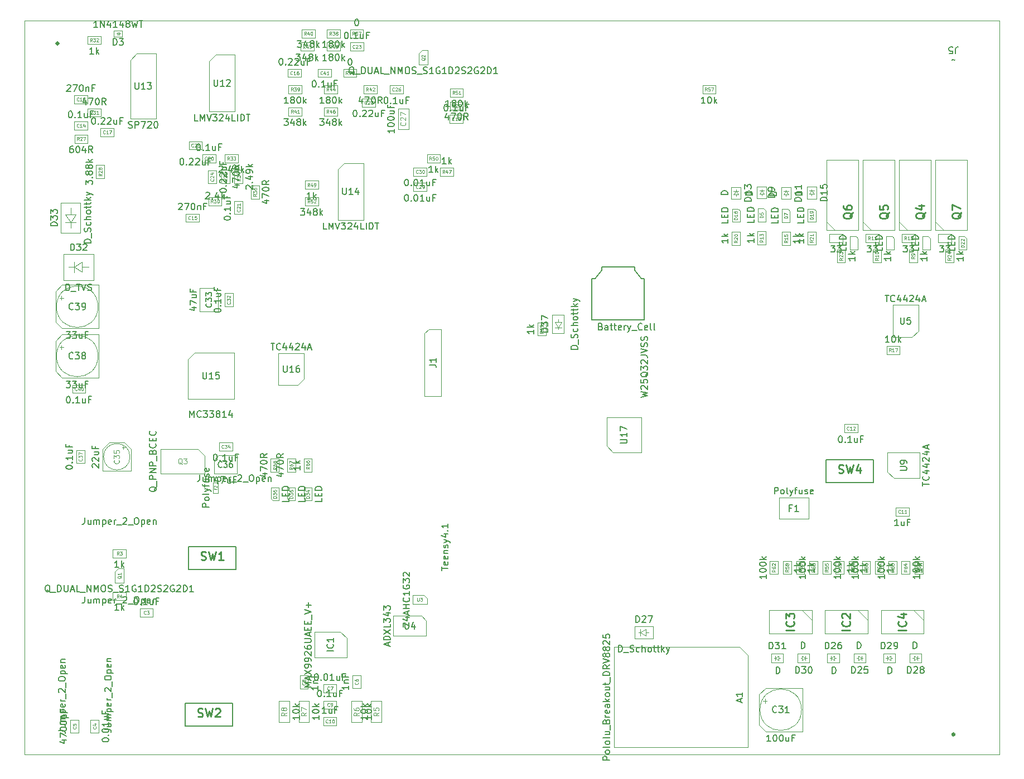
<source format=gbr>
%TF.GenerationSoftware,KiCad,Pcbnew,9.0.0*%
%TF.CreationDate,2025-08-01T10:40:34+02:00*%
%TF.ProjectId,ECU,4543552e-6b69-4636-9164-5f7063625858,0.3*%
%TF.SameCoordinates,Original*%
%TF.FileFunction,AssemblyDrawing,Top*%
%FSLAX46Y46*%
G04 Gerber Fmt 4.6, Leading zero omitted, Abs format (unit mm)*
G04 Created by KiCad (PCBNEW 9.0.0) date 2025-08-01 10:40:34*
%MOMM*%
%LPD*%
G01*
G04 APERTURE LIST*
%ADD10C,0.150000*%
%ADD11C,0.080000*%
%ADD12C,0.254000*%
%ADD13C,0.130000*%
%ADD14C,0.075000*%
%ADD15C,0.120000*%
%ADD16C,0.060000*%
%ADD17C,0.100000*%
%ADD18C,0.200000*%
%ADD19C,0.127000*%
%ADD20C,0.350000*%
%TA.AperFunction,Profile*%
%ADD21C,0.050000*%
%TD*%
G04 APERTURE END LIST*
D10*
X110769761Y-137274819D02*
X110198333Y-137274819D01*
X110484047Y-137274819D02*
X110484047Y-136274819D01*
X110484047Y-136274819D02*
X110388809Y-136417676D01*
X110388809Y-136417676D02*
X110293571Y-136512914D01*
X110293571Y-136512914D02*
X110198333Y-136560533D01*
X111626904Y-136608152D02*
X111626904Y-137274819D01*
X111198333Y-136608152D02*
X111198333Y-137131961D01*
X111198333Y-137131961D02*
X111245952Y-137227200D01*
X111245952Y-137227200D02*
X111341190Y-137274819D01*
X111341190Y-137274819D02*
X111484047Y-137274819D01*
X111484047Y-137274819D02*
X111579285Y-137227200D01*
X111579285Y-137227200D02*
X111626904Y-137179580D01*
X112436428Y-136751009D02*
X112103095Y-136751009D01*
X112103095Y-137274819D02*
X112103095Y-136274819D01*
X112103095Y-136274819D02*
X112579285Y-136274819D01*
D11*
X111043571Y-138679530D02*
X111019762Y-138703340D01*
X111019762Y-138703340D02*
X110948333Y-138727149D01*
X110948333Y-138727149D02*
X110900714Y-138727149D01*
X110900714Y-138727149D02*
X110829286Y-138703340D01*
X110829286Y-138703340D02*
X110781667Y-138655720D01*
X110781667Y-138655720D02*
X110757857Y-138608101D01*
X110757857Y-138608101D02*
X110734048Y-138512863D01*
X110734048Y-138512863D02*
X110734048Y-138441435D01*
X110734048Y-138441435D02*
X110757857Y-138346197D01*
X110757857Y-138346197D02*
X110781667Y-138298578D01*
X110781667Y-138298578D02*
X110829286Y-138250959D01*
X110829286Y-138250959D02*
X110900714Y-138227149D01*
X110900714Y-138227149D02*
X110948333Y-138227149D01*
X110948333Y-138227149D02*
X111019762Y-138250959D01*
X111019762Y-138250959D02*
X111043571Y-138274768D01*
X111519762Y-138727149D02*
X111234048Y-138727149D01*
X111376905Y-138727149D02*
X111376905Y-138227149D01*
X111376905Y-138227149D02*
X111329286Y-138298578D01*
X111329286Y-138298578D02*
X111281667Y-138346197D01*
X111281667Y-138346197D02*
X111234048Y-138370006D01*
X111829285Y-138227149D02*
X111876904Y-138227149D01*
X111876904Y-138227149D02*
X111924523Y-138250959D01*
X111924523Y-138250959D02*
X111948333Y-138274768D01*
X111948333Y-138274768D02*
X111972142Y-138322387D01*
X111972142Y-138322387D02*
X111995952Y-138417625D01*
X111995952Y-138417625D02*
X111995952Y-138536673D01*
X111995952Y-138536673D02*
X111972142Y-138631911D01*
X111972142Y-138631911D02*
X111948333Y-138679530D01*
X111948333Y-138679530D02*
X111924523Y-138703340D01*
X111924523Y-138703340D02*
X111876904Y-138727149D01*
X111876904Y-138727149D02*
X111829285Y-138727149D01*
X111829285Y-138727149D02*
X111781666Y-138703340D01*
X111781666Y-138703340D02*
X111757857Y-138679530D01*
X111757857Y-138679530D02*
X111734047Y-138631911D01*
X111734047Y-138631911D02*
X111710238Y-138536673D01*
X111710238Y-138536673D02*
X111710238Y-138417625D01*
X111710238Y-138417625D02*
X111734047Y-138322387D01*
X111734047Y-138322387D02*
X111757857Y-138274768D01*
X111757857Y-138274768D02*
X111781666Y-138250959D01*
X111781666Y-138250959D02*
X111829285Y-138227149D01*
D10*
X90085714Y-92304819D02*
X90085714Y-91304819D01*
X90085714Y-91304819D02*
X90419047Y-92019104D01*
X90419047Y-92019104D02*
X90752380Y-91304819D01*
X90752380Y-91304819D02*
X90752380Y-92304819D01*
X91799999Y-92209580D02*
X91752380Y-92257200D01*
X91752380Y-92257200D02*
X91609523Y-92304819D01*
X91609523Y-92304819D02*
X91514285Y-92304819D01*
X91514285Y-92304819D02*
X91371428Y-92257200D01*
X91371428Y-92257200D02*
X91276190Y-92161961D01*
X91276190Y-92161961D02*
X91228571Y-92066723D01*
X91228571Y-92066723D02*
X91180952Y-91876247D01*
X91180952Y-91876247D02*
X91180952Y-91733390D01*
X91180952Y-91733390D02*
X91228571Y-91542914D01*
X91228571Y-91542914D02*
X91276190Y-91447676D01*
X91276190Y-91447676D02*
X91371428Y-91352438D01*
X91371428Y-91352438D02*
X91514285Y-91304819D01*
X91514285Y-91304819D02*
X91609523Y-91304819D01*
X91609523Y-91304819D02*
X91752380Y-91352438D01*
X91752380Y-91352438D02*
X91799999Y-91400057D01*
X92133333Y-91304819D02*
X92752380Y-91304819D01*
X92752380Y-91304819D02*
X92419047Y-91685771D01*
X92419047Y-91685771D02*
X92561904Y-91685771D01*
X92561904Y-91685771D02*
X92657142Y-91733390D01*
X92657142Y-91733390D02*
X92704761Y-91781009D01*
X92704761Y-91781009D02*
X92752380Y-91876247D01*
X92752380Y-91876247D02*
X92752380Y-92114342D01*
X92752380Y-92114342D02*
X92704761Y-92209580D01*
X92704761Y-92209580D02*
X92657142Y-92257200D01*
X92657142Y-92257200D02*
X92561904Y-92304819D01*
X92561904Y-92304819D02*
X92276190Y-92304819D01*
X92276190Y-92304819D02*
X92180952Y-92257200D01*
X92180952Y-92257200D02*
X92133333Y-92209580D01*
X93085714Y-91304819D02*
X93704761Y-91304819D01*
X93704761Y-91304819D02*
X93371428Y-91685771D01*
X93371428Y-91685771D02*
X93514285Y-91685771D01*
X93514285Y-91685771D02*
X93609523Y-91733390D01*
X93609523Y-91733390D02*
X93657142Y-91781009D01*
X93657142Y-91781009D02*
X93704761Y-91876247D01*
X93704761Y-91876247D02*
X93704761Y-92114342D01*
X93704761Y-92114342D02*
X93657142Y-92209580D01*
X93657142Y-92209580D02*
X93609523Y-92257200D01*
X93609523Y-92257200D02*
X93514285Y-92304819D01*
X93514285Y-92304819D02*
X93228571Y-92304819D01*
X93228571Y-92304819D02*
X93133333Y-92257200D01*
X93133333Y-92257200D02*
X93085714Y-92209580D01*
X94276190Y-91733390D02*
X94180952Y-91685771D01*
X94180952Y-91685771D02*
X94133333Y-91638152D01*
X94133333Y-91638152D02*
X94085714Y-91542914D01*
X94085714Y-91542914D02*
X94085714Y-91495295D01*
X94085714Y-91495295D02*
X94133333Y-91400057D01*
X94133333Y-91400057D02*
X94180952Y-91352438D01*
X94180952Y-91352438D02*
X94276190Y-91304819D01*
X94276190Y-91304819D02*
X94466666Y-91304819D01*
X94466666Y-91304819D02*
X94561904Y-91352438D01*
X94561904Y-91352438D02*
X94609523Y-91400057D01*
X94609523Y-91400057D02*
X94657142Y-91495295D01*
X94657142Y-91495295D02*
X94657142Y-91542914D01*
X94657142Y-91542914D02*
X94609523Y-91638152D01*
X94609523Y-91638152D02*
X94561904Y-91685771D01*
X94561904Y-91685771D02*
X94466666Y-91733390D01*
X94466666Y-91733390D02*
X94276190Y-91733390D01*
X94276190Y-91733390D02*
X94180952Y-91781009D01*
X94180952Y-91781009D02*
X94133333Y-91828628D01*
X94133333Y-91828628D02*
X94085714Y-91923866D01*
X94085714Y-91923866D02*
X94085714Y-92114342D01*
X94085714Y-92114342D02*
X94133333Y-92209580D01*
X94133333Y-92209580D02*
X94180952Y-92257200D01*
X94180952Y-92257200D02*
X94276190Y-92304819D01*
X94276190Y-92304819D02*
X94466666Y-92304819D01*
X94466666Y-92304819D02*
X94561904Y-92257200D01*
X94561904Y-92257200D02*
X94609523Y-92209580D01*
X94609523Y-92209580D02*
X94657142Y-92114342D01*
X94657142Y-92114342D02*
X94657142Y-91923866D01*
X94657142Y-91923866D02*
X94609523Y-91828628D01*
X94609523Y-91828628D02*
X94561904Y-91781009D01*
X94561904Y-91781009D02*
X94466666Y-91733390D01*
X95609523Y-92304819D02*
X95038095Y-92304819D01*
X95323809Y-92304819D02*
X95323809Y-91304819D01*
X95323809Y-91304819D02*
X95228571Y-91447676D01*
X95228571Y-91447676D02*
X95133333Y-91542914D01*
X95133333Y-91542914D02*
X95038095Y-91590533D01*
X96466666Y-91638152D02*
X96466666Y-92304819D01*
X96228571Y-91257200D02*
X95990476Y-91971485D01*
X95990476Y-91971485D02*
X96609523Y-91971485D01*
X92061905Y-85454819D02*
X92061905Y-86264342D01*
X92061905Y-86264342D02*
X92109524Y-86359580D01*
X92109524Y-86359580D02*
X92157143Y-86407200D01*
X92157143Y-86407200D02*
X92252381Y-86454819D01*
X92252381Y-86454819D02*
X92442857Y-86454819D01*
X92442857Y-86454819D02*
X92538095Y-86407200D01*
X92538095Y-86407200D02*
X92585714Y-86359580D01*
X92585714Y-86359580D02*
X92633333Y-86264342D01*
X92633333Y-86264342D02*
X92633333Y-85454819D01*
X93633333Y-86454819D02*
X93061905Y-86454819D01*
X93347619Y-86454819D02*
X93347619Y-85454819D01*
X93347619Y-85454819D02*
X93252381Y-85597676D01*
X93252381Y-85597676D02*
X93157143Y-85692914D01*
X93157143Y-85692914D02*
X93061905Y-85740533D01*
X94538095Y-85454819D02*
X94061905Y-85454819D01*
X94061905Y-85454819D02*
X94014286Y-85931009D01*
X94014286Y-85931009D02*
X94061905Y-85883390D01*
X94061905Y-85883390D02*
X94157143Y-85835771D01*
X94157143Y-85835771D02*
X94395238Y-85835771D01*
X94395238Y-85835771D02*
X94490476Y-85883390D01*
X94490476Y-85883390D02*
X94538095Y-85931009D01*
X94538095Y-85931009D02*
X94585714Y-86026247D01*
X94585714Y-86026247D02*
X94585714Y-86264342D01*
X94585714Y-86264342D02*
X94538095Y-86359580D01*
X94538095Y-86359580D02*
X94490476Y-86407200D01*
X94490476Y-86407200D02*
X94395238Y-86454819D01*
X94395238Y-86454819D02*
X94157143Y-86454819D01*
X94157143Y-86454819D02*
X94061905Y-86407200D01*
X94061905Y-86407200D02*
X94014286Y-86359580D01*
X192869819Y-115269047D02*
X192869819Y-115840475D01*
X192869819Y-115554761D02*
X191869819Y-115554761D01*
X191869819Y-115554761D02*
X192012676Y-115649999D01*
X192012676Y-115649999D02*
X192107914Y-115745237D01*
X192107914Y-115745237D02*
X192155533Y-115840475D01*
X192869819Y-114840475D02*
X191869819Y-114840475D01*
X192488866Y-114745237D02*
X192869819Y-114459523D01*
X192203152Y-114459523D02*
X192584104Y-114840475D01*
D11*
X190992149Y-115471428D02*
X190754054Y-115638094D01*
X190992149Y-115757142D02*
X190492149Y-115757142D01*
X190492149Y-115757142D02*
X190492149Y-115566666D01*
X190492149Y-115566666D02*
X190515959Y-115519047D01*
X190515959Y-115519047D02*
X190539768Y-115495237D01*
X190539768Y-115495237D02*
X190587387Y-115471428D01*
X190587387Y-115471428D02*
X190658816Y-115471428D01*
X190658816Y-115471428D02*
X190706435Y-115495237D01*
X190706435Y-115495237D02*
X190730244Y-115519047D01*
X190730244Y-115519047D02*
X190754054Y-115566666D01*
X190754054Y-115566666D02*
X190754054Y-115757142D01*
X190492149Y-115019047D02*
X190492149Y-115257142D01*
X190492149Y-115257142D02*
X190730244Y-115280951D01*
X190730244Y-115280951D02*
X190706435Y-115257142D01*
X190706435Y-115257142D02*
X190682625Y-115209523D01*
X190682625Y-115209523D02*
X190682625Y-115090475D01*
X190682625Y-115090475D02*
X190706435Y-115042856D01*
X190706435Y-115042856D02*
X190730244Y-115019047D01*
X190730244Y-115019047D02*
X190777863Y-114995237D01*
X190777863Y-114995237D02*
X190896911Y-114995237D01*
X190896911Y-114995237D02*
X190944530Y-115019047D01*
X190944530Y-115019047D02*
X190968340Y-115042856D01*
X190968340Y-115042856D02*
X190992149Y-115090475D01*
X190992149Y-115090475D02*
X190992149Y-115209523D01*
X190992149Y-115209523D02*
X190968340Y-115257142D01*
X190968340Y-115257142D02*
X190944530Y-115280951D01*
X190658816Y-114566666D02*
X190992149Y-114566666D01*
X190468340Y-114685714D02*
X190825482Y-114804761D01*
X190825482Y-114804761D02*
X190825482Y-114495238D01*
D10*
X71309524Y-86804819D02*
X71928571Y-86804819D01*
X71928571Y-86804819D02*
X71595238Y-87185771D01*
X71595238Y-87185771D02*
X71738095Y-87185771D01*
X71738095Y-87185771D02*
X71833333Y-87233390D01*
X71833333Y-87233390D02*
X71880952Y-87281009D01*
X71880952Y-87281009D02*
X71928571Y-87376247D01*
X71928571Y-87376247D02*
X71928571Y-87614342D01*
X71928571Y-87614342D02*
X71880952Y-87709580D01*
X71880952Y-87709580D02*
X71833333Y-87757200D01*
X71833333Y-87757200D02*
X71738095Y-87804819D01*
X71738095Y-87804819D02*
X71452381Y-87804819D01*
X71452381Y-87804819D02*
X71357143Y-87757200D01*
X71357143Y-87757200D02*
X71309524Y-87709580D01*
X72261905Y-86804819D02*
X72880952Y-86804819D01*
X72880952Y-86804819D02*
X72547619Y-87185771D01*
X72547619Y-87185771D02*
X72690476Y-87185771D01*
X72690476Y-87185771D02*
X72785714Y-87233390D01*
X72785714Y-87233390D02*
X72833333Y-87281009D01*
X72833333Y-87281009D02*
X72880952Y-87376247D01*
X72880952Y-87376247D02*
X72880952Y-87614342D01*
X72880952Y-87614342D02*
X72833333Y-87709580D01*
X72833333Y-87709580D02*
X72785714Y-87757200D01*
X72785714Y-87757200D02*
X72690476Y-87804819D01*
X72690476Y-87804819D02*
X72404762Y-87804819D01*
X72404762Y-87804819D02*
X72309524Y-87757200D01*
X72309524Y-87757200D02*
X72261905Y-87709580D01*
X73738095Y-87138152D02*
X73738095Y-87804819D01*
X73309524Y-87138152D02*
X73309524Y-87661961D01*
X73309524Y-87661961D02*
X73357143Y-87757200D01*
X73357143Y-87757200D02*
X73452381Y-87804819D01*
X73452381Y-87804819D02*
X73595238Y-87804819D01*
X73595238Y-87804819D02*
X73690476Y-87757200D01*
X73690476Y-87757200D02*
X73738095Y-87709580D01*
X74547619Y-87281009D02*
X74214286Y-87281009D01*
X74214286Y-87804819D02*
X74214286Y-86804819D01*
X74214286Y-86804819D02*
X74690476Y-86804819D01*
X72357142Y-83359580D02*
X72309523Y-83407200D01*
X72309523Y-83407200D02*
X72166666Y-83454819D01*
X72166666Y-83454819D02*
X72071428Y-83454819D01*
X72071428Y-83454819D02*
X71928571Y-83407200D01*
X71928571Y-83407200D02*
X71833333Y-83311961D01*
X71833333Y-83311961D02*
X71785714Y-83216723D01*
X71785714Y-83216723D02*
X71738095Y-83026247D01*
X71738095Y-83026247D02*
X71738095Y-82883390D01*
X71738095Y-82883390D02*
X71785714Y-82692914D01*
X71785714Y-82692914D02*
X71833333Y-82597676D01*
X71833333Y-82597676D02*
X71928571Y-82502438D01*
X71928571Y-82502438D02*
X72071428Y-82454819D01*
X72071428Y-82454819D02*
X72166666Y-82454819D01*
X72166666Y-82454819D02*
X72309523Y-82502438D01*
X72309523Y-82502438D02*
X72357142Y-82550057D01*
X72690476Y-82454819D02*
X73309523Y-82454819D01*
X73309523Y-82454819D02*
X72976190Y-82835771D01*
X72976190Y-82835771D02*
X73119047Y-82835771D01*
X73119047Y-82835771D02*
X73214285Y-82883390D01*
X73214285Y-82883390D02*
X73261904Y-82931009D01*
X73261904Y-82931009D02*
X73309523Y-83026247D01*
X73309523Y-83026247D02*
X73309523Y-83264342D01*
X73309523Y-83264342D02*
X73261904Y-83359580D01*
X73261904Y-83359580D02*
X73214285Y-83407200D01*
X73214285Y-83407200D02*
X73119047Y-83454819D01*
X73119047Y-83454819D02*
X72833333Y-83454819D01*
X72833333Y-83454819D02*
X72738095Y-83407200D01*
X72738095Y-83407200D02*
X72690476Y-83359580D01*
X73880952Y-82883390D02*
X73785714Y-82835771D01*
X73785714Y-82835771D02*
X73738095Y-82788152D01*
X73738095Y-82788152D02*
X73690476Y-82692914D01*
X73690476Y-82692914D02*
X73690476Y-82645295D01*
X73690476Y-82645295D02*
X73738095Y-82550057D01*
X73738095Y-82550057D02*
X73785714Y-82502438D01*
X73785714Y-82502438D02*
X73880952Y-82454819D01*
X73880952Y-82454819D02*
X74071428Y-82454819D01*
X74071428Y-82454819D02*
X74166666Y-82502438D01*
X74166666Y-82502438D02*
X74214285Y-82550057D01*
X74214285Y-82550057D02*
X74261904Y-82645295D01*
X74261904Y-82645295D02*
X74261904Y-82692914D01*
X74261904Y-82692914D02*
X74214285Y-82788152D01*
X74214285Y-82788152D02*
X74166666Y-82835771D01*
X74166666Y-82835771D02*
X74071428Y-82883390D01*
X74071428Y-82883390D02*
X73880952Y-82883390D01*
X73880952Y-82883390D02*
X73785714Y-82931009D01*
X73785714Y-82931009D02*
X73738095Y-82978628D01*
X73738095Y-82978628D02*
X73690476Y-83073866D01*
X73690476Y-83073866D02*
X73690476Y-83264342D01*
X73690476Y-83264342D02*
X73738095Y-83359580D01*
X73738095Y-83359580D02*
X73785714Y-83407200D01*
X73785714Y-83407200D02*
X73880952Y-83454819D01*
X73880952Y-83454819D02*
X74071428Y-83454819D01*
X74071428Y-83454819D02*
X74166666Y-83407200D01*
X74166666Y-83407200D02*
X74214285Y-83359580D01*
X74214285Y-83359580D02*
X74261904Y-83264342D01*
X74261904Y-83264342D02*
X74261904Y-83073866D01*
X74261904Y-83073866D02*
X74214285Y-82978628D01*
X74214285Y-82978628D02*
X74166666Y-82931009D01*
X74166666Y-82931009D02*
X74071428Y-82883390D01*
X183304819Y-62255357D02*
X183304819Y-62731547D01*
X183304819Y-62731547D02*
X182304819Y-62731547D01*
X182781009Y-61922023D02*
X182781009Y-61588690D01*
X183304819Y-61445833D02*
X183304819Y-61922023D01*
X183304819Y-61922023D02*
X182304819Y-61922023D01*
X182304819Y-61922023D02*
X182304819Y-61445833D01*
X183304819Y-61017261D02*
X182304819Y-61017261D01*
X182304819Y-61017261D02*
X182304819Y-60779166D01*
X182304819Y-60779166D02*
X182352438Y-60636309D01*
X182352438Y-60636309D02*
X182447676Y-60541071D01*
X182447676Y-60541071D02*
X182542914Y-60493452D01*
X182542914Y-60493452D02*
X182733390Y-60445833D01*
X182733390Y-60445833D02*
X182876247Y-60445833D01*
X182876247Y-60445833D02*
X183066723Y-60493452D01*
X183066723Y-60493452D02*
X183161961Y-60541071D01*
X183161961Y-60541071D02*
X183257200Y-60636309D01*
X183257200Y-60636309D02*
X183304819Y-60779166D01*
X183304819Y-60779166D02*
X183304819Y-61017261D01*
D11*
X184727149Y-62219642D02*
X184227149Y-62219642D01*
X184227149Y-62219642D02*
X184227149Y-62100594D01*
X184227149Y-62100594D02*
X184250959Y-62029166D01*
X184250959Y-62029166D02*
X184298578Y-61981547D01*
X184298578Y-61981547D02*
X184346197Y-61957737D01*
X184346197Y-61957737D02*
X184441435Y-61933928D01*
X184441435Y-61933928D02*
X184512863Y-61933928D01*
X184512863Y-61933928D02*
X184608101Y-61957737D01*
X184608101Y-61957737D02*
X184655720Y-61981547D01*
X184655720Y-61981547D02*
X184703340Y-62029166D01*
X184703340Y-62029166D02*
X184727149Y-62100594D01*
X184727149Y-62100594D02*
X184727149Y-62219642D01*
X184727149Y-61457737D02*
X184727149Y-61743451D01*
X184727149Y-61600594D02*
X184227149Y-61600594D01*
X184227149Y-61600594D02*
X184298578Y-61648213D01*
X184298578Y-61648213D02*
X184346197Y-61695832D01*
X184346197Y-61695832D02*
X184370006Y-61743451D01*
X184727149Y-61219642D02*
X184727149Y-61124404D01*
X184727149Y-61124404D02*
X184703340Y-61076785D01*
X184703340Y-61076785D02*
X184679530Y-61052976D01*
X184679530Y-61052976D02*
X184608101Y-61005357D01*
X184608101Y-61005357D02*
X184512863Y-60981547D01*
X184512863Y-60981547D02*
X184322387Y-60981547D01*
X184322387Y-60981547D02*
X184274768Y-61005357D01*
X184274768Y-61005357D02*
X184250959Y-61029166D01*
X184250959Y-61029166D02*
X184227149Y-61076785D01*
X184227149Y-61076785D02*
X184227149Y-61172023D01*
X184227149Y-61172023D02*
X184250959Y-61219642D01*
X184250959Y-61219642D02*
X184274768Y-61243452D01*
X184274768Y-61243452D02*
X184322387Y-61267261D01*
X184322387Y-61267261D02*
X184441435Y-61267261D01*
X184441435Y-61267261D02*
X184489054Y-61243452D01*
X184489054Y-61243452D02*
X184512863Y-61219642D01*
X184512863Y-61219642D02*
X184536673Y-61172023D01*
X184536673Y-61172023D02*
X184536673Y-61076785D01*
X184536673Y-61076785D02*
X184512863Y-61029166D01*
X184512863Y-61029166D02*
X184489054Y-61005357D01*
X184489054Y-61005357D02*
X184441435Y-60981547D01*
D12*
X91806666Y-113938842D02*
X91988095Y-113999318D01*
X91988095Y-113999318D02*
X92290476Y-113999318D01*
X92290476Y-113999318D02*
X92411428Y-113938842D01*
X92411428Y-113938842D02*
X92471904Y-113878365D01*
X92471904Y-113878365D02*
X92532381Y-113757413D01*
X92532381Y-113757413D02*
X92532381Y-113636461D01*
X92532381Y-113636461D02*
X92471904Y-113515508D01*
X92471904Y-113515508D02*
X92411428Y-113455032D01*
X92411428Y-113455032D02*
X92290476Y-113394556D01*
X92290476Y-113394556D02*
X92048571Y-113334080D01*
X92048571Y-113334080D02*
X91927619Y-113273603D01*
X91927619Y-113273603D02*
X91867142Y-113213127D01*
X91867142Y-113213127D02*
X91806666Y-113092175D01*
X91806666Y-113092175D02*
X91806666Y-112971222D01*
X91806666Y-112971222D02*
X91867142Y-112850270D01*
X91867142Y-112850270D02*
X91927619Y-112789794D01*
X91927619Y-112789794D02*
X92048571Y-112729318D01*
X92048571Y-112729318D02*
X92350952Y-112729318D01*
X92350952Y-112729318D02*
X92532381Y-112789794D01*
X92955714Y-112729318D02*
X93258095Y-113999318D01*
X93258095Y-113999318D02*
X93500000Y-113092175D01*
X93500000Y-113092175D02*
X93741905Y-113999318D01*
X93741905Y-113999318D02*
X94044286Y-112729318D01*
X95193334Y-113999318D02*
X94467619Y-113999318D01*
X94830476Y-113999318D02*
X94830476Y-112729318D01*
X94830476Y-112729318D02*
X94709524Y-112910746D01*
X94709524Y-112910746D02*
X94588572Y-113031699D01*
X94588572Y-113031699D02*
X94467619Y-113092175D01*
D10*
X110104819Y-104617857D02*
X110104819Y-105094047D01*
X110104819Y-105094047D02*
X109104819Y-105094047D01*
X109581009Y-104284523D02*
X109581009Y-103951190D01*
X110104819Y-103808333D02*
X110104819Y-104284523D01*
X110104819Y-104284523D02*
X109104819Y-104284523D01*
X109104819Y-104284523D02*
X109104819Y-103808333D01*
X110104819Y-103379761D02*
X109104819Y-103379761D01*
X109104819Y-103379761D02*
X109104819Y-103141666D01*
X109104819Y-103141666D02*
X109152438Y-102998809D01*
X109152438Y-102998809D02*
X109247676Y-102903571D01*
X109247676Y-102903571D02*
X109342914Y-102855952D01*
X109342914Y-102855952D02*
X109533390Y-102808333D01*
X109533390Y-102808333D02*
X109676247Y-102808333D01*
X109676247Y-102808333D02*
X109866723Y-102855952D01*
X109866723Y-102855952D02*
X109961961Y-102903571D01*
X109961961Y-102903571D02*
X110057200Y-102998809D01*
X110057200Y-102998809D02*
X110104819Y-103141666D01*
X110104819Y-103141666D02*
X110104819Y-103379761D01*
D11*
X108227149Y-104582142D02*
X107727149Y-104582142D01*
X107727149Y-104582142D02*
X107727149Y-104463094D01*
X107727149Y-104463094D02*
X107750959Y-104391666D01*
X107750959Y-104391666D02*
X107798578Y-104344047D01*
X107798578Y-104344047D02*
X107846197Y-104320237D01*
X107846197Y-104320237D02*
X107941435Y-104296428D01*
X107941435Y-104296428D02*
X108012863Y-104296428D01*
X108012863Y-104296428D02*
X108108101Y-104320237D01*
X108108101Y-104320237D02*
X108155720Y-104344047D01*
X108155720Y-104344047D02*
X108203340Y-104391666D01*
X108203340Y-104391666D02*
X108227149Y-104463094D01*
X108227149Y-104463094D02*
X108227149Y-104582142D01*
X107727149Y-104129761D02*
X107727149Y-103820237D01*
X107727149Y-103820237D02*
X107917625Y-103986904D01*
X107917625Y-103986904D02*
X107917625Y-103915475D01*
X107917625Y-103915475D02*
X107941435Y-103867856D01*
X107941435Y-103867856D02*
X107965244Y-103844047D01*
X107965244Y-103844047D02*
X108012863Y-103820237D01*
X108012863Y-103820237D02*
X108131911Y-103820237D01*
X108131911Y-103820237D02*
X108179530Y-103844047D01*
X108179530Y-103844047D02*
X108203340Y-103867856D01*
X108203340Y-103867856D02*
X108227149Y-103915475D01*
X108227149Y-103915475D02*
X108227149Y-104058332D01*
X108227149Y-104058332D02*
X108203340Y-104105951D01*
X108203340Y-104105951D02*
X108179530Y-104129761D01*
X107893816Y-103391666D02*
X108227149Y-103391666D01*
X107703340Y-103510714D02*
X108060482Y-103629761D01*
X108060482Y-103629761D02*
X108060482Y-103320238D01*
D10*
X171804819Y-62284523D02*
X171804819Y-62760713D01*
X171804819Y-62760713D02*
X170804819Y-62760713D01*
X171281009Y-61951189D02*
X171281009Y-61617856D01*
X171804819Y-61474999D02*
X171804819Y-61951189D01*
X171804819Y-61951189D02*
X170804819Y-61951189D01*
X170804819Y-61951189D02*
X170804819Y-61474999D01*
X171804819Y-61046427D02*
X170804819Y-61046427D01*
X170804819Y-61046427D02*
X170804819Y-60808332D01*
X170804819Y-60808332D02*
X170852438Y-60665475D01*
X170852438Y-60665475D02*
X170947676Y-60570237D01*
X170947676Y-60570237D02*
X171042914Y-60522618D01*
X171042914Y-60522618D02*
X171233390Y-60474999D01*
X171233390Y-60474999D02*
X171376247Y-60474999D01*
X171376247Y-60474999D02*
X171566723Y-60522618D01*
X171566723Y-60522618D02*
X171661961Y-60570237D01*
X171661961Y-60570237D02*
X171757200Y-60665475D01*
X171757200Y-60665475D02*
X171804819Y-60808332D01*
X171804819Y-60808332D02*
X171804819Y-61046427D01*
D11*
X173227149Y-62248808D02*
X172727149Y-62248808D01*
X172727149Y-62248808D02*
X172727149Y-62129760D01*
X172727149Y-62129760D02*
X172750959Y-62058332D01*
X172750959Y-62058332D02*
X172798578Y-62010713D01*
X172798578Y-62010713D02*
X172846197Y-61986903D01*
X172846197Y-61986903D02*
X172941435Y-61963094D01*
X172941435Y-61963094D02*
X173012863Y-61963094D01*
X173012863Y-61963094D02*
X173108101Y-61986903D01*
X173108101Y-61986903D02*
X173155720Y-62010713D01*
X173155720Y-62010713D02*
X173203340Y-62058332D01*
X173203340Y-62058332D02*
X173227149Y-62129760D01*
X173227149Y-62129760D02*
X173227149Y-62248808D01*
X173227149Y-61486903D02*
X173227149Y-61772617D01*
X173227149Y-61629760D02*
X172727149Y-61629760D01*
X172727149Y-61629760D02*
X172798578Y-61677379D01*
X172798578Y-61677379D02*
X172846197Y-61724998D01*
X172846197Y-61724998D02*
X172870006Y-61772617D01*
X172941435Y-61201189D02*
X172917625Y-61248808D01*
X172917625Y-61248808D02*
X172893816Y-61272618D01*
X172893816Y-61272618D02*
X172846197Y-61296427D01*
X172846197Y-61296427D02*
X172822387Y-61296427D01*
X172822387Y-61296427D02*
X172774768Y-61272618D01*
X172774768Y-61272618D02*
X172750959Y-61248808D01*
X172750959Y-61248808D02*
X172727149Y-61201189D01*
X172727149Y-61201189D02*
X172727149Y-61105951D01*
X172727149Y-61105951D02*
X172750959Y-61058332D01*
X172750959Y-61058332D02*
X172774768Y-61034523D01*
X172774768Y-61034523D02*
X172822387Y-61010713D01*
X172822387Y-61010713D02*
X172846197Y-61010713D01*
X172846197Y-61010713D02*
X172893816Y-61034523D01*
X172893816Y-61034523D02*
X172917625Y-61058332D01*
X172917625Y-61058332D02*
X172941435Y-61105951D01*
X172941435Y-61105951D02*
X172941435Y-61201189D01*
X172941435Y-61201189D02*
X172965244Y-61248808D01*
X172965244Y-61248808D02*
X172989054Y-61272618D01*
X172989054Y-61272618D02*
X173036673Y-61296427D01*
X173036673Y-61296427D02*
X173131911Y-61296427D01*
X173131911Y-61296427D02*
X173179530Y-61272618D01*
X173179530Y-61272618D02*
X173203340Y-61248808D01*
X173203340Y-61248808D02*
X173227149Y-61201189D01*
X173227149Y-61201189D02*
X173227149Y-61105951D01*
X173227149Y-61105951D02*
X173203340Y-61058332D01*
X173203340Y-61058332D02*
X173179530Y-61034523D01*
X173179530Y-61034523D02*
X173131911Y-61010713D01*
X173131911Y-61010713D02*
X173036673Y-61010713D01*
X173036673Y-61010713D02*
X172989054Y-61034523D01*
X172989054Y-61034523D02*
X172965244Y-61058332D01*
X172965244Y-61058332D02*
X172941435Y-61105951D01*
D10*
X103638152Y-100849404D02*
X104304819Y-100849404D01*
X103257200Y-101087499D02*
X103971485Y-101325594D01*
X103971485Y-101325594D02*
X103971485Y-100706547D01*
X103304819Y-100420832D02*
X103304819Y-99754166D01*
X103304819Y-99754166D02*
X104304819Y-100182737D01*
X103304819Y-99182737D02*
X103304819Y-99087499D01*
X103304819Y-99087499D02*
X103352438Y-98992261D01*
X103352438Y-98992261D02*
X103400057Y-98944642D01*
X103400057Y-98944642D02*
X103495295Y-98897023D01*
X103495295Y-98897023D02*
X103685771Y-98849404D01*
X103685771Y-98849404D02*
X103923866Y-98849404D01*
X103923866Y-98849404D02*
X104114342Y-98897023D01*
X104114342Y-98897023D02*
X104209580Y-98944642D01*
X104209580Y-98944642D02*
X104257200Y-98992261D01*
X104257200Y-98992261D02*
X104304819Y-99087499D01*
X104304819Y-99087499D02*
X104304819Y-99182737D01*
X104304819Y-99182737D02*
X104257200Y-99277975D01*
X104257200Y-99277975D02*
X104209580Y-99325594D01*
X104209580Y-99325594D02*
X104114342Y-99373213D01*
X104114342Y-99373213D02*
X103923866Y-99420832D01*
X103923866Y-99420832D02*
X103685771Y-99420832D01*
X103685771Y-99420832D02*
X103495295Y-99373213D01*
X103495295Y-99373213D02*
X103400057Y-99325594D01*
X103400057Y-99325594D02*
X103352438Y-99277975D01*
X103352438Y-99277975D02*
X103304819Y-99182737D01*
X104304819Y-97849404D02*
X103828628Y-98182737D01*
X104304819Y-98420832D02*
X103304819Y-98420832D01*
X103304819Y-98420832D02*
X103304819Y-98039880D01*
X103304819Y-98039880D02*
X103352438Y-97944642D01*
X103352438Y-97944642D02*
X103400057Y-97897023D01*
X103400057Y-97897023D02*
X103495295Y-97849404D01*
X103495295Y-97849404D02*
X103638152Y-97849404D01*
X103638152Y-97849404D02*
X103733390Y-97897023D01*
X103733390Y-97897023D02*
X103781009Y-97944642D01*
X103781009Y-97944642D02*
X103828628Y-98039880D01*
X103828628Y-98039880D02*
X103828628Y-98420832D01*
D11*
X105727149Y-99908928D02*
X105489054Y-100075594D01*
X105727149Y-100194642D02*
X105227149Y-100194642D01*
X105227149Y-100194642D02*
X105227149Y-100004166D01*
X105227149Y-100004166D02*
X105250959Y-99956547D01*
X105250959Y-99956547D02*
X105274768Y-99932737D01*
X105274768Y-99932737D02*
X105322387Y-99908928D01*
X105322387Y-99908928D02*
X105393816Y-99908928D01*
X105393816Y-99908928D02*
X105441435Y-99932737D01*
X105441435Y-99932737D02*
X105465244Y-99956547D01*
X105465244Y-99956547D02*
X105489054Y-100004166D01*
X105489054Y-100004166D02*
X105489054Y-100194642D01*
X105227149Y-99480356D02*
X105227149Y-99575594D01*
X105227149Y-99575594D02*
X105250959Y-99623213D01*
X105250959Y-99623213D02*
X105274768Y-99647023D01*
X105274768Y-99647023D02*
X105346197Y-99694642D01*
X105346197Y-99694642D02*
X105441435Y-99718451D01*
X105441435Y-99718451D02*
X105631911Y-99718451D01*
X105631911Y-99718451D02*
X105679530Y-99694642D01*
X105679530Y-99694642D02*
X105703340Y-99670832D01*
X105703340Y-99670832D02*
X105727149Y-99623213D01*
X105727149Y-99623213D02*
X105727149Y-99527975D01*
X105727149Y-99527975D02*
X105703340Y-99480356D01*
X105703340Y-99480356D02*
X105679530Y-99456547D01*
X105679530Y-99456547D02*
X105631911Y-99432737D01*
X105631911Y-99432737D02*
X105512863Y-99432737D01*
X105512863Y-99432737D02*
X105465244Y-99456547D01*
X105465244Y-99456547D02*
X105441435Y-99480356D01*
X105441435Y-99480356D02*
X105417625Y-99527975D01*
X105417625Y-99527975D02*
X105417625Y-99623213D01*
X105417625Y-99623213D02*
X105441435Y-99670832D01*
X105441435Y-99670832D02*
X105465244Y-99694642D01*
X105465244Y-99694642D02*
X105512863Y-99718451D01*
X105227149Y-99266071D02*
X105227149Y-98932738D01*
X105227149Y-98932738D02*
X105727149Y-99147023D01*
D10*
X128968452Y-53804819D02*
X128397024Y-53804819D01*
X128682738Y-53804819D02*
X128682738Y-52804819D01*
X128682738Y-52804819D02*
X128587500Y-52947676D01*
X128587500Y-52947676D02*
X128492262Y-53042914D01*
X128492262Y-53042914D02*
X128397024Y-53090533D01*
X129397024Y-53804819D02*
X129397024Y-52804819D01*
X129492262Y-53423866D02*
X129777976Y-53804819D01*
X129777976Y-53138152D02*
X129397024Y-53519104D01*
D11*
X128766071Y-55227149D02*
X128599405Y-54989054D01*
X128480357Y-55227149D02*
X128480357Y-54727149D01*
X128480357Y-54727149D02*
X128670833Y-54727149D01*
X128670833Y-54727149D02*
X128718452Y-54750959D01*
X128718452Y-54750959D02*
X128742262Y-54774768D01*
X128742262Y-54774768D02*
X128766071Y-54822387D01*
X128766071Y-54822387D02*
X128766071Y-54893816D01*
X128766071Y-54893816D02*
X128742262Y-54941435D01*
X128742262Y-54941435D02*
X128718452Y-54965244D01*
X128718452Y-54965244D02*
X128670833Y-54989054D01*
X128670833Y-54989054D02*
X128480357Y-54989054D01*
X129194643Y-54893816D02*
X129194643Y-55227149D01*
X129075595Y-54703340D02*
X128956548Y-55060482D01*
X128956548Y-55060482D02*
X129266071Y-55060482D01*
X129408928Y-54727149D02*
X129742261Y-54727149D01*
X129742261Y-54727149D02*
X129527976Y-55227149D01*
D10*
X128907143Y-44774819D02*
X129002381Y-44774819D01*
X129002381Y-44774819D02*
X129097619Y-44822438D01*
X129097619Y-44822438D02*
X129145238Y-44870057D01*
X129145238Y-44870057D02*
X129192857Y-44965295D01*
X129192857Y-44965295D02*
X129240476Y-45155771D01*
X129240476Y-45155771D02*
X129240476Y-45393866D01*
X129240476Y-45393866D02*
X129192857Y-45584342D01*
X129192857Y-45584342D02*
X129145238Y-45679580D01*
X129145238Y-45679580D02*
X129097619Y-45727200D01*
X129097619Y-45727200D02*
X129002381Y-45774819D01*
X129002381Y-45774819D02*
X128907143Y-45774819D01*
X128907143Y-45774819D02*
X128811905Y-45727200D01*
X128811905Y-45727200D02*
X128764286Y-45679580D01*
X128764286Y-45679580D02*
X128716667Y-45584342D01*
X128716667Y-45584342D02*
X128669048Y-45393866D01*
X128669048Y-45393866D02*
X128669048Y-45155771D01*
X128669048Y-45155771D02*
X128716667Y-44965295D01*
X128716667Y-44965295D02*
X128764286Y-44870057D01*
X128764286Y-44870057D02*
X128811905Y-44822438D01*
X128811905Y-44822438D02*
X128907143Y-44774819D01*
X129669048Y-45679580D02*
X129716667Y-45727200D01*
X129716667Y-45727200D02*
X129669048Y-45774819D01*
X129669048Y-45774819D02*
X129621429Y-45727200D01*
X129621429Y-45727200D02*
X129669048Y-45679580D01*
X129669048Y-45679580D02*
X129669048Y-45774819D01*
X130669047Y-45774819D02*
X130097619Y-45774819D01*
X130383333Y-45774819D02*
X130383333Y-44774819D01*
X130383333Y-44774819D02*
X130288095Y-44917676D01*
X130288095Y-44917676D02*
X130192857Y-45012914D01*
X130192857Y-45012914D02*
X130097619Y-45060533D01*
X131526190Y-45108152D02*
X131526190Y-45774819D01*
X131097619Y-45108152D02*
X131097619Y-45631961D01*
X131097619Y-45631961D02*
X131145238Y-45727200D01*
X131145238Y-45727200D02*
X131240476Y-45774819D01*
X131240476Y-45774819D02*
X131383333Y-45774819D01*
X131383333Y-45774819D02*
X131478571Y-45727200D01*
X131478571Y-45727200D02*
X131526190Y-45679580D01*
X132335714Y-45251009D02*
X132002381Y-45251009D01*
X132002381Y-45774819D02*
X132002381Y-44774819D01*
X132002381Y-44774819D02*
X132478571Y-44774819D01*
D11*
X130228571Y-47179530D02*
X130204762Y-47203340D01*
X130204762Y-47203340D02*
X130133333Y-47227149D01*
X130133333Y-47227149D02*
X130085714Y-47227149D01*
X130085714Y-47227149D02*
X130014286Y-47203340D01*
X130014286Y-47203340D02*
X129966667Y-47155720D01*
X129966667Y-47155720D02*
X129942857Y-47108101D01*
X129942857Y-47108101D02*
X129919048Y-47012863D01*
X129919048Y-47012863D02*
X129919048Y-46941435D01*
X129919048Y-46941435D02*
X129942857Y-46846197D01*
X129942857Y-46846197D02*
X129966667Y-46798578D01*
X129966667Y-46798578D02*
X130014286Y-46750959D01*
X130014286Y-46750959D02*
X130085714Y-46727149D01*
X130085714Y-46727149D02*
X130133333Y-46727149D01*
X130133333Y-46727149D02*
X130204762Y-46750959D01*
X130204762Y-46750959D02*
X130228571Y-46774768D01*
X130704762Y-47227149D02*
X130419048Y-47227149D01*
X130561905Y-47227149D02*
X130561905Y-46727149D01*
X130561905Y-46727149D02*
X130514286Y-46798578D01*
X130514286Y-46798578D02*
X130466667Y-46846197D01*
X130466667Y-46846197D02*
X130419048Y-46870006D01*
X130871428Y-46727149D02*
X131180952Y-46727149D01*
X131180952Y-46727149D02*
X131014285Y-46917625D01*
X131014285Y-46917625D02*
X131085714Y-46917625D01*
X131085714Y-46917625D02*
X131133333Y-46941435D01*
X131133333Y-46941435D02*
X131157142Y-46965244D01*
X131157142Y-46965244D02*
X131180952Y-47012863D01*
X131180952Y-47012863D02*
X131180952Y-47131911D01*
X131180952Y-47131911D02*
X131157142Y-47179530D01*
X131157142Y-47179530D02*
X131133333Y-47203340D01*
X131133333Y-47203340D02*
X131085714Y-47227149D01*
X131085714Y-47227149D02*
X130942857Y-47227149D01*
X130942857Y-47227149D02*
X130895238Y-47203340D01*
X130895238Y-47203340D02*
X130871428Y-47179530D01*
D10*
X126968452Y-55104819D02*
X126397024Y-55104819D01*
X126682738Y-55104819D02*
X126682738Y-54104819D01*
X126682738Y-54104819D02*
X126587500Y-54247676D01*
X126587500Y-54247676D02*
X126492262Y-54342914D01*
X126492262Y-54342914D02*
X126397024Y-54390533D01*
X127397024Y-55104819D02*
X127397024Y-54104819D01*
X127492262Y-54723866D02*
X127777976Y-55104819D01*
X127777976Y-54438152D02*
X127397024Y-54819104D01*
D11*
X126766071Y-53227149D02*
X126599405Y-52989054D01*
X126480357Y-53227149D02*
X126480357Y-52727149D01*
X126480357Y-52727149D02*
X126670833Y-52727149D01*
X126670833Y-52727149D02*
X126718452Y-52750959D01*
X126718452Y-52750959D02*
X126742262Y-52774768D01*
X126742262Y-52774768D02*
X126766071Y-52822387D01*
X126766071Y-52822387D02*
X126766071Y-52893816D01*
X126766071Y-52893816D02*
X126742262Y-52941435D01*
X126742262Y-52941435D02*
X126718452Y-52965244D01*
X126718452Y-52965244D02*
X126670833Y-52989054D01*
X126670833Y-52989054D02*
X126480357Y-52989054D01*
X127218452Y-52727149D02*
X126980357Y-52727149D01*
X126980357Y-52727149D02*
X126956548Y-52965244D01*
X126956548Y-52965244D02*
X126980357Y-52941435D01*
X126980357Y-52941435D02*
X127027976Y-52917625D01*
X127027976Y-52917625D02*
X127147024Y-52917625D01*
X127147024Y-52917625D02*
X127194643Y-52941435D01*
X127194643Y-52941435D02*
X127218452Y-52965244D01*
X127218452Y-52965244D02*
X127242262Y-53012863D01*
X127242262Y-53012863D02*
X127242262Y-53131911D01*
X127242262Y-53131911D02*
X127218452Y-53179530D01*
X127218452Y-53179530D02*
X127194643Y-53203340D01*
X127194643Y-53203340D02*
X127147024Y-53227149D01*
X127147024Y-53227149D02*
X127027976Y-53227149D01*
X127027976Y-53227149D02*
X126980357Y-53203340D01*
X126980357Y-53203340D02*
X126956548Y-53179530D01*
X127551785Y-52727149D02*
X127599404Y-52727149D01*
X127599404Y-52727149D02*
X127647023Y-52750959D01*
X127647023Y-52750959D02*
X127670833Y-52774768D01*
X127670833Y-52774768D02*
X127694642Y-52822387D01*
X127694642Y-52822387D02*
X127718452Y-52917625D01*
X127718452Y-52917625D02*
X127718452Y-53036673D01*
X127718452Y-53036673D02*
X127694642Y-53131911D01*
X127694642Y-53131911D02*
X127670833Y-53179530D01*
X127670833Y-53179530D02*
X127647023Y-53203340D01*
X127647023Y-53203340D02*
X127599404Y-53227149D01*
X127599404Y-53227149D02*
X127551785Y-53227149D01*
X127551785Y-53227149D02*
X127504166Y-53203340D01*
X127504166Y-53203340D02*
X127480357Y-53179530D01*
X127480357Y-53179530D02*
X127456547Y-53131911D01*
X127456547Y-53131911D02*
X127432738Y-53036673D01*
X127432738Y-53036673D02*
X127432738Y-52917625D01*
X127432738Y-52917625D02*
X127456547Y-52822387D01*
X127456547Y-52822387D02*
X127480357Y-52774768D01*
X127480357Y-52774768D02*
X127504166Y-52750959D01*
X127504166Y-52750959D02*
X127551785Y-52727149D01*
D10*
X71430952Y-41870057D02*
X71478571Y-41822438D01*
X71478571Y-41822438D02*
X71573809Y-41774819D01*
X71573809Y-41774819D02*
X71811904Y-41774819D01*
X71811904Y-41774819D02*
X71907142Y-41822438D01*
X71907142Y-41822438D02*
X71954761Y-41870057D01*
X71954761Y-41870057D02*
X72002380Y-41965295D01*
X72002380Y-41965295D02*
X72002380Y-42060533D01*
X72002380Y-42060533D02*
X71954761Y-42203390D01*
X71954761Y-42203390D02*
X71383333Y-42774819D01*
X71383333Y-42774819D02*
X72002380Y-42774819D01*
X72335714Y-41774819D02*
X73002380Y-41774819D01*
X73002380Y-41774819D02*
X72573809Y-42774819D01*
X73573809Y-41774819D02*
X73669047Y-41774819D01*
X73669047Y-41774819D02*
X73764285Y-41822438D01*
X73764285Y-41822438D02*
X73811904Y-41870057D01*
X73811904Y-41870057D02*
X73859523Y-41965295D01*
X73859523Y-41965295D02*
X73907142Y-42155771D01*
X73907142Y-42155771D02*
X73907142Y-42393866D01*
X73907142Y-42393866D02*
X73859523Y-42584342D01*
X73859523Y-42584342D02*
X73811904Y-42679580D01*
X73811904Y-42679580D02*
X73764285Y-42727200D01*
X73764285Y-42727200D02*
X73669047Y-42774819D01*
X73669047Y-42774819D02*
X73573809Y-42774819D01*
X73573809Y-42774819D02*
X73478571Y-42727200D01*
X73478571Y-42727200D02*
X73430952Y-42679580D01*
X73430952Y-42679580D02*
X73383333Y-42584342D01*
X73383333Y-42584342D02*
X73335714Y-42393866D01*
X73335714Y-42393866D02*
X73335714Y-42155771D01*
X73335714Y-42155771D02*
X73383333Y-41965295D01*
X73383333Y-41965295D02*
X73430952Y-41870057D01*
X73430952Y-41870057D02*
X73478571Y-41822438D01*
X73478571Y-41822438D02*
X73573809Y-41774819D01*
X74335714Y-42108152D02*
X74335714Y-42774819D01*
X74335714Y-42203390D02*
X74383333Y-42155771D01*
X74383333Y-42155771D02*
X74478571Y-42108152D01*
X74478571Y-42108152D02*
X74621428Y-42108152D01*
X74621428Y-42108152D02*
X74716666Y-42155771D01*
X74716666Y-42155771D02*
X74764285Y-42251009D01*
X74764285Y-42251009D02*
X74764285Y-42774819D01*
X75573809Y-42251009D02*
X75240476Y-42251009D01*
X75240476Y-42774819D02*
X75240476Y-41774819D01*
X75240476Y-41774819D02*
X75716666Y-41774819D01*
D11*
X73228571Y-44179530D02*
X73204762Y-44203340D01*
X73204762Y-44203340D02*
X73133333Y-44227149D01*
X73133333Y-44227149D02*
X73085714Y-44227149D01*
X73085714Y-44227149D02*
X73014286Y-44203340D01*
X73014286Y-44203340D02*
X72966667Y-44155720D01*
X72966667Y-44155720D02*
X72942857Y-44108101D01*
X72942857Y-44108101D02*
X72919048Y-44012863D01*
X72919048Y-44012863D02*
X72919048Y-43941435D01*
X72919048Y-43941435D02*
X72942857Y-43846197D01*
X72942857Y-43846197D02*
X72966667Y-43798578D01*
X72966667Y-43798578D02*
X73014286Y-43750959D01*
X73014286Y-43750959D02*
X73085714Y-43727149D01*
X73085714Y-43727149D02*
X73133333Y-43727149D01*
X73133333Y-43727149D02*
X73204762Y-43750959D01*
X73204762Y-43750959D02*
X73228571Y-43774768D01*
X73704762Y-44227149D02*
X73419048Y-44227149D01*
X73561905Y-44227149D02*
X73561905Y-43727149D01*
X73561905Y-43727149D02*
X73514286Y-43798578D01*
X73514286Y-43798578D02*
X73466667Y-43846197D01*
X73466667Y-43846197D02*
X73419048Y-43870006D01*
X73990476Y-43941435D02*
X73942857Y-43917625D01*
X73942857Y-43917625D02*
X73919047Y-43893816D01*
X73919047Y-43893816D02*
X73895238Y-43846197D01*
X73895238Y-43846197D02*
X73895238Y-43822387D01*
X73895238Y-43822387D02*
X73919047Y-43774768D01*
X73919047Y-43774768D02*
X73942857Y-43750959D01*
X73942857Y-43750959D02*
X73990476Y-43727149D01*
X73990476Y-43727149D02*
X74085714Y-43727149D01*
X74085714Y-43727149D02*
X74133333Y-43750959D01*
X74133333Y-43750959D02*
X74157142Y-43774768D01*
X74157142Y-43774768D02*
X74180952Y-43822387D01*
X74180952Y-43822387D02*
X74180952Y-43846197D01*
X74180952Y-43846197D02*
X74157142Y-43893816D01*
X74157142Y-43893816D02*
X74133333Y-43917625D01*
X74133333Y-43917625D02*
X74085714Y-43941435D01*
X74085714Y-43941435D02*
X73990476Y-43941435D01*
X73990476Y-43941435D02*
X73942857Y-43965244D01*
X73942857Y-43965244D02*
X73919047Y-43989054D01*
X73919047Y-43989054D02*
X73895238Y-44036673D01*
X73895238Y-44036673D02*
X73895238Y-44131911D01*
X73895238Y-44131911D02*
X73919047Y-44179530D01*
X73919047Y-44179530D02*
X73942857Y-44203340D01*
X73942857Y-44203340D02*
X73990476Y-44227149D01*
X73990476Y-44227149D02*
X74085714Y-44227149D01*
X74085714Y-44227149D02*
X74133333Y-44203340D01*
X74133333Y-44203340D02*
X74157142Y-44179530D01*
X74157142Y-44179530D02*
X74180952Y-44131911D01*
X74180952Y-44131911D02*
X74180952Y-44036673D01*
X74180952Y-44036673D02*
X74157142Y-43989054D01*
X74157142Y-43989054D02*
X74133333Y-43965244D01*
X74133333Y-43965244D02*
X74085714Y-43941435D01*
D10*
X75054819Y-65809524D02*
X74054819Y-65809524D01*
X74054819Y-65809524D02*
X74054819Y-65571429D01*
X74054819Y-65571429D02*
X74102438Y-65428572D01*
X74102438Y-65428572D02*
X74197676Y-65333334D01*
X74197676Y-65333334D02*
X74292914Y-65285715D01*
X74292914Y-65285715D02*
X74483390Y-65238096D01*
X74483390Y-65238096D02*
X74626247Y-65238096D01*
X74626247Y-65238096D02*
X74816723Y-65285715D01*
X74816723Y-65285715D02*
X74911961Y-65333334D01*
X74911961Y-65333334D02*
X75007200Y-65428572D01*
X75007200Y-65428572D02*
X75054819Y-65571429D01*
X75054819Y-65571429D02*
X75054819Y-65809524D01*
X75150057Y-65047620D02*
X75150057Y-64285715D01*
X75007200Y-64095238D02*
X75054819Y-63952381D01*
X75054819Y-63952381D02*
X75054819Y-63714286D01*
X75054819Y-63714286D02*
X75007200Y-63619048D01*
X75007200Y-63619048D02*
X74959580Y-63571429D01*
X74959580Y-63571429D02*
X74864342Y-63523810D01*
X74864342Y-63523810D02*
X74769104Y-63523810D01*
X74769104Y-63523810D02*
X74673866Y-63571429D01*
X74673866Y-63571429D02*
X74626247Y-63619048D01*
X74626247Y-63619048D02*
X74578628Y-63714286D01*
X74578628Y-63714286D02*
X74531009Y-63904762D01*
X74531009Y-63904762D02*
X74483390Y-64000000D01*
X74483390Y-64000000D02*
X74435771Y-64047619D01*
X74435771Y-64047619D02*
X74340533Y-64095238D01*
X74340533Y-64095238D02*
X74245295Y-64095238D01*
X74245295Y-64095238D02*
X74150057Y-64047619D01*
X74150057Y-64047619D02*
X74102438Y-64000000D01*
X74102438Y-64000000D02*
X74054819Y-63904762D01*
X74054819Y-63904762D02*
X74054819Y-63666667D01*
X74054819Y-63666667D02*
X74102438Y-63523810D01*
X75007200Y-62666667D02*
X75054819Y-62761905D01*
X75054819Y-62761905D02*
X75054819Y-62952381D01*
X75054819Y-62952381D02*
X75007200Y-63047619D01*
X75007200Y-63047619D02*
X74959580Y-63095238D01*
X74959580Y-63095238D02*
X74864342Y-63142857D01*
X74864342Y-63142857D02*
X74578628Y-63142857D01*
X74578628Y-63142857D02*
X74483390Y-63095238D01*
X74483390Y-63095238D02*
X74435771Y-63047619D01*
X74435771Y-63047619D02*
X74388152Y-62952381D01*
X74388152Y-62952381D02*
X74388152Y-62761905D01*
X74388152Y-62761905D02*
X74435771Y-62666667D01*
X75054819Y-62238095D02*
X74054819Y-62238095D01*
X75054819Y-61809524D02*
X74531009Y-61809524D01*
X74531009Y-61809524D02*
X74435771Y-61857143D01*
X74435771Y-61857143D02*
X74388152Y-61952381D01*
X74388152Y-61952381D02*
X74388152Y-62095238D01*
X74388152Y-62095238D02*
X74435771Y-62190476D01*
X74435771Y-62190476D02*
X74483390Y-62238095D01*
X75054819Y-61190476D02*
X75007200Y-61285714D01*
X75007200Y-61285714D02*
X74959580Y-61333333D01*
X74959580Y-61333333D02*
X74864342Y-61380952D01*
X74864342Y-61380952D02*
X74578628Y-61380952D01*
X74578628Y-61380952D02*
X74483390Y-61333333D01*
X74483390Y-61333333D02*
X74435771Y-61285714D01*
X74435771Y-61285714D02*
X74388152Y-61190476D01*
X74388152Y-61190476D02*
X74388152Y-61047619D01*
X74388152Y-61047619D02*
X74435771Y-60952381D01*
X74435771Y-60952381D02*
X74483390Y-60904762D01*
X74483390Y-60904762D02*
X74578628Y-60857143D01*
X74578628Y-60857143D02*
X74864342Y-60857143D01*
X74864342Y-60857143D02*
X74959580Y-60904762D01*
X74959580Y-60904762D02*
X75007200Y-60952381D01*
X75007200Y-60952381D02*
X75054819Y-61047619D01*
X75054819Y-61047619D02*
X75054819Y-61190476D01*
X74388152Y-60571428D02*
X74388152Y-60190476D01*
X74054819Y-60428571D02*
X74911961Y-60428571D01*
X74911961Y-60428571D02*
X75007200Y-60380952D01*
X75007200Y-60380952D02*
X75054819Y-60285714D01*
X75054819Y-60285714D02*
X75054819Y-60190476D01*
X74388152Y-59999999D02*
X74388152Y-59619047D01*
X74054819Y-59857142D02*
X74911961Y-59857142D01*
X74911961Y-59857142D02*
X75007200Y-59809523D01*
X75007200Y-59809523D02*
X75054819Y-59714285D01*
X75054819Y-59714285D02*
X75054819Y-59619047D01*
X75054819Y-59285713D02*
X74054819Y-59285713D01*
X74673866Y-59190475D02*
X75054819Y-58904761D01*
X74388152Y-58904761D02*
X74769104Y-59285713D01*
X74388152Y-58571427D02*
X75054819Y-58333332D01*
X74388152Y-58095237D02*
X75054819Y-58333332D01*
X75054819Y-58333332D02*
X75292914Y-58428570D01*
X75292914Y-58428570D02*
X75340533Y-58476189D01*
X75340533Y-58476189D02*
X75388152Y-58571427D01*
X69954819Y-63214285D02*
X68954819Y-63214285D01*
X68954819Y-63214285D02*
X68954819Y-62976190D01*
X68954819Y-62976190D02*
X69002438Y-62833333D01*
X69002438Y-62833333D02*
X69097676Y-62738095D01*
X69097676Y-62738095D02*
X69192914Y-62690476D01*
X69192914Y-62690476D02*
X69383390Y-62642857D01*
X69383390Y-62642857D02*
X69526247Y-62642857D01*
X69526247Y-62642857D02*
X69716723Y-62690476D01*
X69716723Y-62690476D02*
X69811961Y-62738095D01*
X69811961Y-62738095D02*
X69907200Y-62833333D01*
X69907200Y-62833333D02*
X69954819Y-62976190D01*
X69954819Y-62976190D02*
X69954819Y-63214285D01*
X68954819Y-62309523D02*
X68954819Y-61690476D01*
X68954819Y-61690476D02*
X69335771Y-62023809D01*
X69335771Y-62023809D02*
X69335771Y-61880952D01*
X69335771Y-61880952D02*
X69383390Y-61785714D01*
X69383390Y-61785714D02*
X69431009Y-61738095D01*
X69431009Y-61738095D02*
X69526247Y-61690476D01*
X69526247Y-61690476D02*
X69764342Y-61690476D01*
X69764342Y-61690476D02*
X69859580Y-61738095D01*
X69859580Y-61738095D02*
X69907200Y-61785714D01*
X69907200Y-61785714D02*
X69954819Y-61880952D01*
X69954819Y-61880952D02*
X69954819Y-62166666D01*
X69954819Y-62166666D02*
X69907200Y-62261904D01*
X69907200Y-62261904D02*
X69859580Y-62309523D01*
X68954819Y-61357142D02*
X68954819Y-60738095D01*
X68954819Y-60738095D02*
X69335771Y-61071428D01*
X69335771Y-61071428D02*
X69335771Y-60928571D01*
X69335771Y-60928571D02*
X69383390Y-60833333D01*
X69383390Y-60833333D02*
X69431009Y-60785714D01*
X69431009Y-60785714D02*
X69526247Y-60738095D01*
X69526247Y-60738095D02*
X69764342Y-60738095D01*
X69764342Y-60738095D02*
X69859580Y-60785714D01*
X69859580Y-60785714D02*
X69907200Y-60833333D01*
X69907200Y-60833333D02*
X69954819Y-60928571D01*
X69954819Y-60928571D02*
X69954819Y-61214285D01*
X69954819Y-61214285D02*
X69907200Y-61309523D01*
X69907200Y-61309523D02*
X69859580Y-61357142D01*
X105104819Y-104617857D02*
X105104819Y-105094047D01*
X105104819Y-105094047D02*
X104104819Y-105094047D01*
X104581009Y-104284523D02*
X104581009Y-103951190D01*
X105104819Y-103808333D02*
X105104819Y-104284523D01*
X105104819Y-104284523D02*
X104104819Y-104284523D01*
X104104819Y-104284523D02*
X104104819Y-103808333D01*
X105104819Y-103379761D02*
X104104819Y-103379761D01*
X104104819Y-103379761D02*
X104104819Y-103141666D01*
X104104819Y-103141666D02*
X104152438Y-102998809D01*
X104152438Y-102998809D02*
X104247676Y-102903571D01*
X104247676Y-102903571D02*
X104342914Y-102855952D01*
X104342914Y-102855952D02*
X104533390Y-102808333D01*
X104533390Y-102808333D02*
X104676247Y-102808333D01*
X104676247Y-102808333D02*
X104866723Y-102855952D01*
X104866723Y-102855952D02*
X104961961Y-102903571D01*
X104961961Y-102903571D02*
X105057200Y-102998809D01*
X105057200Y-102998809D02*
X105104819Y-103141666D01*
X105104819Y-103141666D02*
X105104819Y-103379761D01*
D11*
X103227149Y-104582142D02*
X102727149Y-104582142D01*
X102727149Y-104582142D02*
X102727149Y-104463094D01*
X102727149Y-104463094D02*
X102750959Y-104391666D01*
X102750959Y-104391666D02*
X102798578Y-104344047D01*
X102798578Y-104344047D02*
X102846197Y-104320237D01*
X102846197Y-104320237D02*
X102941435Y-104296428D01*
X102941435Y-104296428D02*
X103012863Y-104296428D01*
X103012863Y-104296428D02*
X103108101Y-104320237D01*
X103108101Y-104320237D02*
X103155720Y-104344047D01*
X103155720Y-104344047D02*
X103203340Y-104391666D01*
X103203340Y-104391666D02*
X103227149Y-104463094D01*
X103227149Y-104463094D02*
X103227149Y-104582142D01*
X102727149Y-104129761D02*
X102727149Y-103820237D01*
X102727149Y-103820237D02*
X102917625Y-103986904D01*
X102917625Y-103986904D02*
X102917625Y-103915475D01*
X102917625Y-103915475D02*
X102941435Y-103867856D01*
X102941435Y-103867856D02*
X102965244Y-103844047D01*
X102965244Y-103844047D02*
X103012863Y-103820237D01*
X103012863Y-103820237D02*
X103131911Y-103820237D01*
X103131911Y-103820237D02*
X103179530Y-103844047D01*
X103179530Y-103844047D02*
X103203340Y-103867856D01*
X103203340Y-103867856D02*
X103227149Y-103915475D01*
X103227149Y-103915475D02*
X103227149Y-104058332D01*
X103227149Y-104058332D02*
X103203340Y-104105951D01*
X103203340Y-104105951D02*
X103179530Y-104129761D01*
X102727149Y-103391666D02*
X102727149Y-103486904D01*
X102727149Y-103486904D02*
X102750959Y-103534523D01*
X102750959Y-103534523D02*
X102774768Y-103558333D01*
X102774768Y-103558333D02*
X102846197Y-103605952D01*
X102846197Y-103605952D02*
X102941435Y-103629761D01*
X102941435Y-103629761D02*
X103131911Y-103629761D01*
X103131911Y-103629761D02*
X103179530Y-103605952D01*
X103179530Y-103605952D02*
X103203340Y-103582142D01*
X103203340Y-103582142D02*
X103227149Y-103534523D01*
X103227149Y-103534523D02*
X103227149Y-103439285D01*
X103227149Y-103439285D02*
X103203340Y-103391666D01*
X103203340Y-103391666D02*
X103179530Y-103367857D01*
X103179530Y-103367857D02*
X103131911Y-103344047D01*
X103131911Y-103344047D02*
X103012863Y-103344047D01*
X103012863Y-103344047D02*
X102965244Y-103367857D01*
X102965244Y-103367857D02*
X102941435Y-103391666D01*
X102941435Y-103391666D02*
X102917625Y-103439285D01*
X102917625Y-103439285D02*
X102917625Y-103534523D01*
X102917625Y-103534523D02*
X102941435Y-103582142D01*
X102941435Y-103582142D02*
X102965244Y-103605952D01*
X102965244Y-103605952D02*
X103012863Y-103629761D01*
D10*
X206261904Y-37926133D02*
X206214285Y-37973752D01*
X206214285Y-37973752D02*
X206119047Y-38021371D01*
X206119047Y-38021371D02*
X205928571Y-37926133D01*
X205928571Y-37926133D02*
X205833333Y-37973752D01*
X205833333Y-37973752D02*
X205785714Y-38021371D01*
X206333333Y-37045180D02*
X206333333Y-36330895D01*
X206333333Y-36330895D02*
X206380952Y-36188038D01*
X206380952Y-36188038D02*
X206476190Y-36092800D01*
X206476190Y-36092800D02*
X206619047Y-36045180D01*
X206619047Y-36045180D02*
X206714285Y-36045180D01*
X205380952Y-37045180D02*
X205857142Y-37045180D01*
X205857142Y-37045180D02*
X205904761Y-36568990D01*
X205904761Y-36568990D02*
X205857142Y-36616609D01*
X205857142Y-36616609D02*
X205761904Y-36664228D01*
X205761904Y-36664228D02*
X205523809Y-36664228D01*
X205523809Y-36664228D02*
X205428571Y-36616609D01*
X205428571Y-36616609D02*
X205380952Y-36568990D01*
X205380952Y-36568990D02*
X205333333Y-36473752D01*
X205333333Y-36473752D02*
X205333333Y-36235657D01*
X205333333Y-36235657D02*
X205380952Y-36140419D01*
X205380952Y-36140419D02*
X205428571Y-36092800D01*
X205428571Y-36092800D02*
X205523809Y-36045180D01*
X205523809Y-36045180D02*
X205761904Y-36045180D01*
X205761904Y-36045180D02*
X205857142Y-36092800D01*
X205857142Y-36092800D02*
X205904761Y-36140419D01*
X110841071Y-38104819D02*
X110269643Y-38104819D01*
X110555357Y-38104819D02*
X110555357Y-37104819D01*
X110555357Y-37104819D02*
X110460119Y-37247676D01*
X110460119Y-37247676D02*
X110364881Y-37342914D01*
X110364881Y-37342914D02*
X110269643Y-37390533D01*
X111412500Y-37533390D02*
X111317262Y-37485771D01*
X111317262Y-37485771D02*
X111269643Y-37438152D01*
X111269643Y-37438152D02*
X111222024Y-37342914D01*
X111222024Y-37342914D02*
X111222024Y-37295295D01*
X111222024Y-37295295D02*
X111269643Y-37200057D01*
X111269643Y-37200057D02*
X111317262Y-37152438D01*
X111317262Y-37152438D02*
X111412500Y-37104819D01*
X111412500Y-37104819D02*
X111602976Y-37104819D01*
X111602976Y-37104819D02*
X111698214Y-37152438D01*
X111698214Y-37152438D02*
X111745833Y-37200057D01*
X111745833Y-37200057D02*
X111793452Y-37295295D01*
X111793452Y-37295295D02*
X111793452Y-37342914D01*
X111793452Y-37342914D02*
X111745833Y-37438152D01*
X111745833Y-37438152D02*
X111698214Y-37485771D01*
X111698214Y-37485771D02*
X111602976Y-37533390D01*
X111602976Y-37533390D02*
X111412500Y-37533390D01*
X111412500Y-37533390D02*
X111317262Y-37581009D01*
X111317262Y-37581009D02*
X111269643Y-37628628D01*
X111269643Y-37628628D02*
X111222024Y-37723866D01*
X111222024Y-37723866D02*
X111222024Y-37914342D01*
X111222024Y-37914342D02*
X111269643Y-38009580D01*
X111269643Y-38009580D02*
X111317262Y-38057200D01*
X111317262Y-38057200D02*
X111412500Y-38104819D01*
X111412500Y-38104819D02*
X111602976Y-38104819D01*
X111602976Y-38104819D02*
X111698214Y-38057200D01*
X111698214Y-38057200D02*
X111745833Y-38009580D01*
X111745833Y-38009580D02*
X111793452Y-37914342D01*
X111793452Y-37914342D02*
X111793452Y-37723866D01*
X111793452Y-37723866D02*
X111745833Y-37628628D01*
X111745833Y-37628628D02*
X111698214Y-37581009D01*
X111698214Y-37581009D02*
X111602976Y-37533390D01*
X112412500Y-37104819D02*
X112507738Y-37104819D01*
X112507738Y-37104819D02*
X112602976Y-37152438D01*
X112602976Y-37152438D02*
X112650595Y-37200057D01*
X112650595Y-37200057D02*
X112698214Y-37295295D01*
X112698214Y-37295295D02*
X112745833Y-37485771D01*
X112745833Y-37485771D02*
X112745833Y-37723866D01*
X112745833Y-37723866D02*
X112698214Y-37914342D01*
X112698214Y-37914342D02*
X112650595Y-38009580D01*
X112650595Y-38009580D02*
X112602976Y-38057200D01*
X112602976Y-38057200D02*
X112507738Y-38104819D01*
X112507738Y-38104819D02*
X112412500Y-38104819D01*
X112412500Y-38104819D02*
X112317262Y-38057200D01*
X112317262Y-38057200D02*
X112269643Y-38009580D01*
X112269643Y-38009580D02*
X112222024Y-37914342D01*
X112222024Y-37914342D02*
X112174405Y-37723866D01*
X112174405Y-37723866D02*
X112174405Y-37485771D01*
X112174405Y-37485771D02*
X112222024Y-37295295D01*
X112222024Y-37295295D02*
X112269643Y-37200057D01*
X112269643Y-37200057D02*
X112317262Y-37152438D01*
X112317262Y-37152438D02*
X112412500Y-37104819D01*
X113174405Y-38104819D02*
X113174405Y-37104819D01*
X113269643Y-37723866D02*
X113555357Y-38104819D01*
X113555357Y-37438152D02*
X113174405Y-37819104D01*
D11*
X111591071Y-36227149D02*
X111424405Y-35989054D01*
X111305357Y-36227149D02*
X111305357Y-35727149D01*
X111305357Y-35727149D02*
X111495833Y-35727149D01*
X111495833Y-35727149D02*
X111543452Y-35750959D01*
X111543452Y-35750959D02*
X111567262Y-35774768D01*
X111567262Y-35774768D02*
X111591071Y-35822387D01*
X111591071Y-35822387D02*
X111591071Y-35893816D01*
X111591071Y-35893816D02*
X111567262Y-35941435D01*
X111567262Y-35941435D02*
X111543452Y-35965244D01*
X111543452Y-35965244D02*
X111495833Y-35989054D01*
X111495833Y-35989054D02*
X111305357Y-35989054D01*
X112019643Y-35893816D02*
X112019643Y-36227149D01*
X111900595Y-35703340D02*
X111781548Y-36060482D01*
X111781548Y-36060482D02*
X112091071Y-36060482D01*
X112233928Y-35727149D02*
X112543452Y-35727149D01*
X112543452Y-35727149D02*
X112376785Y-35917625D01*
X112376785Y-35917625D02*
X112448214Y-35917625D01*
X112448214Y-35917625D02*
X112495833Y-35941435D01*
X112495833Y-35941435D02*
X112519642Y-35965244D01*
X112519642Y-35965244D02*
X112543452Y-36012863D01*
X112543452Y-36012863D02*
X112543452Y-36131911D01*
X112543452Y-36131911D02*
X112519642Y-36179530D01*
X112519642Y-36179530D02*
X112495833Y-36203340D01*
X112495833Y-36203340D02*
X112448214Y-36227149D01*
X112448214Y-36227149D02*
X112305357Y-36227149D01*
X112305357Y-36227149D02*
X112257738Y-36203340D01*
X112257738Y-36203340D02*
X112233928Y-36179530D01*
D10*
X187603095Y-131243319D02*
X187603095Y-130243319D01*
X187603095Y-130243319D02*
X187841190Y-130243319D01*
X187841190Y-130243319D02*
X187984047Y-130290938D01*
X187984047Y-130290938D02*
X188079285Y-130386176D01*
X188079285Y-130386176D02*
X188126904Y-130481414D01*
X188126904Y-130481414D02*
X188174523Y-130671890D01*
X188174523Y-130671890D02*
X188174523Y-130814747D01*
X188174523Y-130814747D02*
X188126904Y-131005223D01*
X188126904Y-131005223D02*
X188079285Y-131100461D01*
X188079285Y-131100461D02*
X187984047Y-131195700D01*
X187984047Y-131195700D02*
X187841190Y-131243319D01*
X187841190Y-131243319D02*
X187603095Y-131243319D01*
X186550714Y-127493319D02*
X186550714Y-126493319D01*
X186550714Y-126493319D02*
X186788809Y-126493319D01*
X186788809Y-126493319D02*
X186931666Y-126540938D01*
X186931666Y-126540938D02*
X187026904Y-126636176D01*
X187026904Y-126636176D02*
X187074523Y-126731414D01*
X187074523Y-126731414D02*
X187122142Y-126921890D01*
X187122142Y-126921890D02*
X187122142Y-127064747D01*
X187122142Y-127064747D02*
X187074523Y-127255223D01*
X187074523Y-127255223D02*
X187026904Y-127350461D01*
X187026904Y-127350461D02*
X186931666Y-127445700D01*
X186931666Y-127445700D02*
X186788809Y-127493319D01*
X186788809Y-127493319D02*
X186550714Y-127493319D01*
X187503095Y-126588557D02*
X187550714Y-126540938D01*
X187550714Y-126540938D02*
X187645952Y-126493319D01*
X187645952Y-126493319D02*
X187884047Y-126493319D01*
X187884047Y-126493319D02*
X187979285Y-126540938D01*
X187979285Y-126540938D02*
X188026904Y-126588557D01*
X188026904Y-126588557D02*
X188074523Y-126683795D01*
X188074523Y-126683795D02*
X188074523Y-126779033D01*
X188074523Y-126779033D02*
X188026904Y-126921890D01*
X188026904Y-126921890D02*
X187455476Y-127493319D01*
X187455476Y-127493319D02*
X188074523Y-127493319D01*
X188931666Y-126493319D02*
X188741190Y-126493319D01*
X188741190Y-126493319D02*
X188645952Y-126540938D01*
X188645952Y-126540938D02*
X188598333Y-126588557D01*
X188598333Y-126588557D02*
X188503095Y-126731414D01*
X188503095Y-126731414D02*
X188455476Y-126921890D01*
X188455476Y-126921890D02*
X188455476Y-127302842D01*
X188455476Y-127302842D02*
X188503095Y-127398080D01*
X188503095Y-127398080D02*
X188550714Y-127445700D01*
X188550714Y-127445700D02*
X188645952Y-127493319D01*
X188645952Y-127493319D02*
X188836428Y-127493319D01*
X188836428Y-127493319D02*
X188931666Y-127445700D01*
X188931666Y-127445700D02*
X188979285Y-127398080D01*
X188979285Y-127398080D02*
X189026904Y-127302842D01*
X189026904Y-127302842D02*
X189026904Y-127064747D01*
X189026904Y-127064747D02*
X188979285Y-126969509D01*
X188979285Y-126969509D02*
X188931666Y-126921890D01*
X188931666Y-126921890D02*
X188836428Y-126874271D01*
X188836428Y-126874271D02*
X188645952Y-126874271D01*
X188645952Y-126874271D02*
X188550714Y-126921890D01*
X188550714Y-126921890D02*
X188503095Y-126969509D01*
X188503095Y-126969509D02*
X188455476Y-127064747D01*
X182903095Y-127443319D02*
X182903095Y-126443319D01*
X182903095Y-126443319D02*
X183141190Y-126443319D01*
X183141190Y-126443319D02*
X183284047Y-126490938D01*
X183284047Y-126490938D02*
X183379285Y-126586176D01*
X183379285Y-126586176D02*
X183426904Y-126681414D01*
X183426904Y-126681414D02*
X183474523Y-126871890D01*
X183474523Y-126871890D02*
X183474523Y-127014747D01*
X183474523Y-127014747D02*
X183426904Y-127205223D01*
X183426904Y-127205223D02*
X183379285Y-127300461D01*
X183379285Y-127300461D02*
X183284047Y-127395700D01*
X183284047Y-127395700D02*
X183141190Y-127443319D01*
X183141190Y-127443319D02*
X182903095Y-127443319D01*
X182050714Y-131193319D02*
X182050714Y-130193319D01*
X182050714Y-130193319D02*
X182288809Y-130193319D01*
X182288809Y-130193319D02*
X182431666Y-130240938D01*
X182431666Y-130240938D02*
X182526904Y-130336176D01*
X182526904Y-130336176D02*
X182574523Y-130431414D01*
X182574523Y-130431414D02*
X182622142Y-130621890D01*
X182622142Y-130621890D02*
X182622142Y-130764747D01*
X182622142Y-130764747D02*
X182574523Y-130955223D01*
X182574523Y-130955223D02*
X182526904Y-131050461D01*
X182526904Y-131050461D02*
X182431666Y-131145700D01*
X182431666Y-131145700D02*
X182288809Y-131193319D01*
X182288809Y-131193319D02*
X182050714Y-131193319D01*
X182955476Y-130193319D02*
X183574523Y-130193319D01*
X183574523Y-130193319D02*
X183241190Y-130574271D01*
X183241190Y-130574271D02*
X183384047Y-130574271D01*
X183384047Y-130574271D02*
X183479285Y-130621890D01*
X183479285Y-130621890D02*
X183526904Y-130669509D01*
X183526904Y-130669509D02*
X183574523Y-130764747D01*
X183574523Y-130764747D02*
X183574523Y-131002842D01*
X183574523Y-131002842D02*
X183526904Y-131098080D01*
X183526904Y-131098080D02*
X183479285Y-131145700D01*
X183479285Y-131145700D02*
X183384047Y-131193319D01*
X183384047Y-131193319D02*
X183098333Y-131193319D01*
X183098333Y-131193319D02*
X183003095Y-131145700D01*
X183003095Y-131145700D02*
X182955476Y-131098080D01*
X184193571Y-130193319D02*
X184288809Y-130193319D01*
X184288809Y-130193319D02*
X184384047Y-130240938D01*
X184384047Y-130240938D02*
X184431666Y-130288557D01*
X184431666Y-130288557D02*
X184479285Y-130383795D01*
X184479285Y-130383795D02*
X184526904Y-130574271D01*
X184526904Y-130574271D02*
X184526904Y-130812366D01*
X184526904Y-130812366D02*
X184479285Y-131002842D01*
X184479285Y-131002842D02*
X184431666Y-131098080D01*
X184431666Y-131098080D02*
X184384047Y-131145700D01*
X184384047Y-131145700D02*
X184288809Y-131193319D01*
X184288809Y-131193319D02*
X184193571Y-131193319D01*
X184193571Y-131193319D02*
X184098333Y-131145700D01*
X184098333Y-131145700D02*
X184050714Y-131098080D01*
X184050714Y-131098080D02*
X184003095Y-131002842D01*
X184003095Y-131002842D02*
X183955476Y-130812366D01*
X183955476Y-130812366D02*
X183955476Y-130574271D01*
X183955476Y-130574271D02*
X184003095Y-130383795D01*
X184003095Y-130383795D02*
X184050714Y-130288557D01*
X184050714Y-130288557D02*
X184098333Y-130240938D01*
X184098333Y-130240938D02*
X184193571Y-130193319D01*
X110426071Y-44604819D02*
X109854643Y-44604819D01*
X110140357Y-44604819D02*
X110140357Y-43604819D01*
X110140357Y-43604819D02*
X110045119Y-43747676D01*
X110045119Y-43747676D02*
X109949881Y-43842914D01*
X109949881Y-43842914D02*
X109854643Y-43890533D01*
X110997500Y-44033390D02*
X110902262Y-43985771D01*
X110902262Y-43985771D02*
X110854643Y-43938152D01*
X110854643Y-43938152D02*
X110807024Y-43842914D01*
X110807024Y-43842914D02*
X110807024Y-43795295D01*
X110807024Y-43795295D02*
X110854643Y-43700057D01*
X110854643Y-43700057D02*
X110902262Y-43652438D01*
X110902262Y-43652438D02*
X110997500Y-43604819D01*
X110997500Y-43604819D02*
X111187976Y-43604819D01*
X111187976Y-43604819D02*
X111283214Y-43652438D01*
X111283214Y-43652438D02*
X111330833Y-43700057D01*
X111330833Y-43700057D02*
X111378452Y-43795295D01*
X111378452Y-43795295D02*
X111378452Y-43842914D01*
X111378452Y-43842914D02*
X111330833Y-43938152D01*
X111330833Y-43938152D02*
X111283214Y-43985771D01*
X111283214Y-43985771D02*
X111187976Y-44033390D01*
X111187976Y-44033390D02*
X110997500Y-44033390D01*
X110997500Y-44033390D02*
X110902262Y-44081009D01*
X110902262Y-44081009D02*
X110854643Y-44128628D01*
X110854643Y-44128628D02*
X110807024Y-44223866D01*
X110807024Y-44223866D02*
X110807024Y-44414342D01*
X110807024Y-44414342D02*
X110854643Y-44509580D01*
X110854643Y-44509580D02*
X110902262Y-44557200D01*
X110902262Y-44557200D02*
X110997500Y-44604819D01*
X110997500Y-44604819D02*
X111187976Y-44604819D01*
X111187976Y-44604819D02*
X111283214Y-44557200D01*
X111283214Y-44557200D02*
X111330833Y-44509580D01*
X111330833Y-44509580D02*
X111378452Y-44414342D01*
X111378452Y-44414342D02*
X111378452Y-44223866D01*
X111378452Y-44223866D02*
X111330833Y-44128628D01*
X111330833Y-44128628D02*
X111283214Y-44081009D01*
X111283214Y-44081009D02*
X111187976Y-44033390D01*
X111997500Y-43604819D02*
X112092738Y-43604819D01*
X112092738Y-43604819D02*
X112187976Y-43652438D01*
X112187976Y-43652438D02*
X112235595Y-43700057D01*
X112235595Y-43700057D02*
X112283214Y-43795295D01*
X112283214Y-43795295D02*
X112330833Y-43985771D01*
X112330833Y-43985771D02*
X112330833Y-44223866D01*
X112330833Y-44223866D02*
X112283214Y-44414342D01*
X112283214Y-44414342D02*
X112235595Y-44509580D01*
X112235595Y-44509580D02*
X112187976Y-44557200D01*
X112187976Y-44557200D02*
X112092738Y-44604819D01*
X112092738Y-44604819D02*
X111997500Y-44604819D01*
X111997500Y-44604819D02*
X111902262Y-44557200D01*
X111902262Y-44557200D02*
X111854643Y-44509580D01*
X111854643Y-44509580D02*
X111807024Y-44414342D01*
X111807024Y-44414342D02*
X111759405Y-44223866D01*
X111759405Y-44223866D02*
X111759405Y-43985771D01*
X111759405Y-43985771D02*
X111807024Y-43795295D01*
X111807024Y-43795295D02*
X111854643Y-43700057D01*
X111854643Y-43700057D02*
X111902262Y-43652438D01*
X111902262Y-43652438D02*
X111997500Y-43604819D01*
X112759405Y-44604819D02*
X112759405Y-43604819D01*
X112854643Y-44223866D02*
X113140357Y-44604819D01*
X113140357Y-43938152D02*
X112759405Y-44319104D01*
D11*
X111176071Y-42727149D02*
X111009405Y-42489054D01*
X110890357Y-42727149D02*
X110890357Y-42227149D01*
X110890357Y-42227149D02*
X111080833Y-42227149D01*
X111080833Y-42227149D02*
X111128452Y-42250959D01*
X111128452Y-42250959D02*
X111152262Y-42274768D01*
X111152262Y-42274768D02*
X111176071Y-42322387D01*
X111176071Y-42322387D02*
X111176071Y-42393816D01*
X111176071Y-42393816D02*
X111152262Y-42441435D01*
X111152262Y-42441435D02*
X111128452Y-42465244D01*
X111128452Y-42465244D02*
X111080833Y-42489054D01*
X111080833Y-42489054D02*
X110890357Y-42489054D01*
X111604643Y-42393816D02*
X111604643Y-42727149D01*
X111485595Y-42203340D02*
X111366548Y-42560482D01*
X111366548Y-42560482D02*
X111676071Y-42560482D01*
X112080833Y-42393816D02*
X112080833Y-42727149D01*
X111961785Y-42203340D02*
X111842738Y-42560482D01*
X111842738Y-42560482D02*
X112152261Y-42560482D01*
D10*
X91357143Y-50774819D02*
X91452381Y-50774819D01*
X91452381Y-50774819D02*
X91547619Y-50822438D01*
X91547619Y-50822438D02*
X91595238Y-50870057D01*
X91595238Y-50870057D02*
X91642857Y-50965295D01*
X91642857Y-50965295D02*
X91690476Y-51155771D01*
X91690476Y-51155771D02*
X91690476Y-51393866D01*
X91690476Y-51393866D02*
X91642857Y-51584342D01*
X91642857Y-51584342D02*
X91595238Y-51679580D01*
X91595238Y-51679580D02*
X91547619Y-51727200D01*
X91547619Y-51727200D02*
X91452381Y-51774819D01*
X91452381Y-51774819D02*
X91357143Y-51774819D01*
X91357143Y-51774819D02*
X91261905Y-51727200D01*
X91261905Y-51727200D02*
X91214286Y-51679580D01*
X91214286Y-51679580D02*
X91166667Y-51584342D01*
X91166667Y-51584342D02*
X91119048Y-51393866D01*
X91119048Y-51393866D02*
X91119048Y-51155771D01*
X91119048Y-51155771D02*
X91166667Y-50965295D01*
X91166667Y-50965295D02*
X91214286Y-50870057D01*
X91214286Y-50870057D02*
X91261905Y-50822438D01*
X91261905Y-50822438D02*
X91357143Y-50774819D01*
X92119048Y-51679580D02*
X92166667Y-51727200D01*
X92166667Y-51727200D02*
X92119048Y-51774819D01*
X92119048Y-51774819D02*
X92071429Y-51727200D01*
X92071429Y-51727200D02*
X92119048Y-51679580D01*
X92119048Y-51679580D02*
X92119048Y-51774819D01*
X93119047Y-51774819D02*
X92547619Y-51774819D01*
X92833333Y-51774819D02*
X92833333Y-50774819D01*
X92833333Y-50774819D02*
X92738095Y-50917676D01*
X92738095Y-50917676D02*
X92642857Y-51012914D01*
X92642857Y-51012914D02*
X92547619Y-51060533D01*
X93976190Y-51108152D02*
X93976190Y-51774819D01*
X93547619Y-51108152D02*
X93547619Y-51631961D01*
X93547619Y-51631961D02*
X93595238Y-51727200D01*
X93595238Y-51727200D02*
X93690476Y-51774819D01*
X93690476Y-51774819D02*
X93833333Y-51774819D01*
X93833333Y-51774819D02*
X93928571Y-51727200D01*
X93928571Y-51727200D02*
X93976190Y-51679580D01*
X94785714Y-51251009D02*
X94452381Y-51251009D01*
X94452381Y-51774819D02*
X94452381Y-50774819D01*
X94452381Y-50774819D02*
X94928571Y-50774819D01*
D11*
X92678571Y-53179530D02*
X92654762Y-53203340D01*
X92654762Y-53203340D02*
X92583333Y-53227149D01*
X92583333Y-53227149D02*
X92535714Y-53227149D01*
X92535714Y-53227149D02*
X92464286Y-53203340D01*
X92464286Y-53203340D02*
X92416667Y-53155720D01*
X92416667Y-53155720D02*
X92392857Y-53108101D01*
X92392857Y-53108101D02*
X92369048Y-53012863D01*
X92369048Y-53012863D02*
X92369048Y-52941435D01*
X92369048Y-52941435D02*
X92392857Y-52846197D01*
X92392857Y-52846197D02*
X92416667Y-52798578D01*
X92416667Y-52798578D02*
X92464286Y-52750959D01*
X92464286Y-52750959D02*
X92535714Y-52727149D01*
X92535714Y-52727149D02*
X92583333Y-52727149D01*
X92583333Y-52727149D02*
X92654762Y-52750959D01*
X92654762Y-52750959D02*
X92678571Y-52774768D01*
X92869048Y-52774768D02*
X92892857Y-52750959D01*
X92892857Y-52750959D02*
X92940476Y-52727149D01*
X92940476Y-52727149D02*
X93059524Y-52727149D01*
X93059524Y-52727149D02*
X93107143Y-52750959D01*
X93107143Y-52750959D02*
X93130952Y-52774768D01*
X93130952Y-52774768D02*
X93154762Y-52822387D01*
X93154762Y-52822387D02*
X93154762Y-52870006D01*
X93154762Y-52870006D02*
X93130952Y-52941435D01*
X93130952Y-52941435D02*
X92845238Y-53227149D01*
X92845238Y-53227149D02*
X93154762Y-53227149D01*
X93464285Y-52727149D02*
X93511904Y-52727149D01*
X93511904Y-52727149D02*
X93559523Y-52750959D01*
X93559523Y-52750959D02*
X93583333Y-52774768D01*
X93583333Y-52774768D02*
X93607142Y-52822387D01*
X93607142Y-52822387D02*
X93630952Y-52917625D01*
X93630952Y-52917625D02*
X93630952Y-53036673D01*
X93630952Y-53036673D02*
X93607142Y-53131911D01*
X93607142Y-53131911D02*
X93583333Y-53179530D01*
X93583333Y-53179530D02*
X93559523Y-53203340D01*
X93559523Y-53203340D02*
X93511904Y-53227149D01*
X93511904Y-53227149D02*
X93464285Y-53227149D01*
X93464285Y-53227149D02*
X93416666Y-53203340D01*
X93416666Y-53203340D02*
X93392857Y-53179530D01*
X93392857Y-53179530D02*
X93369047Y-53131911D01*
X93369047Y-53131911D02*
X93345238Y-53036673D01*
X93345238Y-53036673D02*
X93345238Y-52917625D01*
X93345238Y-52917625D02*
X93369047Y-52822387D01*
X93369047Y-52822387D02*
X93392857Y-52774768D01*
X93392857Y-52774768D02*
X93416666Y-52750959D01*
X93416666Y-52750959D02*
X93464285Y-52727149D01*
D12*
X190339318Y-124628262D02*
X189069318Y-124628262D01*
X190218365Y-123297785D02*
X190278842Y-123358261D01*
X190278842Y-123358261D02*
X190339318Y-123539690D01*
X190339318Y-123539690D02*
X190339318Y-123660642D01*
X190339318Y-123660642D02*
X190278842Y-123842071D01*
X190278842Y-123842071D02*
X190157889Y-123963023D01*
X190157889Y-123963023D02*
X190036937Y-124023500D01*
X190036937Y-124023500D02*
X189795032Y-124083976D01*
X189795032Y-124083976D02*
X189613603Y-124083976D01*
X189613603Y-124083976D02*
X189371699Y-124023500D01*
X189371699Y-124023500D02*
X189250746Y-123963023D01*
X189250746Y-123963023D02*
X189129794Y-123842071D01*
X189129794Y-123842071D02*
X189069318Y-123660642D01*
X189069318Y-123660642D02*
X189069318Y-123539690D01*
X189069318Y-123539690D02*
X189129794Y-123358261D01*
X189129794Y-123358261D02*
X189190270Y-123297785D01*
X189190270Y-122813976D02*
X189129794Y-122753500D01*
X189129794Y-122753500D02*
X189069318Y-122632547D01*
X189069318Y-122632547D02*
X189069318Y-122330166D01*
X189069318Y-122330166D02*
X189129794Y-122209214D01*
X189129794Y-122209214D02*
X189190270Y-122148738D01*
X189190270Y-122148738D02*
X189311222Y-122088261D01*
X189311222Y-122088261D02*
X189432175Y-122088261D01*
X189432175Y-122088261D02*
X189613603Y-122148738D01*
X189613603Y-122148738D02*
X190339318Y-122874452D01*
X190339318Y-122874452D02*
X190339318Y-122088261D01*
D10*
X94531548Y-54200057D02*
X94579167Y-54152438D01*
X94579167Y-54152438D02*
X94674405Y-54104819D01*
X94674405Y-54104819D02*
X94912500Y-54104819D01*
X94912500Y-54104819D02*
X95007738Y-54152438D01*
X95007738Y-54152438D02*
X95055357Y-54200057D01*
X95055357Y-54200057D02*
X95102976Y-54295295D01*
X95102976Y-54295295D02*
X95102976Y-54390533D01*
X95102976Y-54390533D02*
X95055357Y-54533390D01*
X95055357Y-54533390D02*
X94483929Y-55104819D01*
X94483929Y-55104819D02*
X95102976Y-55104819D01*
X95531548Y-55009580D02*
X95579167Y-55057200D01*
X95579167Y-55057200D02*
X95531548Y-55104819D01*
X95531548Y-55104819D02*
X95483929Y-55057200D01*
X95483929Y-55057200D02*
X95531548Y-55009580D01*
X95531548Y-55009580D02*
X95531548Y-55104819D01*
X96436309Y-54438152D02*
X96436309Y-55104819D01*
X96198214Y-54057200D02*
X95960119Y-54771485D01*
X95960119Y-54771485D02*
X96579166Y-54771485D01*
X97007738Y-55104819D02*
X97198214Y-55104819D01*
X97198214Y-55104819D02*
X97293452Y-55057200D01*
X97293452Y-55057200D02*
X97341071Y-55009580D01*
X97341071Y-55009580D02*
X97436309Y-54866723D01*
X97436309Y-54866723D02*
X97483928Y-54676247D01*
X97483928Y-54676247D02*
X97483928Y-54295295D01*
X97483928Y-54295295D02*
X97436309Y-54200057D01*
X97436309Y-54200057D02*
X97388690Y-54152438D01*
X97388690Y-54152438D02*
X97293452Y-54104819D01*
X97293452Y-54104819D02*
X97102976Y-54104819D01*
X97102976Y-54104819D02*
X97007738Y-54152438D01*
X97007738Y-54152438D02*
X96960119Y-54200057D01*
X96960119Y-54200057D02*
X96912500Y-54295295D01*
X96912500Y-54295295D02*
X96912500Y-54533390D01*
X96912500Y-54533390D02*
X96960119Y-54628628D01*
X96960119Y-54628628D02*
X97007738Y-54676247D01*
X97007738Y-54676247D02*
X97102976Y-54723866D01*
X97102976Y-54723866D02*
X97293452Y-54723866D01*
X97293452Y-54723866D02*
X97388690Y-54676247D01*
X97388690Y-54676247D02*
X97436309Y-54628628D01*
X97436309Y-54628628D02*
X97483928Y-54533390D01*
X97912500Y-55104819D02*
X97912500Y-54104819D01*
X98007738Y-54723866D02*
X98293452Y-55104819D01*
X98293452Y-54438152D02*
X97912500Y-54819104D01*
D11*
X96091071Y-53227149D02*
X95924405Y-52989054D01*
X95805357Y-53227149D02*
X95805357Y-52727149D01*
X95805357Y-52727149D02*
X95995833Y-52727149D01*
X95995833Y-52727149D02*
X96043452Y-52750959D01*
X96043452Y-52750959D02*
X96067262Y-52774768D01*
X96067262Y-52774768D02*
X96091071Y-52822387D01*
X96091071Y-52822387D02*
X96091071Y-52893816D01*
X96091071Y-52893816D02*
X96067262Y-52941435D01*
X96067262Y-52941435D02*
X96043452Y-52965244D01*
X96043452Y-52965244D02*
X95995833Y-52989054D01*
X95995833Y-52989054D02*
X95805357Y-52989054D01*
X96257738Y-52727149D02*
X96567262Y-52727149D01*
X96567262Y-52727149D02*
X96400595Y-52917625D01*
X96400595Y-52917625D02*
X96472024Y-52917625D01*
X96472024Y-52917625D02*
X96519643Y-52941435D01*
X96519643Y-52941435D02*
X96543452Y-52965244D01*
X96543452Y-52965244D02*
X96567262Y-53012863D01*
X96567262Y-53012863D02*
X96567262Y-53131911D01*
X96567262Y-53131911D02*
X96543452Y-53179530D01*
X96543452Y-53179530D02*
X96519643Y-53203340D01*
X96519643Y-53203340D02*
X96472024Y-53227149D01*
X96472024Y-53227149D02*
X96329167Y-53227149D01*
X96329167Y-53227149D02*
X96281548Y-53203340D01*
X96281548Y-53203340D02*
X96257738Y-53179530D01*
X96733928Y-52727149D02*
X97043452Y-52727149D01*
X97043452Y-52727149D02*
X96876785Y-52917625D01*
X96876785Y-52917625D02*
X96948214Y-52917625D01*
X96948214Y-52917625D02*
X96995833Y-52941435D01*
X96995833Y-52941435D02*
X97019642Y-52965244D01*
X97019642Y-52965244D02*
X97043452Y-53012863D01*
X97043452Y-53012863D02*
X97043452Y-53131911D01*
X97043452Y-53131911D02*
X97019642Y-53179530D01*
X97019642Y-53179530D02*
X96995833Y-53203340D01*
X96995833Y-53203340D02*
X96948214Y-53227149D01*
X96948214Y-53227149D02*
X96805357Y-53227149D01*
X96805357Y-53227149D02*
X96757738Y-53203340D01*
X96757738Y-53203340D02*
X96733928Y-53179530D01*
D10*
X178252380Y-141543319D02*
X177680952Y-141543319D01*
X177966666Y-141543319D02*
X177966666Y-140543319D01*
X177966666Y-140543319D02*
X177871428Y-140686176D01*
X177871428Y-140686176D02*
X177776190Y-140781414D01*
X177776190Y-140781414D02*
X177680952Y-140829033D01*
X178871428Y-140543319D02*
X178966666Y-140543319D01*
X178966666Y-140543319D02*
X179061904Y-140590938D01*
X179061904Y-140590938D02*
X179109523Y-140638557D01*
X179109523Y-140638557D02*
X179157142Y-140733795D01*
X179157142Y-140733795D02*
X179204761Y-140924271D01*
X179204761Y-140924271D02*
X179204761Y-141162366D01*
X179204761Y-141162366D02*
X179157142Y-141352842D01*
X179157142Y-141352842D02*
X179109523Y-141448080D01*
X179109523Y-141448080D02*
X179061904Y-141495700D01*
X179061904Y-141495700D02*
X178966666Y-141543319D01*
X178966666Y-141543319D02*
X178871428Y-141543319D01*
X178871428Y-141543319D02*
X178776190Y-141495700D01*
X178776190Y-141495700D02*
X178728571Y-141448080D01*
X178728571Y-141448080D02*
X178680952Y-141352842D01*
X178680952Y-141352842D02*
X178633333Y-141162366D01*
X178633333Y-141162366D02*
X178633333Y-140924271D01*
X178633333Y-140924271D02*
X178680952Y-140733795D01*
X178680952Y-140733795D02*
X178728571Y-140638557D01*
X178728571Y-140638557D02*
X178776190Y-140590938D01*
X178776190Y-140590938D02*
X178871428Y-140543319D01*
X179823809Y-140543319D02*
X179919047Y-140543319D01*
X179919047Y-140543319D02*
X180014285Y-140590938D01*
X180014285Y-140590938D02*
X180061904Y-140638557D01*
X180061904Y-140638557D02*
X180109523Y-140733795D01*
X180109523Y-140733795D02*
X180157142Y-140924271D01*
X180157142Y-140924271D02*
X180157142Y-141162366D01*
X180157142Y-141162366D02*
X180109523Y-141352842D01*
X180109523Y-141352842D02*
X180061904Y-141448080D01*
X180061904Y-141448080D02*
X180014285Y-141495700D01*
X180014285Y-141495700D02*
X179919047Y-141543319D01*
X179919047Y-141543319D02*
X179823809Y-141543319D01*
X179823809Y-141543319D02*
X179728571Y-141495700D01*
X179728571Y-141495700D02*
X179680952Y-141448080D01*
X179680952Y-141448080D02*
X179633333Y-141352842D01*
X179633333Y-141352842D02*
X179585714Y-141162366D01*
X179585714Y-141162366D02*
X179585714Y-140924271D01*
X179585714Y-140924271D02*
X179633333Y-140733795D01*
X179633333Y-140733795D02*
X179680952Y-140638557D01*
X179680952Y-140638557D02*
X179728571Y-140590938D01*
X179728571Y-140590938D02*
X179823809Y-140543319D01*
X181014285Y-140876652D02*
X181014285Y-141543319D01*
X180585714Y-140876652D02*
X180585714Y-141400461D01*
X180585714Y-141400461D02*
X180633333Y-141495700D01*
X180633333Y-141495700D02*
X180728571Y-141543319D01*
X180728571Y-141543319D02*
X180871428Y-141543319D01*
X180871428Y-141543319D02*
X180966666Y-141495700D01*
X180966666Y-141495700D02*
X181014285Y-141448080D01*
X181823809Y-141019509D02*
X181490476Y-141019509D01*
X181490476Y-141543319D02*
X181490476Y-140543319D01*
X181490476Y-140543319D02*
X181966666Y-140543319D01*
X179157142Y-137098080D02*
X179109523Y-137145700D01*
X179109523Y-137145700D02*
X178966666Y-137193319D01*
X178966666Y-137193319D02*
X178871428Y-137193319D01*
X178871428Y-137193319D02*
X178728571Y-137145700D01*
X178728571Y-137145700D02*
X178633333Y-137050461D01*
X178633333Y-137050461D02*
X178585714Y-136955223D01*
X178585714Y-136955223D02*
X178538095Y-136764747D01*
X178538095Y-136764747D02*
X178538095Y-136621890D01*
X178538095Y-136621890D02*
X178585714Y-136431414D01*
X178585714Y-136431414D02*
X178633333Y-136336176D01*
X178633333Y-136336176D02*
X178728571Y-136240938D01*
X178728571Y-136240938D02*
X178871428Y-136193319D01*
X178871428Y-136193319D02*
X178966666Y-136193319D01*
X178966666Y-136193319D02*
X179109523Y-136240938D01*
X179109523Y-136240938D02*
X179157142Y-136288557D01*
X179490476Y-136193319D02*
X180109523Y-136193319D01*
X180109523Y-136193319D02*
X179776190Y-136574271D01*
X179776190Y-136574271D02*
X179919047Y-136574271D01*
X179919047Y-136574271D02*
X180014285Y-136621890D01*
X180014285Y-136621890D02*
X180061904Y-136669509D01*
X180061904Y-136669509D02*
X180109523Y-136764747D01*
X180109523Y-136764747D02*
X180109523Y-137002842D01*
X180109523Y-137002842D02*
X180061904Y-137098080D01*
X180061904Y-137098080D02*
X180014285Y-137145700D01*
X180014285Y-137145700D02*
X179919047Y-137193319D01*
X179919047Y-137193319D02*
X179633333Y-137193319D01*
X179633333Y-137193319D02*
X179538095Y-137145700D01*
X179538095Y-137145700D02*
X179490476Y-137098080D01*
X181061904Y-137193319D02*
X180490476Y-137193319D01*
X180776190Y-137193319D02*
X180776190Y-136193319D01*
X180776190Y-136193319D02*
X180680952Y-136336176D01*
X180680952Y-136336176D02*
X180585714Y-136431414D01*
X180585714Y-136431414D02*
X180490476Y-136479033D01*
X155190475Y-127954819D02*
X155190475Y-126954819D01*
X155190475Y-126954819D02*
X155428570Y-126954819D01*
X155428570Y-126954819D02*
X155571427Y-127002438D01*
X155571427Y-127002438D02*
X155666665Y-127097676D01*
X155666665Y-127097676D02*
X155714284Y-127192914D01*
X155714284Y-127192914D02*
X155761903Y-127383390D01*
X155761903Y-127383390D02*
X155761903Y-127526247D01*
X155761903Y-127526247D02*
X155714284Y-127716723D01*
X155714284Y-127716723D02*
X155666665Y-127811961D01*
X155666665Y-127811961D02*
X155571427Y-127907200D01*
X155571427Y-127907200D02*
X155428570Y-127954819D01*
X155428570Y-127954819D02*
X155190475Y-127954819D01*
X155952380Y-128050057D02*
X156714284Y-128050057D01*
X156904761Y-127907200D02*
X157047618Y-127954819D01*
X157047618Y-127954819D02*
X157285713Y-127954819D01*
X157285713Y-127954819D02*
X157380951Y-127907200D01*
X157380951Y-127907200D02*
X157428570Y-127859580D01*
X157428570Y-127859580D02*
X157476189Y-127764342D01*
X157476189Y-127764342D02*
X157476189Y-127669104D01*
X157476189Y-127669104D02*
X157428570Y-127573866D01*
X157428570Y-127573866D02*
X157380951Y-127526247D01*
X157380951Y-127526247D02*
X157285713Y-127478628D01*
X157285713Y-127478628D02*
X157095237Y-127431009D01*
X157095237Y-127431009D02*
X156999999Y-127383390D01*
X156999999Y-127383390D02*
X156952380Y-127335771D01*
X156952380Y-127335771D02*
X156904761Y-127240533D01*
X156904761Y-127240533D02*
X156904761Y-127145295D01*
X156904761Y-127145295D02*
X156952380Y-127050057D01*
X156952380Y-127050057D02*
X156999999Y-127002438D01*
X156999999Y-127002438D02*
X157095237Y-126954819D01*
X157095237Y-126954819D02*
X157333332Y-126954819D01*
X157333332Y-126954819D02*
X157476189Y-127002438D01*
X158333332Y-127907200D02*
X158238094Y-127954819D01*
X158238094Y-127954819D02*
X158047618Y-127954819D01*
X158047618Y-127954819D02*
X157952380Y-127907200D01*
X157952380Y-127907200D02*
X157904761Y-127859580D01*
X157904761Y-127859580D02*
X157857142Y-127764342D01*
X157857142Y-127764342D02*
X157857142Y-127478628D01*
X157857142Y-127478628D02*
X157904761Y-127383390D01*
X157904761Y-127383390D02*
X157952380Y-127335771D01*
X157952380Y-127335771D02*
X158047618Y-127288152D01*
X158047618Y-127288152D02*
X158238094Y-127288152D01*
X158238094Y-127288152D02*
X158333332Y-127335771D01*
X158761904Y-127954819D02*
X158761904Y-126954819D01*
X159190475Y-127954819D02*
X159190475Y-127431009D01*
X159190475Y-127431009D02*
X159142856Y-127335771D01*
X159142856Y-127335771D02*
X159047618Y-127288152D01*
X159047618Y-127288152D02*
X158904761Y-127288152D01*
X158904761Y-127288152D02*
X158809523Y-127335771D01*
X158809523Y-127335771D02*
X158761904Y-127383390D01*
X159809523Y-127954819D02*
X159714285Y-127907200D01*
X159714285Y-127907200D02*
X159666666Y-127859580D01*
X159666666Y-127859580D02*
X159619047Y-127764342D01*
X159619047Y-127764342D02*
X159619047Y-127478628D01*
X159619047Y-127478628D02*
X159666666Y-127383390D01*
X159666666Y-127383390D02*
X159714285Y-127335771D01*
X159714285Y-127335771D02*
X159809523Y-127288152D01*
X159809523Y-127288152D02*
X159952380Y-127288152D01*
X159952380Y-127288152D02*
X160047618Y-127335771D01*
X160047618Y-127335771D02*
X160095237Y-127383390D01*
X160095237Y-127383390D02*
X160142856Y-127478628D01*
X160142856Y-127478628D02*
X160142856Y-127764342D01*
X160142856Y-127764342D02*
X160095237Y-127859580D01*
X160095237Y-127859580D02*
X160047618Y-127907200D01*
X160047618Y-127907200D02*
X159952380Y-127954819D01*
X159952380Y-127954819D02*
X159809523Y-127954819D01*
X160428571Y-127288152D02*
X160809523Y-127288152D01*
X160571428Y-126954819D02*
X160571428Y-127811961D01*
X160571428Y-127811961D02*
X160619047Y-127907200D01*
X160619047Y-127907200D02*
X160714285Y-127954819D01*
X160714285Y-127954819D02*
X160809523Y-127954819D01*
X161000000Y-127288152D02*
X161380952Y-127288152D01*
X161142857Y-126954819D02*
X161142857Y-127811961D01*
X161142857Y-127811961D02*
X161190476Y-127907200D01*
X161190476Y-127907200D02*
X161285714Y-127954819D01*
X161285714Y-127954819D02*
X161380952Y-127954819D01*
X161714286Y-127954819D02*
X161714286Y-126954819D01*
X161809524Y-127573866D02*
X162095238Y-127954819D01*
X162095238Y-127288152D02*
X161714286Y-127669104D01*
X162428572Y-127288152D02*
X162666667Y-127954819D01*
X162904762Y-127288152D02*
X162666667Y-127954819D01*
X162666667Y-127954819D02*
X162571429Y-128192914D01*
X162571429Y-128192914D02*
X162523810Y-128240533D01*
X162523810Y-128240533D02*
X162428572Y-128288152D01*
X157785714Y-123454819D02*
X157785714Y-122454819D01*
X157785714Y-122454819D02*
X158023809Y-122454819D01*
X158023809Y-122454819D02*
X158166666Y-122502438D01*
X158166666Y-122502438D02*
X158261904Y-122597676D01*
X158261904Y-122597676D02*
X158309523Y-122692914D01*
X158309523Y-122692914D02*
X158357142Y-122883390D01*
X158357142Y-122883390D02*
X158357142Y-123026247D01*
X158357142Y-123026247D02*
X158309523Y-123216723D01*
X158309523Y-123216723D02*
X158261904Y-123311961D01*
X158261904Y-123311961D02*
X158166666Y-123407200D01*
X158166666Y-123407200D02*
X158023809Y-123454819D01*
X158023809Y-123454819D02*
X157785714Y-123454819D01*
X158738095Y-122550057D02*
X158785714Y-122502438D01*
X158785714Y-122502438D02*
X158880952Y-122454819D01*
X158880952Y-122454819D02*
X159119047Y-122454819D01*
X159119047Y-122454819D02*
X159214285Y-122502438D01*
X159214285Y-122502438D02*
X159261904Y-122550057D01*
X159261904Y-122550057D02*
X159309523Y-122645295D01*
X159309523Y-122645295D02*
X159309523Y-122740533D01*
X159309523Y-122740533D02*
X159261904Y-122883390D01*
X159261904Y-122883390D02*
X158690476Y-123454819D01*
X158690476Y-123454819D02*
X159309523Y-123454819D01*
X159642857Y-122454819D02*
X160309523Y-122454819D01*
X160309523Y-122454819D02*
X159880952Y-123454819D01*
X94333333Y-101638152D02*
X94333333Y-102304819D01*
X94095238Y-101257200D02*
X93857143Y-101971485D01*
X93857143Y-101971485D02*
X94476190Y-101971485D01*
X94761905Y-101304819D02*
X95428571Y-101304819D01*
X95428571Y-101304819D02*
X95000000Y-102304819D01*
X96238095Y-101638152D02*
X96238095Y-102304819D01*
X95809524Y-101638152D02*
X95809524Y-102161961D01*
X95809524Y-102161961D02*
X95857143Y-102257200D01*
X95857143Y-102257200D02*
X95952381Y-102304819D01*
X95952381Y-102304819D02*
X96095238Y-102304819D01*
X96095238Y-102304819D02*
X96190476Y-102257200D01*
X96190476Y-102257200D02*
X96238095Y-102209580D01*
X97047619Y-101781009D02*
X96714286Y-101781009D01*
X96714286Y-102304819D02*
X96714286Y-101304819D01*
X96714286Y-101304819D02*
X97190476Y-101304819D01*
D13*
X94934285Y-99816536D02*
X94892381Y-99858441D01*
X94892381Y-99858441D02*
X94766666Y-99900345D01*
X94766666Y-99900345D02*
X94682857Y-99900345D01*
X94682857Y-99900345D02*
X94557143Y-99858441D01*
X94557143Y-99858441D02*
X94473333Y-99774631D01*
X94473333Y-99774631D02*
X94431428Y-99690821D01*
X94431428Y-99690821D02*
X94389524Y-99523202D01*
X94389524Y-99523202D02*
X94389524Y-99397488D01*
X94389524Y-99397488D02*
X94431428Y-99229869D01*
X94431428Y-99229869D02*
X94473333Y-99146060D01*
X94473333Y-99146060D02*
X94557143Y-99062250D01*
X94557143Y-99062250D02*
X94682857Y-99020345D01*
X94682857Y-99020345D02*
X94766666Y-99020345D01*
X94766666Y-99020345D02*
X94892381Y-99062250D01*
X94892381Y-99062250D02*
X94934285Y-99104155D01*
X95227619Y-99020345D02*
X95772381Y-99020345D01*
X95772381Y-99020345D02*
X95479047Y-99355583D01*
X95479047Y-99355583D02*
X95604762Y-99355583D01*
X95604762Y-99355583D02*
X95688571Y-99397488D01*
X95688571Y-99397488D02*
X95730476Y-99439393D01*
X95730476Y-99439393D02*
X95772381Y-99523202D01*
X95772381Y-99523202D02*
X95772381Y-99732726D01*
X95772381Y-99732726D02*
X95730476Y-99816536D01*
X95730476Y-99816536D02*
X95688571Y-99858441D01*
X95688571Y-99858441D02*
X95604762Y-99900345D01*
X95604762Y-99900345D02*
X95353333Y-99900345D01*
X95353333Y-99900345D02*
X95269524Y-99858441D01*
X95269524Y-99858441D02*
X95227619Y-99816536D01*
X96526666Y-99020345D02*
X96359047Y-99020345D01*
X96359047Y-99020345D02*
X96275238Y-99062250D01*
X96275238Y-99062250D02*
X96233333Y-99104155D01*
X96233333Y-99104155D02*
X96149523Y-99229869D01*
X96149523Y-99229869D02*
X96107619Y-99397488D01*
X96107619Y-99397488D02*
X96107619Y-99732726D01*
X96107619Y-99732726D02*
X96149523Y-99816536D01*
X96149523Y-99816536D02*
X96191428Y-99858441D01*
X96191428Y-99858441D02*
X96275238Y-99900345D01*
X96275238Y-99900345D02*
X96442857Y-99900345D01*
X96442857Y-99900345D02*
X96526666Y-99858441D01*
X96526666Y-99858441D02*
X96568571Y-99816536D01*
X96568571Y-99816536D02*
X96610476Y-99732726D01*
X96610476Y-99732726D02*
X96610476Y-99523202D01*
X96610476Y-99523202D02*
X96568571Y-99439393D01*
X96568571Y-99439393D02*
X96526666Y-99397488D01*
X96526666Y-99397488D02*
X96442857Y-99355583D01*
X96442857Y-99355583D02*
X96275238Y-99355583D01*
X96275238Y-99355583D02*
X96191428Y-99397488D01*
X96191428Y-99397488D02*
X96149523Y-99439393D01*
X96149523Y-99439393D02*
X96107619Y-99523202D01*
D10*
X196257261Y-80904819D02*
X195685833Y-80904819D01*
X195971547Y-80904819D02*
X195971547Y-79904819D01*
X195971547Y-79904819D02*
X195876309Y-80047676D01*
X195876309Y-80047676D02*
X195781071Y-80142914D01*
X195781071Y-80142914D02*
X195685833Y-80190533D01*
X196876309Y-79904819D02*
X196971547Y-79904819D01*
X196971547Y-79904819D02*
X197066785Y-79952438D01*
X197066785Y-79952438D02*
X197114404Y-80000057D01*
X197114404Y-80000057D02*
X197162023Y-80095295D01*
X197162023Y-80095295D02*
X197209642Y-80285771D01*
X197209642Y-80285771D02*
X197209642Y-80523866D01*
X197209642Y-80523866D02*
X197162023Y-80714342D01*
X197162023Y-80714342D02*
X197114404Y-80809580D01*
X197114404Y-80809580D02*
X197066785Y-80857200D01*
X197066785Y-80857200D02*
X196971547Y-80904819D01*
X196971547Y-80904819D02*
X196876309Y-80904819D01*
X196876309Y-80904819D02*
X196781071Y-80857200D01*
X196781071Y-80857200D02*
X196733452Y-80809580D01*
X196733452Y-80809580D02*
X196685833Y-80714342D01*
X196685833Y-80714342D02*
X196638214Y-80523866D01*
X196638214Y-80523866D02*
X196638214Y-80285771D01*
X196638214Y-80285771D02*
X196685833Y-80095295D01*
X196685833Y-80095295D02*
X196733452Y-80000057D01*
X196733452Y-80000057D02*
X196781071Y-79952438D01*
X196781071Y-79952438D02*
X196876309Y-79904819D01*
X197638214Y-80904819D02*
X197638214Y-79904819D01*
X197733452Y-80523866D02*
X198019166Y-80904819D01*
X198019166Y-80238152D02*
X197638214Y-80619104D01*
D11*
X196531071Y-82327149D02*
X196364405Y-82089054D01*
X196245357Y-82327149D02*
X196245357Y-81827149D01*
X196245357Y-81827149D02*
X196435833Y-81827149D01*
X196435833Y-81827149D02*
X196483452Y-81850959D01*
X196483452Y-81850959D02*
X196507262Y-81874768D01*
X196507262Y-81874768D02*
X196531071Y-81922387D01*
X196531071Y-81922387D02*
X196531071Y-81993816D01*
X196531071Y-81993816D02*
X196507262Y-82041435D01*
X196507262Y-82041435D02*
X196483452Y-82065244D01*
X196483452Y-82065244D02*
X196435833Y-82089054D01*
X196435833Y-82089054D02*
X196245357Y-82089054D01*
X197007262Y-82327149D02*
X196721548Y-82327149D01*
X196864405Y-82327149D02*
X196864405Y-81827149D01*
X196864405Y-81827149D02*
X196816786Y-81898578D01*
X196816786Y-81898578D02*
X196769167Y-81946197D01*
X196769167Y-81946197D02*
X196721548Y-81970006D01*
X197173928Y-81827149D02*
X197507261Y-81827149D01*
X197507261Y-81827149D02*
X197292976Y-82327149D01*
D10*
X114189819Y-133095238D02*
X114189819Y-133666666D01*
X114189819Y-133380952D02*
X113189819Y-133380952D01*
X113189819Y-133380952D02*
X113332676Y-133476190D01*
X113332676Y-133476190D02*
X113427914Y-133571428D01*
X113427914Y-133571428D02*
X113475533Y-133666666D01*
X113523152Y-132666666D02*
X114189819Y-132666666D01*
X113618390Y-132666666D02*
X113570771Y-132619047D01*
X113570771Y-132619047D02*
X113523152Y-132523809D01*
X113523152Y-132523809D02*
X113523152Y-132380952D01*
X113523152Y-132380952D02*
X113570771Y-132285714D01*
X113570771Y-132285714D02*
X113666009Y-132238095D01*
X113666009Y-132238095D02*
X114189819Y-132238095D01*
X113666009Y-131428571D02*
X113666009Y-131761904D01*
X114189819Y-131761904D02*
X113189819Y-131761904D01*
X113189819Y-131761904D02*
X113189819Y-131285714D01*
D11*
X115594530Y-132583333D02*
X115618340Y-132607142D01*
X115618340Y-132607142D02*
X115642149Y-132678571D01*
X115642149Y-132678571D02*
X115642149Y-132726190D01*
X115642149Y-132726190D02*
X115618340Y-132797618D01*
X115618340Y-132797618D02*
X115570720Y-132845237D01*
X115570720Y-132845237D02*
X115523101Y-132869047D01*
X115523101Y-132869047D02*
X115427863Y-132892856D01*
X115427863Y-132892856D02*
X115356435Y-132892856D01*
X115356435Y-132892856D02*
X115261197Y-132869047D01*
X115261197Y-132869047D02*
X115213578Y-132845237D01*
X115213578Y-132845237D02*
X115165959Y-132797618D01*
X115165959Y-132797618D02*
X115142149Y-132726190D01*
X115142149Y-132726190D02*
X115142149Y-132678571D01*
X115142149Y-132678571D02*
X115165959Y-132607142D01*
X115165959Y-132607142D02*
X115189768Y-132583333D01*
X115142149Y-132154761D02*
X115142149Y-132249999D01*
X115142149Y-132249999D02*
X115165959Y-132297618D01*
X115165959Y-132297618D02*
X115189768Y-132321428D01*
X115189768Y-132321428D02*
X115261197Y-132369047D01*
X115261197Y-132369047D02*
X115356435Y-132392856D01*
X115356435Y-132392856D02*
X115546911Y-132392856D01*
X115546911Y-132392856D02*
X115594530Y-132369047D01*
X115594530Y-132369047D02*
X115618340Y-132345237D01*
X115618340Y-132345237D02*
X115642149Y-132297618D01*
X115642149Y-132297618D02*
X115642149Y-132202380D01*
X115642149Y-132202380D02*
X115618340Y-132154761D01*
X115618340Y-132154761D02*
X115594530Y-132130952D01*
X115594530Y-132130952D02*
X115546911Y-132107142D01*
X115546911Y-132107142D02*
X115427863Y-132107142D01*
X115427863Y-132107142D02*
X115380244Y-132130952D01*
X115380244Y-132130952D02*
X115356435Y-132154761D01*
X115356435Y-132154761D02*
X115332625Y-132202380D01*
X115332625Y-132202380D02*
X115332625Y-132297618D01*
X115332625Y-132297618D02*
X115356435Y-132345237D01*
X115356435Y-132345237D02*
X115380244Y-132369047D01*
X115380244Y-132369047D02*
X115427863Y-132392856D01*
D10*
X153824819Y-144373810D02*
X152824819Y-144373810D01*
X152824819Y-144373810D02*
X152824819Y-143992858D01*
X152824819Y-143992858D02*
X152872438Y-143897620D01*
X152872438Y-143897620D02*
X152920057Y-143850001D01*
X152920057Y-143850001D02*
X153015295Y-143802382D01*
X153015295Y-143802382D02*
X153158152Y-143802382D01*
X153158152Y-143802382D02*
X153253390Y-143850001D01*
X153253390Y-143850001D02*
X153301009Y-143897620D01*
X153301009Y-143897620D02*
X153348628Y-143992858D01*
X153348628Y-143992858D02*
X153348628Y-144373810D01*
X153824819Y-143230953D02*
X153777200Y-143326191D01*
X153777200Y-143326191D02*
X153729580Y-143373810D01*
X153729580Y-143373810D02*
X153634342Y-143421429D01*
X153634342Y-143421429D02*
X153348628Y-143421429D01*
X153348628Y-143421429D02*
X153253390Y-143373810D01*
X153253390Y-143373810D02*
X153205771Y-143326191D01*
X153205771Y-143326191D02*
X153158152Y-143230953D01*
X153158152Y-143230953D02*
X153158152Y-143088096D01*
X153158152Y-143088096D02*
X153205771Y-142992858D01*
X153205771Y-142992858D02*
X153253390Y-142945239D01*
X153253390Y-142945239D02*
X153348628Y-142897620D01*
X153348628Y-142897620D02*
X153634342Y-142897620D01*
X153634342Y-142897620D02*
X153729580Y-142945239D01*
X153729580Y-142945239D02*
X153777200Y-142992858D01*
X153777200Y-142992858D02*
X153824819Y-143088096D01*
X153824819Y-143088096D02*
X153824819Y-143230953D01*
X153824819Y-142326191D02*
X153777200Y-142421429D01*
X153777200Y-142421429D02*
X153681961Y-142469048D01*
X153681961Y-142469048D02*
X152824819Y-142469048D01*
X153824819Y-141802381D02*
X153777200Y-141897619D01*
X153777200Y-141897619D02*
X153729580Y-141945238D01*
X153729580Y-141945238D02*
X153634342Y-141992857D01*
X153634342Y-141992857D02*
X153348628Y-141992857D01*
X153348628Y-141992857D02*
X153253390Y-141945238D01*
X153253390Y-141945238D02*
X153205771Y-141897619D01*
X153205771Y-141897619D02*
X153158152Y-141802381D01*
X153158152Y-141802381D02*
X153158152Y-141659524D01*
X153158152Y-141659524D02*
X153205771Y-141564286D01*
X153205771Y-141564286D02*
X153253390Y-141516667D01*
X153253390Y-141516667D02*
X153348628Y-141469048D01*
X153348628Y-141469048D02*
X153634342Y-141469048D01*
X153634342Y-141469048D02*
X153729580Y-141516667D01*
X153729580Y-141516667D02*
X153777200Y-141564286D01*
X153777200Y-141564286D02*
X153824819Y-141659524D01*
X153824819Y-141659524D02*
X153824819Y-141802381D01*
X153824819Y-140897619D02*
X153777200Y-140992857D01*
X153777200Y-140992857D02*
X153681961Y-141040476D01*
X153681961Y-141040476D02*
X152824819Y-141040476D01*
X153158152Y-140088095D02*
X153824819Y-140088095D01*
X153158152Y-140516666D02*
X153681961Y-140516666D01*
X153681961Y-140516666D02*
X153777200Y-140469047D01*
X153777200Y-140469047D02*
X153824819Y-140373809D01*
X153824819Y-140373809D02*
X153824819Y-140230952D01*
X153824819Y-140230952D02*
X153777200Y-140135714D01*
X153777200Y-140135714D02*
X153729580Y-140088095D01*
X153920057Y-139850000D02*
X153920057Y-139088095D01*
X153301009Y-138516666D02*
X153348628Y-138373809D01*
X153348628Y-138373809D02*
X153396247Y-138326190D01*
X153396247Y-138326190D02*
X153491485Y-138278571D01*
X153491485Y-138278571D02*
X153634342Y-138278571D01*
X153634342Y-138278571D02*
X153729580Y-138326190D01*
X153729580Y-138326190D02*
X153777200Y-138373809D01*
X153777200Y-138373809D02*
X153824819Y-138469047D01*
X153824819Y-138469047D02*
X153824819Y-138849999D01*
X153824819Y-138849999D02*
X152824819Y-138849999D01*
X152824819Y-138849999D02*
X152824819Y-138516666D01*
X152824819Y-138516666D02*
X152872438Y-138421428D01*
X152872438Y-138421428D02*
X152920057Y-138373809D01*
X152920057Y-138373809D02*
X153015295Y-138326190D01*
X153015295Y-138326190D02*
X153110533Y-138326190D01*
X153110533Y-138326190D02*
X153205771Y-138373809D01*
X153205771Y-138373809D02*
X153253390Y-138421428D01*
X153253390Y-138421428D02*
X153301009Y-138516666D01*
X153301009Y-138516666D02*
X153301009Y-138849999D01*
X153824819Y-137849999D02*
X153158152Y-137849999D01*
X153348628Y-137849999D02*
X153253390Y-137802380D01*
X153253390Y-137802380D02*
X153205771Y-137754761D01*
X153205771Y-137754761D02*
X153158152Y-137659523D01*
X153158152Y-137659523D02*
X153158152Y-137564285D01*
X153777200Y-136849999D02*
X153824819Y-136945237D01*
X153824819Y-136945237D02*
X153824819Y-137135713D01*
X153824819Y-137135713D02*
X153777200Y-137230951D01*
X153777200Y-137230951D02*
X153681961Y-137278570D01*
X153681961Y-137278570D02*
X153301009Y-137278570D01*
X153301009Y-137278570D02*
X153205771Y-137230951D01*
X153205771Y-137230951D02*
X153158152Y-137135713D01*
X153158152Y-137135713D02*
X153158152Y-136945237D01*
X153158152Y-136945237D02*
X153205771Y-136849999D01*
X153205771Y-136849999D02*
X153301009Y-136802380D01*
X153301009Y-136802380D02*
X153396247Y-136802380D01*
X153396247Y-136802380D02*
X153491485Y-137278570D01*
X153824819Y-135945237D02*
X153301009Y-135945237D01*
X153301009Y-135945237D02*
X153205771Y-135992856D01*
X153205771Y-135992856D02*
X153158152Y-136088094D01*
X153158152Y-136088094D02*
X153158152Y-136278570D01*
X153158152Y-136278570D02*
X153205771Y-136373808D01*
X153777200Y-135945237D02*
X153824819Y-136040475D01*
X153824819Y-136040475D02*
X153824819Y-136278570D01*
X153824819Y-136278570D02*
X153777200Y-136373808D01*
X153777200Y-136373808D02*
X153681961Y-136421427D01*
X153681961Y-136421427D02*
X153586723Y-136421427D01*
X153586723Y-136421427D02*
X153491485Y-136373808D01*
X153491485Y-136373808D02*
X153443866Y-136278570D01*
X153443866Y-136278570D02*
X153443866Y-136040475D01*
X153443866Y-136040475D02*
X153396247Y-135945237D01*
X153824819Y-135469046D02*
X152824819Y-135469046D01*
X153443866Y-135373808D02*
X153824819Y-135088094D01*
X153158152Y-135088094D02*
X153539104Y-135469046D01*
X153824819Y-134516665D02*
X153777200Y-134611903D01*
X153777200Y-134611903D02*
X153729580Y-134659522D01*
X153729580Y-134659522D02*
X153634342Y-134707141D01*
X153634342Y-134707141D02*
X153348628Y-134707141D01*
X153348628Y-134707141D02*
X153253390Y-134659522D01*
X153253390Y-134659522D02*
X153205771Y-134611903D01*
X153205771Y-134611903D02*
X153158152Y-134516665D01*
X153158152Y-134516665D02*
X153158152Y-134373808D01*
X153158152Y-134373808D02*
X153205771Y-134278570D01*
X153205771Y-134278570D02*
X153253390Y-134230951D01*
X153253390Y-134230951D02*
X153348628Y-134183332D01*
X153348628Y-134183332D02*
X153634342Y-134183332D01*
X153634342Y-134183332D02*
X153729580Y-134230951D01*
X153729580Y-134230951D02*
X153777200Y-134278570D01*
X153777200Y-134278570D02*
X153824819Y-134373808D01*
X153824819Y-134373808D02*
X153824819Y-134516665D01*
X153158152Y-133326189D02*
X153824819Y-133326189D01*
X153158152Y-133754760D02*
X153681961Y-133754760D01*
X153681961Y-133754760D02*
X153777200Y-133707141D01*
X153777200Y-133707141D02*
X153824819Y-133611903D01*
X153824819Y-133611903D02*
X153824819Y-133469046D01*
X153824819Y-133469046D02*
X153777200Y-133373808D01*
X153777200Y-133373808D02*
X153729580Y-133326189D01*
X153158152Y-132992855D02*
X153158152Y-132611903D01*
X152824819Y-132849998D02*
X153681961Y-132849998D01*
X153681961Y-132849998D02*
X153777200Y-132802379D01*
X153777200Y-132802379D02*
X153824819Y-132707141D01*
X153824819Y-132707141D02*
X153824819Y-132611903D01*
X153920057Y-132516665D02*
X153920057Y-131754760D01*
X153824819Y-131516664D02*
X152824819Y-131516664D01*
X152824819Y-131516664D02*
X152824819Y-131278569D01*
X152824819Y-131278569D02*
X152872438Y-131135712D01*
X152872438Y-131135712D02*
X152967676Y-131040474D01*
X152967676Y-131040474D02*
X153062914Y-130992855D01*
X153062914Y-130992855D02*
X153253390Y-130945236D01*
X153253390Y-130945236D02*
X153396247Y-130945236D01*
X153396247Y-130945236D02*
X153586723Y-130992855D01*
X153586723Y-130992855D02*
X153681961Y-131040474D01*
X153681961Y-131040474D02*
X153777200Y-131135712D01*
X153777200Y-131135712D02*
X153824819Y-131278569D01*
X153824819Y-131278569D02*
X153824819Y-131516664D01*
X153824819Y-129945236D02*
X153348628Y-130278569D01*
X153824819Y-130516664D02*
X152824819Y-130516664D01*
X152824819Y-130516664D02*
X152824819Y-130135712D01*
X152824819Y-130135712D02*
X152872438Y-130040474D01*
X152872438Y-130040474D02*
X152920057Y-129992855D01*
X152920057Y-129992855D02*
X153015295Y-129945236D01*
X153015295Y-129945236D02*
X153158152Y-129945236D01*
X153158152Y-129945236D02*
X153253390Y-129992855D01*
X153253390Y-129992855D02*
X153301009Y-130040474D01*
X153301009Y-130040474D02*
X153348628Y-130135712D01*
X153348628Y-130135712D02*
X153348628Y-130516664D01*
X152824819Y-129659521D02*
X153824819Y-129326188D01*
X153824819Y-129326188D02*
X152824819Y-128992855D01*
X153253390Y-128516664D02*
X153205771Y-128611902D01*
X153205771Y-128611902D02*
X153158152Y-128659521D01*
X153158152Y-128659521D02*
X153062914Y-128707140D01*
X153062914Y-128707140D02*
X153015295Y-128707140D01*
X153015295Y-128707140D02*
X152920057Y-128659521D01*
X152920057Y-128659521D02*
X152872438Y-128611902D01*
X152872438Y-128611902D02*
X152824819Y-128516664D01*
X152824819Y-128516664D02*
X152824819Y-128326188D01*
X152824819Y-128326188D02*
X152872438Y-128230950D01*
X152872438Y-128230950D02*
X152920057Y-128183331D01*
X152920057Y-128183331D02*
X153015295Y-128135712D01*
X153015295Y-128135712D02*
X153062914Y-128135712D01*
X153062914Y-128135712D02*
X153158152Y-128183331D01*
X153158152Y-128183331D02*
X153205771Y-128230950D01*
X153205771Y-128230950D02*
X153253390Y-128326188D01*
X153253390Y-128326188D02*
X153253390Y-128516664D01*
X153253390Y-128516664D02*
X153301009Y-128611902D01*
X153301009Y-128611902D02*
X153348628Y-128659521D01*
X153348628Y-128659521D02*
X153443866Y-128707140D01*
X153443866Y-128707140D02*
X153634342Y-128707140D01*
X153634342Y-128707140D02*
X153729580Y-128659521D01*
X153729580Y-128659521D02*
X153777200Y-128611902D01*
X153777200Y-128611902D02*
X153824819Y-128516664D01*
X153824819Y-128516664D02*
X153824819Y-128326188D01*
X153824819Y-128326188D02*
X153777200Y-128230950D01*
X153777200Y-128230950D02*
X153729580Y-128183331D01*
X153729580Y-128183331D02*
X153634342Y-128135712D01*
X153634342Y-128135712D02*
X153443866Y-128135712D01*
X153443866Y-128135712D02*
X153348628Y-128183331D01*
X153348628Y-128183331D02*
X153301009Y-128230950D01*
X153301009Y-128230950D02*
X153253390Y-128326188D01*
X153253390Y-127564283D02*
X153205771Y-127659521D01*
X153205771Y-127659521D02*
X153158152Y-127707140D01*
X153158152Y-127707140D02*
X153062914Y-127754759D01*
X153062914Y-127754759D02*
X153015295Y-127754759D01*
X153015295Y-127754759D02*
X152920057Y-127707140D01*
X152920057Y-127707140D02*
X152872438Y-127659521D01*
X152872438Y-127659521D02*
X152824819Y-127564283D01*
X152824819Y-127564283D02*
X152824819Y-127373807D01*
X152824819Y-127373807D02*
X152872438Y-127278569D01*
X152872438Y-127278569D02*
X152920057Y-127230950D01*
X152920057Y-127230950D02*
X153015295Y-127183331D01*
X153015295Y-127183331D02*
X153062914Y-127183331D01*
X153062914Y-127183331D02*
X153158152Y-127230950D01*
X153158152Y-127230950D02*
X153205771Y-127278569D01*
X153205771Y-127278569D02*
X153253390Y-127373807D01*
X153253390Y-127373807D02*
X153253390Y-127564283D01*
X153253390Y-127564283D02*
X153301009Y-127659521D01*
X153301009Y-127659521D02*
X153348628Y-127707140D01*
X153348628Y-127707140D02*
X153443866Y-127754759D01*
X153443866Y-127754759D02*
X153634342Y-127754759D01*
X153634342Y-127754759D02*
X153729580Y-127707140D01*
X153729580Y-127707140D02*
X153777200Y-127659521D01*
X153777200Y-127659521D02*
X153824819Y-127564283D01*
X153824819Y-127564283D02*
X153824819Y-127373807D01*
X153824819Y-127373807D02*
X153777200Y-127278569D01*
X153777200Y-127278569D02*
X153729580Y-127230950D01*
X153729580Y-127230950D02*
X153634342Y-127183331D01*
X153634342Y-127183331D02*
X153443866Y-127183331D01*
X153443866Y-127183331D02*
X153348628Y-127230950D01*
X153348628Y-127230950D02*
X153301009Y-127278569D01*
X153301009Y-127278569D02*
X153253390Y-127373807D01*
X152920057Y-126802378D02*
X152872438Y-126754759D01*
X152872438Y-126754759D02*
X152824819Y-126659521D01*
X152824819Y-126659521D02*
X152824819Y-126421426D01*
X152824819Y-126421426D02*
X152872438Y-126326188D01*
X152872438Y-126326188D02*
X152920057Y-126278569D01*
X152920057Y-126278569D02*
X153015295Y-126230950D01*
X153015295Y-126230950D02*
X153110533Y-126230950D01*
X153110533Y-126230950D02*
X153253390Y-126278569D01*
X153253390Y-126278569D02*
X153824819Y-126849997D01*
X153824819Y-126849997D02*
X153824819Y-126230950D01*
X152824819Y-125326188D02*
X152824819Y-125802378D01*
X152824819Y-125802378D02*
X153301009Y-125849997D01*
X153301009Y-125849997D02*
X153253390Y-125802378D01*
X153253390Y-125802378D02*
X153205771Y-125707140D01*
X153205771Y-125707140D02*
X153205771Y-125469045D01*
X153205771Y-125469045D02*
X153253390Y-125373807D01*
X153253390Y-125373807D02*
X153301009Y-125326188D01*
X153301009Y-125326188D02*
X153396247Y-125278569D01*
X153396247Y-125278569D02*
X153634342Y-125278569D01*
X153634342Y-125278569D02*
X153729580Y-125326188D01*
X153729580Y-125326188D02*
X153777200Y-125373807D01*
X153777200Y-125373807D02*
X153824819Y-125469045D01*
X153824819Y-125469045D02*
X153824819Y-125707140D01*
X153824819Y-125707140D02*
X153777200Y-125802378D01*
X153777200Y-125802378D02*
X153729580Y-125849997D01*
X173709104Y-135564285D02*
X173709104Y-135088095D01*
X173994819Y-135659523D02*
X172994819Y-135326190D01*
X172994819Y-135326190D02*
X173994819Y-134992857D01*
X173994819Y-134135714D02*
X173994819Y-134707142D01*
X173994819Y-134421428D02*
X172994819Y-134421428D01*
X172994819Y-134421428D02*
X173137676Y-134516666D01*
X173137676Y-134516666D02*
X173232914Y-134611904D01*
X173232914Y-134611904D02*
X173280533Y-134707142D01*
X196504819Y-67931547D02*
X196504819Y-68502975D01*
X196504819Y-68217261D02*
X195504819Y-68217261D01*
X195504819Y-68217261D02*
X195647676Y-68312499D01*
X195647676Y-68312499D02*
X195742914Y-68407737D01*
X195742914Y-68407737D02*
X195790533Y-68502975D01*
X196504819Y-67502975D02*
X195504819Y-67502975D01*
X196123866Y-67407737D02*
X196504819Y-67122023D01*
X195838152Y-67122023D02*
X196219104Y-67502975D01*
D11*
X194627149Y-68133928D02*
X194389054Y-68300594D01*
X194627149Y-68419642D02*
X194127149Y-68419642D01*
X194127149Y-68419642D02*
X194127149Y-68229166D01*
X194127149Y-68229166D02*
X194150959Y-68181547D01*
X194150959Y-68181547D02*
X194174768Y-68157737D01*
X194174768Y-68157737D02*
X194222387Y-68133928D01*
X194222387Y-68133928D02*
X194293816Y-68133928D01*
X194293816Y-68133928D02*
X194341435Y-68157737D01*
X194341435Y-68157737D02*
X194365244Y-68181547D01*
X194365244Y-68181547D02*
X194389054Y-68229166D01*
X194389054Y-68229166D02*
X194389054Y-68419642D01*
X194627149Y-67657737D02*
X194627149Y-67943451D01*
X194627149Y-67800594D02*
X194127149Y-67800594D01*
X194127149Y-67800594D02*
X194198578Y-67848213D01*
X194198578Y-67848213D02*
X194246197Y-67895832D01*
X194246197Y-67895832D02*
X194270006Y-67943451D01*
X194127149Y-67348214D02*
X194127149Y-67300595D01*
X194127149Y-67300595D02*
X194150959Y-67252976D01*
X194150959Y-67252976D02*
X194174768Y-67229166D01*
X194174768Y-67229166D02*
X194222387Y-67205357D01*
X194222387Y-67205357D02*
X194317625Y-67181547D01*
X194317625Y-67181547D02*
X194436673Y-67181547D01*
X194436673Y-67181547D02*
X194531911Y-67205357D01*
X194531911Y-67205357D02*
X194579530Y-67229166D01*
X194579530Y-67229166D02*
X194603340Y-67252976D01*
X194603340Y-67252976D02*
X194627149Y-67300595D01*
X194627149Y-67300595D02*
X194627149Y-67348214D01*
X194627149Y-67348214D02*
X194603340Y-67395833D01*
X194603340Y-67395833D02*
X194579530Y-67419642D01*
X194579530Y-67419642D02*
X194531911Y-67443452D01*
X194531911Y-67443452D02*
X194436673Y-67467261D01*
X194436673Y-67467261D02*
X194317625Y-67467261D01*
X194317625Y-67467261D02*
X194222387Y-67443452D01*
X194222387Y-67443452D02*
X194174768Y-67419642D01*
X194174768Y-67419642D02*
X194150959Y-67395833D01*
X194150959Y-67395833D02*
X194127149Y-67348214D01*
D10*
X93774819Y-76112856D02*
X93774819Y-76017618D01*
X93774819Y-76017618D02*
X93822438Y-75922380D01*
X93822438Y-75922380D02*
X93870057Y-75874761D01*
X93870057Y-75874761D02*
X93965295Y-75827142D01*
X93965295Y-75827142D02*
X94155771Y-75779523D01*
X94155771Y-75779523D02*
X94393866Y-75779523D01*
X94393866Y-75779523D02*
X94584342Y-75827142D01*
X94584342Y-75827142D02*
X94679580Y-75874761D01*
X94679580Y-75874761D02*
X94727200Y-75922380D01*
X94727200Y-75922380D02*
X94774819Y-76017618D01*
X94774819Y-76017618D02*
X94774819Y-76112856D01*
X94774819Y-76112856D02*
X94727200Y-76208094D01*
X94727200Y-76208094D02*
X94679580Y-76255713D01*
X94679580Y-76255713D02*
X94584342Y-76303332D01*
X94584342Y-76303332D02*
X94393866Y-76350951D01*
X94393866Y-76350951D02*
X94155771Y-76350951D01*
X94155771Y-76350951D02*
X93965295Y-76303332D01*
X93965295Y-76303332D02*
X93870057Y-76255713D01*
X93870057Y-76255713D02*
X93822438Y-76208094D01*
X93822438Y-76208094D02*
X93774819Y-76112856D01*
X94679580Y-75350951D02*
X94727200Y-75303332D01*
X94727200Y-75303332D02*
X94774819Y-75350951D01*
X94774819Y-75350951D02*
X94727200Y-75398570D01*
X94727200Y-75398570D02*
X94679580Y-75350951D01*
X94679580Y-75350951D02*
X94774819Y-75350951D01*
X94774819Y-74350952D02*
X94774819Y-74922380D01*
X94774819Y-74636666D02*
X93774819Y-74636666D01*
X93774819Y-74636666D02*
X93917676Y-74731904D01*
X93917676Y-74731904D02*
X94012914Y-74827142D01*
X94012914Y-74827142D02*
X94060533Y-74922380D01*
X94108152Y-73493809D02*
X94774819Y-73493809D01*
X94108152Y-73922380D02*
X94631961Y-73922380D01*
X94631961Y-73922380D02*
X94727200Y-73874761D01*
X94727200Y-73874761D02*
X94774819Y-73779523D01*
X94774819Y-73779523D02*
X94774819Y-73636666D01*
X94774819Y-73636666D02*
X94727200Y-73541428D01*
X94727200Y-73541428D02*
X94679580Y-73493809D01*
X94251009Y-72684285D02*
X94251009Y-73017618D01*
X94774819Y-73017618D02*
X93774819Y-73017618D01*
X93774819Y-73017618D02*
X93774819Y-72541428D01*
D11*
X96179530Y-74791428D02*
X96203340Y-74815237D01*
X96203340Y-74815237D02*
X96227149Y-74886666D01*
X96227149Y-74886666D02*
X96227149Y-74934285D01*
X96227149Y-74934285D02*
X96203340Y-75005713D01*
X96203340Y-75005713D02*
X96155720Y-75053332D01*
X96155720Y-75053332D02*
X96108101Y-75077142D01*
X96108101Y-75077142D02*
X96012863Y-75100951D01*
X96012863Y-75100951D02*
X95941435Y-75100951D01*
X95941435Y-75100951D02*
X95846197Y-75077142D01*
X95846197Y-75077142D02*
X95798578Y-75053332D01*
X95798578Y-75053332D02*
X95750959Y-75005713D01*
X95750959Y-75005713D02*
X95727149Y-74934285D01*
X95727149Y-74934285D02*
X95727149Y-74886666D01*
X95727149Y-74886666D02*
X95750959Y-74815237D01*
X95750959Y-74815237D02*
X95774768Y-74791428D01*
X95727149Y-74624761D02*
X95727149Y-74315237D01*
X95727149Y-74315237D02*
X95917625Y-74481904D01*
X95917625Y-74481904D02*
X95917625Y-74410475D01*
X95917625Y-74410475D02*
X95941435Y-74362856D01*
X95941435Y-74362856D02*
X95965244Y-74339047D01*
X95965244Y-74339047D02*
X96012863Y-74315237D01*
X96012863Y-74315237D02*
X96131911Y-74315237D01*
X96131911Y-74315237D02*
X96179530Y-74339047D01*
X96179530Y-74339047D02*
X96203340Y-74362856D01*
X96203340Y-74362856D02*
X96227149Y-74410475D01*
X96227149Y-74410475D02*
X96227149Y-74553332D01*
X96227149Y-74553332D02*
X96203340Y-74600951D01*
X96203340Y-74600951D02*
X96179530Y-74624761D01*
X95774768Y-74124761D02*
X95750959Y-74100952D01*
X95750959Y-74100952D02*
X95727149Y-74053333D01*
X95727149Y-74053333D02*
X95727149Y-73934285D01*
X95727149Y-73934285D02*
X95750959Y-73886666D01*
X95750959Y-73886666D02*
X95774768Y-73862857D01*
X95774768Y-73862857D02*
X95822387Y-73839047D01*
X95822387Y-73839047D02*
X95870006Y-73839047D01*
X95870006Y-73839047D02*
X95941435Y-73862857D01*
X95941435Y-73862857D02*
X96227149Y-74148571D01*
X96227149Y-74148571D02*
X96227149Y-73839047D01*
D10*
X74325595Y-44138152D02*
X74325595Y-44804819D01*
X74087500Y-43757200D02*
X73849405Y-44471485D01*
X73849405Y-44471485D02*
X74468452Y-44471485D01*
X74754167Y-43804819D02*
X75420833Y-43804819D01*
X75420833Y-43804819D02*
X74992262Y-44804819D01*
X75992262Y-43804819D02*
X76087500Y-43804819D01*
X76087500Y-43804819D02*
X76182738Y-43852438D01*
X76182738Y-43852438D02*
X76230357Y-43900057D01*
X76230357Y-43900057D02*
X76277976Y-43995295D01*
X76277976Y-43995295D02*
X76325595Y-44185771D01*
X76325595Y-44185771D02*
X76325595Y-44423866D01*
X76325595Y-44423866D02*
X76277976Y-44614342D01*
X76277976Y-44614342D02*
X76230357Y-44709580D01*
X76230357Y-44709580D02*
X76182738Y-44757200D01*
X76182738Y-44757200D02*
X76087500Y-44804819D01*
X76087500Y-44804819D02*
X75992262Y-44804819D01*
X75992262Y-44804819D02*
X75897024Y-44757200D01*
X75897024Y-44757200D02*
X75849405Y-44709580D01*
X75849405Y-44709580D02*
X75801786Y-44614342D01*
X75801786Y-44614342D02*
X75754167Y-44423866D01*
X75754167Y-44423866D02*
X75754167Y-44185771D01*
X75754167Y-44185771D02*
X75801786Y-43995295D01*
X75801786Y-43995295D02*
X75849405Y-43900057D01*
X75849405Y-43900057D02*
X75897024Y-43852438D01*
X75897024Y-43852438D02*
X75992262Y-43804819D01*
X77325595Y-44804819D02*
X76992262Y-44328628D01*
X76754167Y-44804819D02*
X76754167Y-43804819D01*
X76754167Y-43804819D02*
X77135119Y-43804819D01*
X77135119Y-43804819D02*
X77230357Y-43852438D01*
X77230357Y-43852438D02*
X77277976Y-43900057D01*
X77277976Y-43900057D02*
X77325595Y-43995295D01*
X77325595Y-43995295D02*
X77325595Y-44138152D01*
X77325595Y-44138152D02*
X77277976Y-44233390D01*
X77277976Y-44233390D02*
X77230357Y-44281009D01*
X77230357Y-44281009D02*
X77135119Y-44328628D01*
X77135119Y-44328628D02*
X76754167Y-44328628D01*
D11*
X75266071Y-46227149D02*
X75099405Y-45989054D01*
X74980357Y-46227149D02*
X74980357Y-45727149D01*
X74980357Y-45727149D02*
X75170833Y-45727149D01*
X75170833Y-45727149D02*
X75218452Y-45750959D01*
X75218452Y-45750959D02*
X75242262Y-45774768D01*
X75242262Y-45774768D02*
X75266071Y-45822387D01*
X75266071Y-45822387D02*
X75266071Y-45893816D01*
X75266071Y-45893816D02*
X75242262Y-45941435D01*
X75242262Y-45941435D02*
X75218452Y-45965244D01*
X75218452Y-45965244D02*
X75170833Y-45989054D01*
X75170833Y-45989054D02*
X74980357Y-45989054D01*
X75432738Y-45727149D02*
X75742262Y-45727149D01*
X75742262Y-45727149D02*
X75575595Y-45917625D01*
X75575595Y-45917625D02*
X75647024Y-45917625D01*
X75647024Y-45917625D02*
X75694643Y-45941435D01*
X75694643Y-45941435D02*
X75718452Y-45965244D01*
X75718452Y-45965244D02*
X75742262Y-46012863D01*
X75742262Y-46012863D02*
X75742262Y-46131911D01*
X75742262Y-46131911D02*
X75718452Y-46179530D01*
X75718452Y-46179530D02*
X75694643Y-46203340D01*
X75694643Y-46203340D02*
X75647024Y-46227149D01*
X75647024Y-46227149D02*
X75504167Y-46227149D01*
X75504167Y-46227149D02*
X75456548Y-46203340D01*
X75456548Y-46203340D02*
X75432738Y-46179530D01*
X76218452Y-46227149D02*
X75932738Y-46227149D01*
X76075595Y-46227149D02*
X76075595Y-45727149D01*
X76075595Y-45727149D02*
X76027976Y-45798578D01*
X76027976Y-45798578D02*
X75980357Y-45846197D01*
X75980357Y-45846197D02*
X75932738Y-45870006D01*
D12*
X91306666Y-137763842D02*
X91488095Y-137824318D01*
X91488095Y-137824318D02*
X91790476Y-137824318D01*
X91790476Y-137824318D02*
X91911428Y-137763842D01*
X91911428Y-137763842D02*
X91971904Y-137703365D01*
X91971904Y-137703365D02*
X92032381Y-137582413D01*
X92032381Y-137582413D02*
X92032381Y-137461461D01*
X92032381Y-137461461D02*
X91971904Y-137340508D01*
X91971904Y-137340508D02*
X91911428Y-137280032D01*
X91911428Y-137280032D02*
X91790476Y-137219556D01*
X91790476Y-137219556D02*
X91548571Y-137159080D01*
X91548571Y-137159080D02*
X91427619Y-137098603D01*
X91427619Y-137098603D02*
X91367142Y-137038127D01*
X91367142Y-137038127D02*
X91306666Y-136917175D01*
X91306666Y-136917175D02*
X91306666Y-136796222D01*
X91306666Y-136796222D02*
X91367142Y-136675270D01*
X91367142Y-136675270D02*
X91427619Y-136614794D01*
X91427619Y-136614794D02*
X91548571Y-136554318D01*
X91548571Y-136554318D02*
X91850952Y-136554318D01*
X91850952Y-136554318D02*
X92032381Y-136614794D01*
X92455714Y-136554318D02*
X92758095Y-137824318D01*
X92758095Y-137824318D02*
X93000000Y-136917175D01*
X93000000Y-136917175D02*
X93241905Y-137824318D01*
X93241905Y-137824318D02*
X93544286Y-136554318D01*
X93967619Y-136675270D02*
X94028095Y-136614794D01*
X94028095Y-136614794D02*
X94149048Y-136554318D01*
X94149048Y-136554318D02*
X94451429Y-136554318D01*
X94451429Y-136554318D02*
X94572381Y-136614794D01*
X94572381Y-136614794D02*
X94632857Y-136675270D01*
X94632857Y-136675270D02*
X94693334Y-136796222D01*
X94693334Y-136796222D02*
X94693334Y-136917175D01*
X94693334Y-136917175D02*
X94632857Y-137098603D01*
X94632857Y-137098603D02*
X93907143Y-137824318D01*
X93907143Y-137824318D02*
X94693334Y-137824318D01*
D10*
X115026189Y-40200057D02*
X114930951Y-40152438D01*
X114930951Y-40152438D02*
X114835713Y-40057200D01*
X114835713Y-40057200D02*
X114692856Y-39914342D01*
X114692856Y-39914342D02*
X114597618Y-39866723D01*
X114597618Y-39866723D02*
X114502380Y-39866723D01*
X114549999Y-40104819D02*
X114454761Y-40057200D01*
X114454761Y-40057200D02*
X114359523Y-39961961D01*
X114359523Y-39961961D02*
X114311904Y-39771485D01*
X114311904Y-39771485D02*
X114311904Y-39438152D01*
X114311904Y-39438152D02*
X114359523Y-39247676D01*
X114359523Y-39247676D02*
X114454761Y-39152438D01*
X114454761Y-39152438D02*
X114549999Y-39104819D01*
X114549999Y-39104819D02*
X114740475Y-39104819D01*
X114740475Y-39104819D02*
X114835713Y-39152438D01*
X114835713Y-39152438D02*
X114930951Y-39247676D01*
X114930951Y-39247676D02*
X114978570Y-39438152D01*
X114978570Y-39438152D02*
X114978570Y-39771485D01*
X114978570Y-39771485D02*
X114930951Y-39961961D01*
X114930951Y-39961961D02*
X114835713Y-40057200D01*
X114835713Y-40057200D02*
X114740475Y-40104819D01*
X114740475Y-40104819D02*
X114549999Y-40104819D01*
X115169047Y-40200057D02*
X115930951Y-40200057D01*
X116169047Y-40104819D02*
X116169047Y-39104819D01*
X116169047Y-39104819D02*
X116407142Y-39104819D01*
X116407142Y-39104819D02*
X116549999Y-39152438D01*
X116549999Y-39152438D02*
X116645237Y-39247676D01*
X116645237Y-39247676D02*
X116692856Y-39342914D01*
X116692856Y-39342914D02*
X116740475Y-39533390D01*
X116740475Y-39533390D02*
X116740475Y-39676247D01*
X116740475Y-39676247D02*
X116692856Y-39866723D01*
X116692856Y-39866723D02*
X116645237Y-39961961D01*
X116645237Y-39961961D02*
X116549999Y-40057200D01*
X116549999Y-40057200D02*
X116407142Y-40104819D01*
X116407142Y-40104819D02*
X116169047Y-40104819D01*
X117169047Y-39104819D02*
X117169047Y-39914342D01*
X117169047Y-39914342D02*
X117216666Y-40009580D01*
X117216666Y-40009580D02*
X117264285Y-40057200D01*
X117264285Y-40057200D02*
X117359523Y-40104819D01*
X117359523Y-40104819D02*
X117549999Y-40104819D01*
X117549999Y-40104819D02*
X117645237Y-40057200D01*
X117645237Y-40057200D02*
X117692856Y-40009580D01*
X117692856Y-40009580D02*
X117740475Y-39914342D01*
X117740475Y-39914342D02*
X117740475Y-39104819D01*
X118169047Y-39819104D02*
X118645237Y-39819104D01*
X118073809Y-40104819D02*
X118407142Y-39104819D01*
X118407142Y-39104819D02*
X118740475Y-40104819D01*
X119549999Y-40104819D02*
X119073809Y-40104819D01*
X119073809Y-40104819D02*
X119073809Y-39104819D01*
X119645238Y-40200057D02*
X120407142Y-40200057D01*
X120645238Y-40104819D02*
X120645238Y-39104819D01*
X120645238Y-39104819D02*
X121216666Y-40104819D01*
X121216666Y-40104819D02*
X121216666Y-39104819D01*
X121692857Y-40104819D02*
X121692857Y-39104819D01*
X121692857Y-39104819D02*
X122026190Y-39819104D01*
X122026190Y-39819104D02*
X122359523Y-39104819D01*
X122359523Y-39104819D02*
X122359523Y-40104819D01*
X123026190Y-39104819D02*
X123216666Y-39104819D01*
X123216666Y-39104819D02*
X123311904Y-39152438D01*
X123311904Y-39152438D02*
X123407142Y-39247676D01*
X123407142Y-39247676D02*
X123454761Y-39438152D01*
X123454761Y-39438152D02*
X123454761Y-39771485D01*
X123454761Y-39771485D02*
X123407142Y-39961961D01*
X123407142Y-39961961D02*
X123311904Y-40057200D01*
X123311904Y-40057200D02*
X123216666Y-40104819D01*
X123216666Y-40104819D02*
X123026190Y-40104819D01*
X123026190Y-40104819D02*
X122930952Y-40057200D01*
X122930952Y-40057200D02*
X122835714Y-39961961D01*
X122835714Y-39961961D02*
X122788095Y-39771485D01*
X122788095Y-39771485D02*
X122788095Y-39438152D01*
X122788095Y-39438152D02*
X122835714Y-39247676D01*
X122835714Y-39247676D02*
X122930952Y-39152438D01*
X122930952Y-39152438D02*
X123026190Y-39104819D01*
X123835714Y-40057200D02*
X123978571Y-40104819D01*
X123978571Y-40104819D02*
X124216666Y-40104819D01*
X124216666Y-40104819D02*
X124311904Y-40057200D01*
X124311904Y-40057200D02*
X124359523Y-40009580D01*
X124359523Y-40009580D02*
X124407142Y-39914342D01*
X124407142Y-39914342D02*
X124407142Y-39819104D01*
X124407142Y-39819104D02*
X124359523Y-39723866D01*
X124359523Y-39723866D02*
X124311904Y-39676247D01*
X124311904Y-39676247D02*
X124216666Y-39628628D01*
X124216666Y-39628628D02*
X124026190Y-39581009D01*
X124026190Y-39581009D02*
X123930952Y-39533390D01*
X123930952Y-39533390D02*
X123883333Y-39485771D01*
X123883333Y-39485771D02*
X123835714Y-39390533D01*
X123835714Y-39390533D02*
X123835714Y-39295295D01*
X123835714Y-39295295D02*
X123883333Y-39200057D01*
X123883333Y-39200057D02*
X123930952Y-39152438D01*
X123930952Y-39152438D02*
X124026190Y-39104819D01*
X124026190Y-39104819D02*
X124264285Y-39104819D01*
X124264285Y-39104819D02*
X124407142Y-39152438D01*
X124597619Y-40200057D02*
X125359523Y-40200057D01*
X125550000Y-40057200D02*
X125692857Y-40104819D01*
X125692857Y-40104819D02*
X125930952Y-40104819D01*
X125930952Y-40104819D02*
X126026190Y-40057200D01*
X126026190Y-40057200D02*
X126073809Y-40009580D01*
X126073809Y-40009580D02*
X126121428Y-39914342D01*
X126121428Y-39914342D02*
X126121428Y-39819104D01*
X126121428Y-39819104D02*
X126073809Y-39723866D01*
X126073809Y-39723866D02*
X126026190Y-39676247D01*
X126026190Y-39676247D02*
X125930952Y-39628628D01*
X125930952Y-39628628D02*
X125740476Y-39581009D01*
X125740476Y-39581009D02*
X125645238Y-39533390D01*
X125645238Y-39533390D02*
X125597619Y-39485771D01*
X125597619Y-39485771D02*
X125550000Y-39390533D01*
X125550000Y-39390533D02*
X125550000Y-39295295D01*
X125550000Y-39295295D02*
X125597619Y-39200057D01*
X125597619Y-39200057D02*
X125645238Y-39152438D01*
X125645238Y-39152438D02*
X125740476Y-39104819D01*
X125740476Y-39104819D02*
X125978571Y-39104819D01*
X125978571Y-39104819D02*
X126121428Y-39152438D01*
X127073809Y-40104819D02*
X126502381Y-40104819D01*
X126788095Y-40104819D02*
X126788095Y-39104819D01*
X126788095Y-39104819D02*
X126692857Y-39247676D01*
X126692857Y-39247676D02*
X126597619Y-39342914D01*
X126597619Y-39342914D02*
X126502381Y-39390533D01*
X128026190Y-39152438D02*
X127930952Y-39104819D01*
X127930952Y-39104819D02*
X127788095Y-39104819D01*
X127788095Y-39104819D02*
X127645238Y-39152438D01*
X127645238Y-39152438D02*
X127550000Y-39247676D01*
X127550000Y-39247676D02*
X127502381Y-39342914D01*
X127502381Y-39342914D02*
X127454762Y-39533390D01*
X127454762Y-39533390D02*
X127454762Y-39676247D01*
X127454762Y-39676247D02*
X127502381Y-39866723D01*
X127502381Y-39866723D02*
X127550000Y-39961961D01*
X127550000Y-39961961D02*
X127645238Y-40057200D01*
X127645238Y-40057200D02*
X127788095Y-40104819D01*
X127788095Y-40104819D02*
X127883333Y-40104819D01*
X127883333Y-40104819D02*
X128026190Y-40057200D01*
X128026190Y-40057200D02*
X128073809Y-40009580D01*
X128073809Y-40009580D02*
X128073809Y-39676247D01*
X128073809Y-39676247D02*
X127883333Y-39676247D01*
X129026190Y-40104819D02*
X128454762Y-40104819D01*
X128740476Y-40104819D02*
X128740476Y-39104819D01*
X128740476Y-39104819D02*
X128645238Y-39247676D01*
X128645238Y-39247676D02*
X128550000Y-39342914D01*
X128550000Y-39342914D02*
X128454762Y-39390533D01*
X129454762Y-40104819D02*
X129454762Y-39104819D01*
X129454762Y-39104819D02*
X129692857Y-39104819D01*
X129692857Y-39104819D02*
X129835714Y-39152438D01*
X129835714Y-39152438D02*
X129930952Y-39247676D01*
X129930952Y-39247676D02*
X129978571Y-39342914D01*
X129978571Y-39342914D02*
X130026190Y-39533390D01*
X130026190Y-39533390D02*
X130026190Y-39676247D01*
X130026190Y-39676247D02*
X129978571Y-39866723D01*
X129978571Y-39866723D02*
X129930952Y-39961961D01*
X129930952Y-39961961D02*
X129835714Y-40057200D01*
X129835714Y-40057200D02*
X129692857Y-40104819D01*
X129692857Y-40104819D02*
X129454762Y-40104819D01*
X130407143Y-39200057D02*
X130454762Y-39152438D01*
X130454762Y-39152438D02*
X130550000Y-39104819D01*
X130550000Y-39104819D02*
X130788095Y-39104819D01*
X130788095Y-39104819D02*
X130883333Y-39152438D01*
X130883333Y-39152438D02*
X130930952Y-39200057D01*
X130930952Y-39200057D02*
X130978571Y-39295295D01*
X130978571Y-39295295D02*
X130978571Y-39390533D01*
X130978571Y-39390533D02*
X130930952Y-39533390D01*
X130930952Y-39533390D02*
X130359524Y-40104819D01*
X130359524Y-40104819D02*
X130978571Y-40104819D01*
X131359524Y-40057200D02*
X131502381Y-40104819D01*
X131502381Y-40104819D02*
X131740476Y-40104819D01*
X131740476Y-40104819D02*
X131835714Y-40057200D01*
X131835714Y-40057200D02*
X131883333Y-40009580D01*
X131883333Y-40009580D02*
X131930952Y-39914342D01*
X131930952Y-39914342D02*
X131930952Y-39819104D01*
X131930952Y-39819104D02*
X131883333Y-39723866D01*
X131883333Y-39723866D02*
X131835714Y-39676247D01*
X131835714Y-39676247D02*
X131740476Y-39628628D01*
X131740476Y-39628628D02*
X131550000Y-39581009D01*
X131550000Y-39581009D02*
X131454762Y-39533390D01*
X131454762Y-39533390D02*
X131407143Y-39485771D01*
X131407143Y-39485771D02*
X131359524Y-39390533D01*
X131359524Y-39390533D02*
X131359524Y-39295295D01*
X131359524Y-39295295D02*
X131407143Y-39200057D01*
X131407143Y-39200057D02*
X131454762Y-39152438D01*
X131454762Y-39152438D02*
X131550000Y-39104819D01*
X131550000Y-39104819D02*
X131788095Y-39104819D01*
X131788095Y-39104819D02*
X131930952Y-39152438D01*
X132311905Y-39200057D02*
X132359524Y-39152438D01*
X132359524Y-39152438D02*
X132454762Y-39104819D01*
X132454762Y-39104819D02*
X132692857Y-39104819D01*
X132692857Y-39104819D02*
X132788095Y-39152438D01*
X132788095Y-39152438D02*
X132835714Y-39200057D01*
X132835714Y-39200057D02*
X132883333Y-39295295D01*
X132883333Y-39295295D02*
X132883333Y-39390533D01*
X132883333Y-39390533D02*
X132835714Y-39533390D01*
X132835714Y-39533390D02*
X132264286Y-40104819D01*
X132264286Y-40104819D02*
X132883333Y-40104819D01*
X133835714Y-39152438D02*
X133740476Y-39104819D01*
X133740476Y-39104819D02*
X133597619Y-39104819D01*
X133597619Y-39104819D02*
X133454762Y-39152438D01*
X133454762Y-39152438D02*
X133359524Y-39247676D01*
X133359524Y-39247676D02*
X133311905Y-39342914D01*
X133311905Y-39342914D02*
X133264286Y-39533390D01*
X133264286Y-39533390D02*
X133264286Y-39676247D01*
X133264286Y-39676247D02*
X133311905Y-39866723D01*
X133311905Y-39866723D02*
X133359524Y-39961961D01*
X133359524Y-39961961D02*
X133454762Y-40057200D01*
X133454762Y-40057200D02*
X133597619Y-40104819D01*
X133597619Y-40104819D02*
X133692857Y-40104819D01*
X133692857Y-40104819D02*
X133835714Y-40057200D01*
X133835714Y-40057200D02*
X133883333Y-40009580D01*
X133883333Y-40009580D02*
X133883333Y-39676247D01*
X133883333Y-39676247D02*
X133692857Y-39676247D01*
X134264286Y-39200057D02*
X134311905Y-39152438D01*
X134311905Y-39152438D02*
X134407143Y-39104819D01*
X134407143Y-39104819D02*
X134645238Y-39104819D01*
X134645238Y-39104819D02*
X134740476Y-39152438D01*
X134740476Y-39152438D02*
X134788095Y-39200057D01*
X134788095Y-39200057D02*
X134835714Y-39295295D01*
X134835714Y-39295295D02*
X134835714Y-39390533D01*
X134835714Y-39390533D02*
X134788095Y-39533390D01*
X134788095Y-39533390D02*
X134216667Y-40104819D01*
X134216667Y-40104819D02*
X134835714Y-40104819D01*
X135264286Y-40104819D02*
X135264286Y-39104819D01*
X135264286Y-39104819D02*
X135502381Y-39104819D01*
X135502381Y-39104819D02*
X135645238Y-39152438D01*
X135645238Y-39152438D02*
X135740476Y-39247676D01*
X135740476Y-39247676D02*
X135788095Y-39342914D01*
X135788095Y-39342914D02*
X135835714Y-39533390D01*
X135835714Y-39533390D02*
X135835714Y-39676247D01*
X135835714Y-39676247D02*
X135788095Y-39866723D01*
X135788095Y-39866723D02*
X135740476Y-39961961D01*
X135740476Y-39961961D02*
X135645238Y-40057200D01*
X135645238Y-40057200D02*
X135502381Y-40104819D01*
X135502381Y-40104819D02*
X135264286Y-40104819D01*
X136788095Y-40104819D02*
X136216667Y-40104819D01*
X136502381Y-40104819D02*
X136502381Y-39104819D01*
X136502381Y-39104819D02*
X136407143Y-39247676D01*
X136407143Y-39247676D02*
X136311905Y-39342914D01*
X136311905Y-39342914D02*
X136216667Y-39390533D01*
D14*
X125825028Y-37697619D02*
X125801219Y-37745238D01*
X125801219Y-37745238D02*
X125753600Y-37792857D01*
X125753600Y-37792857D02*
X125682171Y-37864285D01*
X125682171Y-37864285D02*
X125658361Y-37911904D01*
X125658361Y-37911904D02*
X125658361Y-37959523D01*
X125777409Y-37935714D02*
X125753600Y-37983333D01*
X125753600Y-37983333D02*
X125705980Y-38030952D01*
X125705980Y-38030952D02*
X125610742Y-38054761D01*
X125610742Y-38054761D02*
X125444076Y-38054761D01*
X125444076Y-38054761D02*
X125348838Y-38030952D01*
X125348838Y-38030952D02*
X125301219Y-37983333D01*
X125301219Y-37983333D02*
X125277409Y-37935714D01*
X125277409Y-37935714D02*
X125277409Y-37840476D01*
X125277409Y-37840476D02*
X125301219Y-37792857D01*
X125301219Y-37792857D02*
X125348838Y-37745238D01*
X125348838Y-37745238D02*
X125444076Y-37721428D01*
X125444076Y-37721428D02*
X125610742Y-37721428D01*
X125610742Y-37721428D02*
X125705980Y-37745238D01*
X125705980Y-37745238D02*
X125753600Y-37792857D01*
X125753600Y-37792857D02*
X125777409Y-37840476D01*
X125777409Y-37840476D02*
X125777409Y-37935714D01*
X125325028Y-37530951D02*
X125301219Y-37507142D01*
X125301219Y-37507142D02*
X125277409Y-37459523D01*
X125277409Y-37459523D02*
X125277409Y-37340475D01*
X125277409Y-37340475D02*
X125301219Y-37292856D01*
X125301219Y-37292856D02*
X125325028Y-37269047D01*
X125325028Y-37269047D02*
X125372647Y-37245237D01*
X125372647Y-37245237D02*
X125420266Y-37245237D01*
X125420266Y-37245237D02*
X125491695Y-37269047D01*
X125491695Y-37269047D02*
X125777409Y-37554761D01*
X125777409Y-37554761D02*
X125777409Y-37245237D01*
D10*
X192890476Y-66204819D02*
X193509523Y-66204819D01*
X193509523Y-66204819D02*
X193176190Y-66585771D01*
X193176190Y-66585771D02*
X193319047Y-66585771D01*
X193319047Y-66585771D02*
X193414285Y-66633390D01*
X193414285Y-66633390D02*
X193461904Y-66681009D01*
X193461904Y-66681009D02*
X193509523Y-66776247D01*
X193509523Y-66776247D02*
X193509523Y-67014342D01*
X193509523Y-67014342D02*
X193461904Y-67109580D01*
X193461904Y-67109580D02*
X193414285Y-67157200D01*
X193414285Y-67157200D02*
X193319047Y-67204819D01*
X193319047Y-67204819D02*
X193033333Y-67204819D01*
X193033333Y-67204819D02*
X192938095Y-67157200D01*
X192938095Y-67157200D02*
X192890476Y-67109580D01*
X193842857Y-66204819D02*
X194461904Y-66204819D01*
X194461904Y-66204819D02*
X194128571Y-66585771D01*
X194128571Y-66585771D02*
X194271428Y-66585771D01*
X194271428Y-66585771D02*
X194366666Y-66633390D01*
X194366666Y-66633390D02*
X194414285Y-66681009D01*
X194414285Y-66681009D02*
X194461904Y-66776247D01*
X194461904Y-66776247D02*
X194461904Y-67014342D01*
X194461904Y-67014342D02*
X194414285Y-67109580D01*
X194414285Y-67109580D02*
X194366666Y-67157200D01*
X194366666Y-67157200D02*
X194271428Y-67204819D01*
X194271428Y-67204819D02*
X193985714Y-67204819D01*
X193985714Y-67204819D02*
X193890476Y-67157200D01*
X193890476Y-67157200D02*
X193842857Y-67109580D01*
D11*
X193378571Y-65327149D02*
X193211905Y-65089054D01*
X193092857Y-65327149D02*
X193092857Y-64827149D01*
X193092857Y-64827149D02*
X193283333Y-64827149D01*
X193283333Y-64827149D02*
X193330952Y-64850959D01*
X193330952Y-64850959D02*
X193354762Y-64874768D01*
X193354762Y-64874768D02*
X193378571Y-64922387D01*
X193378571Y-64922387D02*
X193378571Y-64993816D01*
X193378571Y-64993816D02*
X193354762Y-65041435D01*
X193354762Y-65041435D02*
X193330952Y-65065244D01*
X193330952Y-65065244D02*
X193283333Y-65089054D01*
X193283333Y-65089054D02*
X193092857Y-65089054D01*
X193854762Y-65327149D02*
X193569048Y-65327149D01*
X193711905Y-65327149D02*
X193711905Y-64827149D01*
X193711905Y-64827149D02*
X193664286Y-64898578D01*
X193664286Y-64898578D02*
X193616667Y-64946197D01*
X193616667Y-64946197D02*
X193569048Y-64970006D01*
X194330952Y-65327149D02*
X194045238Y-65327149D01*
X194188095Y-65327149D02*
X194188095Y-64827149D01*
X194188095Y-64827149D02*
X194140476Y-64898578D01*
X194140476Y-64898578D02*
X194092857Y-64946197D01*
X194092857Y-64946197D02*
X194045238Y-64970006D01*
D12*
X196195270Y-61200952D02*
X196134794Y-61321904D01*
X196134794Y-61321904D02*
X196013842Y-61442857D01*
X196013842Y-61442857D02*
X195832413Y-61624285D01*
X195832413Y-61624285D02*
X195771937Y-61745238D01*
X195771937Y-61745238D02*
X195771937Y-61866190D01*
X196074318Y-61805714D02*
X196013842Y-61926666D01*
X196013842Y-61926666D02*
X195892889Y-62047619D01*
X195892889Y-62047619D02*
X195650984Y-62108095D01*
X195650984Y-62108095D02*
X195227651Y-62108095D01*
X195227651Y-62108095D02*
X194985746Y-62047619D01*
X194985746Y-62047619D02*
X194864794Y-61926666D01*
X194864794Y-61926666D02*
X194804318Y-61805714D01*
X194804318Y-61805714D02*
X194804318Y-61563809D01*
X194804318Y-61563809D02*
X194864794Y-61442857D01*
X194864794Y-61442857D02*
X194985746Y-61321904D01*
X194985746Y-61321904D02*
X195227651Y-61261428D01*
X195227651Y-61261428D02*
X195650984Y-61261428D01*
X195650984Y-61261428D02*
X195892889Y-61321904D01*
X195892889Y-61321904D02*
X196013842Y-61442857D01*
X196013842Y-61442857D02*
X196074318Y-61563809D01*
X196074318Y-61563809D02*
X196074318Y-61805714D01*
X194804318Y-60112381D02*
X194804318Y-60717143D01*
X194804318Y-60717143D02*
X195409080Y-60777619D01*
X195409080Y-60777619D02*
X195348603Y-60717143D01*
X195348603Y-60717143D02*
X195288127Y-60596190D01*
X195288127Y-60596190D02*
X195288127Y-60293809D01*
X195288127Y-60293809D02*
X195348603Y-60172857D01*
X195348603Y-60172857D02*
X195409080Y-60112381D01*
X195409080Y-60112381D02*
X195530032Y-60051904D01*
X195530032Y-60051904D02*
X195832413Y-60051904D01*
X195832413Y-60051904D02*
X195953365Y-60112381D01*
X195953365Y-60112381D02*
X196013842Y-60172857D01*
X196013842Y-60172857D02*
X196074318Y-60293809D01*
X196074318Y-60293809D02*
X196074318Y-60596190D01*
X196074318Y-60596190D02*
X196013842Y-60717143D01*
X196013842Y-60717143D02*
X195953365Y-60777619D01*
D10*
X175704819Y-65177380D02*
X175704819Y-65748808D01*
X175704819Y-65463094D02*
X174704819Y-65463094D01*
X174704819Y-65463094D02*
X174847676Y-65558332D01*
X174847676Y-65558332D02*
X174942914Y-65653570D01*
X174942914Y-65653570D02*
X174990533Y-65748808D01*
X175704819Y-64748808D02*
X174704819Y-64748808D01*
X175323866Y-64653570D02*
X175704819Y-64367856D01*
X175038152Y-64367856D02*
X175419104Y-64748808D01*
D11*
X177127149Y-65379761D02*
X176889054Y-65546427D01*
X177127149Y-65665475D02*
X176627149Y-65665475D01*
X176627149Y-65665475D02*
X176627149Y-65474999D01*
X176627149Y-65474999D02*
X176650959Y-65427380D01*
X176650959Y-65427380D02*
X176674768Y-65403570D01*
X176674768Y-65403570D02*
X176722387Y-65379761D01*
X176722387Y-65379761D02*
X176793816Y-65379761D01*
X176793816Y-65379761D02*
X176841435Y-65403570D01*
X176841435Y-65403570D02*
X176865244Y-65427380D01*
X176865244Y-65427380D02*
X176889054Y-65474999D01*
X176889054Y-65474999D02*
X176889054Y-65665475D01*
X177127149Y-64903570D02*
X177127149Y-65189284D01*
X177127149Y-65046427D02*
X176627149Y-65046427D01*
X176627149Y-65046427D02*
X176698578Y-65094046D01*
X176698578Y-65094046D02*
X176746197Y-65141665D01*
X176746197Y-65141665D02*
X176770006Y-65189284D01*
X176627149Y-64736904D02*
X176627149Y-64427380D01*
X176627149Y-64427380D02*
X176817625Y-64594047D01*
X176817625Y-64594047D02*
X176817625Y-64522618D01*
X176817625Y-64522618D02*
X176841435Y-64474999D01*
X176841435Y-64474999D02*
X176865244Y-64451190D01*
X176865244Y-64451190D02*
X176912863Y-64427380D01*
X176912863Y-64427380D02*
X177031911Y-64427380D01*
X177031911Y-64427380D02*
X177079530Y-64451190D01*
X177079530Y-64451190D02*
X177103340Y-64474999D01*
X177103340Y-64474999D02*
X177127149Y-64522618D01*
X177127149Y-64522618D02*
X177127149Y-64665475D01*
X177127149Y-64665475D02*
X177103340Y-64713094D01*
X177103340Y-64713094D02*
X177079530Y-64736904D01*
D10*
X95274819Y-62092856D02*
X95274819Y-61997618D01*
X95274819Y-61997618D02*
X95322438Y-61902380D01*
X95322438Y-61902380D02*
X95370057Y-61854761D01*
X95370057Y-61854761D02*
X95465295Y-61807142D01*
X95465295Y-61807142D02*
X95655771Y-61759523D01*
X95655771Y-61759523D02*
X95893866Y-61759523D01*
X95893866Y-61759523D02*
X96084342Y-61807142D01*
X96084342Y-61807142D02*
X96179580Y-61854761D01*
X96179580Y-61854761D02*
X96227200Y-61902380D01*
X96227200Y-61902380D02*
X96274819Y-61997618D01*
X96274819Y-61997618D02*
X96274819Y-62092856D01*
X96274819Y-62092856D02*
X96227200Y-62188094D01*
X96227200Y-62188094D02*
X96179580Y-62235713D01*
X96179580Y-62235713D02*
X96084342Y-62283332D01*
X96084342Y-62283332D02*
X95893866Y-62330951D01*
X95893866Y-62330951D02*
X95655771Y-62330951D01*
X95655771Y-62330951D02*
X95465295Y-62283332D01*
X95465295Y-62283332D02*
X95370057Y-62235713D01*
X95370057Y-62235713D02*
X95322438Y-62188094D01*
X95322438Y-62188094D02*
X95274819Y-62092856D01*
X96179580Y-61330951D02*
X96227200Y-61283332D01*
X96227200Y-61283332D02*
X96274819Y-61330951D01*
X96274819Y-61330951D02*
X96227200Y-61378570D01*
X96227200Y-61378570D02*
X96179580Y-61330951D01*
X96179580Y-61330951D02*
X96274819Y-61330951D01*
X96274819Y-60330952D02*
X96274819Y-60902380D01*
X96274819Y-60616666D02*
X95274819Y-60616666D01*
X95274819Y-60616666D02*
X95417676Y-60711904D01*
X95417676Y-60711904D02*
X95512914Y-60807142D01*
X95512914Y-60807142D02*
X95560533Y-60902380D01*
X95608152Y-59473809D02*
X96274819Y-59473809D01*
X95608152Y-59902380D02*
X96131961Y-59902380D01*
X96131961Y-59902380D02*
X96227200Y-59854761D01*
X96227200Y-59854761D02*
X96274819Y-59759523D01*
X96274819Y-59759523D02*
X96274819Y-59616666D01*
X96274819Y-59616666D02*
X96227200Y-59521428D01*
X96227200Y-59521428D02*
X96179580Y-59473809D01*
X95751009Y-58664285D02*
X95751009Y-58997618D01*
X96274819Y-58997618D02*
X95274819Y-58997618D01*
X95274819Y-58997618D02*
X95274819Y-58521428D01*
D11*
X97679530Y-60771428D02*
X97703340Y-60795237D01*
X97703340Y-60795237D02*
X97727149Y-60866666D01*
X97727149Y-60866666D02*
X97727149Y-60914285D01*
X97727149Y-60914285D02*
X97703340Y-60985713D01*
X97703340Y-60985713D02*
X97655720Y-61033332D01*
X97655720Y-61033332D02*
X97608101Y-61057142D01*
X97608101Y-61057142D02*
X97512863Y-61080951D01*
X97512863Y-61080951D02*
X97441435Y-61080951D01*
X97441435Y-61080951D02*
X97346197Y-61057142D01*
X97346197Y-61057142D02*
X97298578Y-61033332D01*
X97298578Y-61033332D02*
X97250959Y-60985713D01*
X97250959Y-60985713D02*
X97227149Y-60914285D01*
X97227149Y-60914285D02*
X97227149Y-60866666D01*
X97227149Y-60866666D02*
X97250959Y-60795237D01*
X97250959Y-60795237D02*
X97274768Y-60771428D01*
X97274768Y-60580951D02*
X97250959Y-60557142D01*
X97250959Y-60557142D02*
X97227149Y-60509523D01*
X97227149Y-60509523D02*
X97227149Y-60390475D01*
X97227149Y-60390475D02*
X97250959Y-60342856D01*
X97250959Y-60342856D02*
X97274768Y-60319047D01*
X97274768Y-60319047D02*
X97322387Y-60295237D01*
X97322387Y-60295237D02*
X97370006Y-60295237D01*
X97370006Y-60295237D02*
X97441435Y-60319047D01*
X97441435Y-60319047D02*
X97727149Y-60604761D01*
X97727149Y-60604761D02*
X97727149Y-60295237D01*
X97727149Y-59819047D02*
X97727149Y-60104761D01*
X97727149Y-59961904D02*
X97227149Y-59961904D01*
X97227149Y-59961904D02*
X97298578Y-60009523D01*
X97298578Y-60009523D02*
X97346197Y-60057142D01*
X97346197Y-60057142D02*
X97370006Y-60104761D01*
D10*
X110857142Y-63734819D02*
X110380952Y-63734819D01*
X110380952Y-63734819D02*
X110380952Y-62734819D01*
X111190476Y-63734819D02*
X111190476Y-62734819D01*
X111190476Y-62734819D02*
X111523809Y-63449104D01*
X111523809Y-63449104D02*
X111857142Y-62734819D01*
X111857142Y-62734819D02*
X111857142Y-63734819D01*
X112190476Y-62734819D02*
X112523809Y-63734819D01*
X112523809Y-63734819D02*
X112857142Y-62734819D01*
X113095238Y-62734819D02*
X113714285Y-62734819D01*
X113714285Y-62734819D02*
X113380952Y-63115771D01*
X113380952Y-63115771D02*
X113523809Y-63115771D01*
X113523809Y-63115771D02*
X113619047Y-63163390D01*
X113619047Y-63163390D02*
X113666666Y-63211009D01*
X113666666Y-63211009D02*
X113714285Y-63306247D01*
X113714285Y-63306247D02*
X113714285Y-63544342D01*
X113714285Y-63544342D02*
X113666666Y-63639580D01*
X113666666Y-63639580D02*
X113619047Y-63687200D01*
X113619047Y-63687200D02*
X113523809Y-63734819D01*
X113523809Y-63734819D02*
X113238095Y-63734819D01*
X113238095Y-63734819D02*
X113142857Y-63687200D01*
X113142857Y-63687200D02*
X113095238Y-63639580D01*
X114095238Y-62830057D02*
X114142857Y-62782438D01*
X114142857Y-62782438D02*
X114238095Y-62734819D01*
X114238095Y-62734819D02*
X114476190Y-62734819D01*
X114476190Y-62734819D02*
X114571428Y-62782438D01*
X114571428Y-62782438D02*
X114619047Y-62830057D01*
X114619047Y-62830057D02*
X114666666Y-62925295D01*
X114666666Y-62925295D02*
X114666666Y-63020533D01*
X114666666Y-63020533D02*
X114619047Y-63163390D01*
X114619047Y-63163390D02*
X114047619Y-63734819D01*
X114047619Y-63734819D02*
X114666666Y-63734819D01*
X115523809Y-63068152D02*
X115523809Y-63734819D01*
X115285714Y-62687200D02*
X115047619Y-63401485D01*
X115047619Y-63401485D02*
X115666666Y-63401485D01*
X116523809Y-63734819D02*
X116047619Y-63734819D01*
X116047619Y-63734819D02*
X116047619Y-62734819D01*
X116857143Y-63734819D02*
X116857143Y-62734819D01*
X117333333Y-63734819D02*
X117333333Y-62734819D01*
X117333333Y-62734819D02*
X117571428Y-62734819D01*
X117571428Y-62734819D02*
X117714285Y-62782438D01*
X117714285Y-62782438D02*
X117809523Y-62877676D01*
X117809523Y-62877676D02*
X117857142Y-62972914D01*
X117857142Y-62972914D02*
X117904761Y-63163390D01*
X117904761Y-63163390D02*
X117904761Y-63306247D01*
X117904761Y-63306247D02*
X117857142Y-63496723D01*
X117857142Y-63496723D02*
X117809523Y-63591961D01*
X117809523Y-63591961D02*
X117714285Y-63687200D01*
X117714285Y-63687200D02*
X117571428Y-63734819D01*
X117571428Y-63734819D02*
X117333333Y-63734819D01*
X118190476Y-62734819D02*
X118761904Y-62734819D01*
X118476190Y-63734819D02*
X118476190Y-62734819D01*
X113286667Y-57465566D02*
X113286667Y-58258900D01*
X113286667Y-58258900D02*
X113333334Y-58352233D01*
X113333334Y-58352233D02*
X113380000Y-58398900D01*
X113380000Y-58398900D02*
X113473334Y-58445566D01*
X113473334Y-58445566D02*
X113660000Y-58445566D01*
X113660000Y-58445566D02*
X113753334Y-58398900D01*
X113753334Y-58398900D02*
X113800000Y-58352233D01*
X113800000Y-58352233D02*
X113846667Y-58258900D01*
X113846667Y-58258900D02*
X113846667Y-57465566D01*
X114826667Y-58445566D02*
X114266667Y-58445566D01*
X114546667Y-58445566D02*
X114546667Y-57465566D01*
X114546667Y-57465566D02*
X114453334Y-57605566D01*
X114453334Y-57605566D02*
X114360001Y-57698900D01*
X114360001Y-57698900D02*
X114266667Y-57745566D01*
X115666667Y-57792233D02*
X115666667Y-58445566D01*
X115433334Y-57418900D02*
X115200000Y-58118900D01*
X115200000Y-58118900D02*
X115806667Y-58118900D01*
D12*
X188571666Y-100738842D02*
X188753095Y-100799318D01*
X188753095Y-100799318D02*
X189055476Y-100799318D01*
X189055476Y-100799318D02*
X189176428Y-100738842D01*
X189176428Y-100738842D02*
X189236904Y-100678365D01*
X189236904Y-100678365D02*
X189297381Y-100557413D01*
X189297381Y-100557413D02*
X189297381Y-100436461D01*
X189297381Y-100436461D02*
X189236904Y-100315508D01*
X189236904Y-100315508D02*
X189176428Y-100255032D01*
X189176428Y-100255032D02*
X189055476Y-100194556D01*
X189055476Y-100194556D02*
X188813571Y-100134080D01*
X188813571Y-100134080D02*
X188692619Y-100073603D01*
X188692619Y-100073603D02*
X188632142Y-100013127D01*
X188632142Y-100013127D02*
X188571666Y-99892175D01*
X188571666Y-99892175D02*
X188571666Y-99771222D01*
X188571666Y-99771222D02*
X188632142Y-99650270D01*
X188632142Y-99650270D02*
X188692619Y-99589794D01*
X188692619Y-99589794D02*
X188813571Y-99529318D01*
X188813571Y-99529318D02*
X189115952Y-99529318D01*
X189115952Y-99529318D02*
X189297381Y-99589794D01*
X189720714Y-99529318D02*
X190023095Y-100799318D01*
X190023095Y-100799318D02*
X190265000Y-99892175D01*
X190265000Y-99892175D02*
X190506905Y-100799318D01*
X190506905Y-100799318D02*
X190809286Y-99529318D01*
X191837381Y-99952651D02*
X191837381Y-100799318D01*
X191535000Y-99468842D02*
X191232619Y-100375984D01*
X191232619Y-100375984D02*
X192018810Y-100375984D01*
D10*
X76784819Y-141374047D02*
X76784819Y-141278809D01*
X76784819Y-141278809D02*
X76832438Y-141183571D01*
X76832438Y-141183571D02*
X76880057Y-141135952D01*
X76880057Y-141135952D02*
X76975295Y-141088333D01*
X76975295Y-141088333D02*
X77165771Y-141040714D01*
X77165771Y-141040714D02*
X77403866Y-141040714D01*
X77403866Y-141040714D02*
X77594342Y-141088333D01*
X77594342Y-141088333D02*
X77689580Y-141135952D01*
X77689580Y-141135952D02*
X77737200Y-141183571D01*
X77737200Y-141183571D02*
X77784819Y-141278809D01*
X77784819Y-141278809D02*
X77784819Y-141374047D01*
X77784819Y-141374047D02*
X77737200Y-141469285D01*
X77737200Y-141469285D02*
X77689580Y-141516904D01*
X77689580Y-141516904D02*
X77594342Y-141564523D01*
X77594342Y-141564523D02*
X77403866Y-141612142D01*
X77403866Y-141612142D02*
X77165771Y-141612142D01*
X77165771Y-141612142D02*
X76975295Y-141564523D01*
X76975295Y-141564523D02*
X76880057Y-141516904D01*
X76880057Y-141516904D02*
X76832438Y-141469285D01*
X76832438Y-141469285D02*
X76784819Y-141374047D01*
X77689580Y-140612142D02*
X77737200Y-140564523D01*
X77737200Y-140564523D02*
X77784819Y-140612142D01*
X77784819Y-140612142D02*
X77737200Y-140659761D01*
X77737200Y-140659761D02*
X77689580Y-140612142D01*
X77689580Y-140612142D02*
X77784819Y-140612142D01*
X76784819Y-139945476D02*
X76784819Y-139850238D01*
X76784819Y-139850238D02*
X76832438Y-139755000D01*
X76832438Y-139755000D02*
X76880057Y-139707381D01*
X76880057Y-139707381D02*
X76975295Y-139659762D01*
X76975295Y-139659762D02*
X77165771Y-139612143D01*
X77165771Y-139612143D02*
X77403866Y-139612143D01*
X77403866Y-139612143D02*
X77594342Y-139659762D01*
X77594342Y-139659762D02*
X77689580Y-139707381D01*
X77689580Y-139707381D02*
X77737200Y-139755000D01*
X77737200Y-139755000D02*
X77784819Y-139850238D01*
X77784819Y-139850238D02*
X77784819Y-139945476D01*
X77784819Y-139945476D02*
X77737200Y-140040714D01*
X77737200Y-140040714D02*
X77689580Y-140088333D01*
X77689580Y-140088333D02*
X77594342Y-140135952D01*
X77594342Y-140135952D02*
X77403866Y-140183571D01*
X77403866Y-140183571D02*
X77165771Y-140183571D01*
X77165771Y-140183571D02*
X76975295Y-140135952D01*
X76975295Y-140135952D02*
X76880057Y-140088333D01*
X76880057Y-140088333D02*
X76832438Y-140040714D01*
X76832438Y-140040714D02*
X76784819Y-139945476D01*
X77784819Y-138659762D02*
X77784819Y-139231190D01*
X77784819Y-138945476D02*
X76784819Y-138945476D01*
X76784819Y-138945476D02*
X76927676Y-139040714D01*
X76927676Y-139040714D02*
X77022914Y-139135952D01*
X77022914Y-139135952D02*
X77070533Y-139231190D01*
X77118152Y-137802619D02*
X77784819Y-137802619D01*
X77118152Y-138231190D02*
X77641961Y-138231190D01*
X77641961Y-138231190D02*
X77737200Y-138183571D01*
X77737200Y-138183571D02*
X77784819Y-138088333D01*
X77784819Y-138088333D02*
X77784819Y-137945476D01*
X77784819Y-137945476D02*
X77737200Y-137850238D01*
X77737200Y-137850238D02*
X77689580Y-137802619D01*
X77261009Y-136993095D02*
X77261009Y-137326428D01*
X77784819Y-137326428D02*
X76784819Y-137326428D01*
X76784819Y-137326428D02*
X76784819Y-136850238D01*
D11*
X75829530Y-139338333D02*
X75853340Y-139362142D01*
X75853340Y-139362142D02*
X75877149Y-139433571D01*
X75877149Y-139433571D02*
X75877149Y-139481190D01*
X75877149Y-139481190D02*
X75853340Y-139552618D01*
X75853340Y-139552618D02*
X75805720Y-139600237D01*
X75805720Y-139600237D02*
X75758101Y-139624047D01*
X75758101Y-139624047D02*
X75662863Y-139647856D01*
X75662863Y-139647856D02*
X75591435Y-139647856D01*
X75591435Y-139647856D02*
X75496197Y-139624047D01*
X75496197Y-139624047D02*
X75448578Y-139600237D01*
X75448578Y-139600237D02*
X75400959Y-139552618D01*
X75400959Y-139552618D02*
X75377149Y-139481190D01*
X75377149Y-139481190D02*
X75377149Y-139433571D01*
X75377149Y-139433571D02*
X75400959Y-139362142D01*
X75400959Y-139362142D02*
X75424768Y-139338333D01*
X75543816Y-138909761D02*
X75877149Y-138909761D01*
X75353340Y-139028809D02*
X75710482Y-139147856D01*
X75710482Y-139147856D02*
X75710482Y-138838333D01*
D10*
X175704819Y-62226190D02*
X175704819Y-62702380D01*
X175704819Y-62702380D02*
X174704819Y-62702380D01*
X175181009Y-61892856D02*
X175181009Y-61559523D01*
X175704819Y-61416666D02*
X175704819Y-61892856D01*
X175704819Y-61892856D02*
X174704819Y-61892856D01*
X174704819Y-61892856D02*
X174704819Y-61416666D01*
X175704819Y-60988094D02*
X174704819Y-60988094D01*
X174704819Y-60988094D02*
X174704819Y-60749999D01*
X174704819Y-60749999D02*
X174752438Y-60607142D01*
X174752438Y-60607142D02*
X174847676Y-60511904D01*
X174847676Y-60511904D02*
X174942914Y-60464285D01*
X174942914Y-60464285D02*
X175133390Y-60416666D01*
X175133390Y-60416666D02*
X175276247Y-60416666D01*
X175276247Y-60416666D02*
X175466723Y-60464285D01*
X175466723Y-60464285D02*
X175561961Y-60511904D01*
X175561961Y-60511904D02*
X175657200Y-60607142D01*
X175657200Y-60607142D02*
X175704819Y-60749999D01*
X175704819Y-60749999D02*
X175704819Y-60988094D01*
D11*
X177127149Y-61952380D02*
X176627149Y-61952380D01*
X176627149Y-61952380D02*
X176627149Y-61833332D01*
X176627149Y-61833332D02*
X176650959Y-61761904D01*
X176650959Y-61761904D02*
X176698578Y-61714285D01*
X176698578Y-61714285D02*
X176746197Y-61690475D01*
X176746197Y-61690475D02*
X176841435Y-61666666D01*
X176841435Y-61666666D02*
X176912863Y-61666666D01*
X176912863Y-61666666D02*
X177008101Y-61690475D01*
X177008101Y-61690475D02*
X177055720Y-61714285D01*
X177055720Y-61714285D02*
X177103340Y-61761904D01*
X177103340Y-61761904D02*
X177127149Y-61833332D01*
X177127149Y-61833332D02*
X177127149Y-61952380D01*
X176627149Y-61214285D02*
X176627149Y-61452380D01*
X176627149Y-61452380D02*
X176865244Y-61476189D01*
X176865244Y-61476189D02*
X176841435Y-61452380D01*
X176841435Y-61452380D02*
X176817625Y-61404761D01*
X176817625Y-61404761D02*
X176817625Y-61285713D01*
X176817625Y-61285713D02*
X176841435Y-61238094D01*
X176841435Y-61238094D02*
X176865244Y-61214285D01*
X176865244Y-61214285D02*
X176912863Y-61190475D01*
X176912863Y-61190475D02*
X177031911Y-61190475D01*
X177031911Y-61190475D02*
X177079530Y-61214285D01*
X177079530Y-61214285D02*
X177103340Y-61238094D01*
X177103340Y-61238094D02*
X177127149Y-61285713D01*
X177127149Y-61285713D02*
X177127149Y-61404761D01*
X177127149Y-61404761D02*
X177103340Y-61452380D01*
X177103340Y-61452380D02*
X177079530Y-61476189D01*
D12*
X198839318Y-124628262D02*
X197569318Y-124628262D01*
X198718365Y-123297785D02*
X198778842Y-123358261D01*
X198778842Y-123358261D02*
X198839318Y-123539690D01*
X198839318Y-123539690D02*
X198839318Y-123660642D01*
X198839318Y-123660642D02*
X198778842Y-123842071D01*
X198778842Y-123842071D02*
X198657889Y-123963023D01*
X198657889Y-123963023D02*
X198536937Y-124023500D01*
X198536937Y-124023500D02*
X198295032Y-124083976D01*
X198295032Y-124083976D02*
X198113603Y-124083976D01*
X198113603Y-124083976D02*
X197871699Y-124023500D01*
X197871699Y-124023500D02*
X197750746Y-123963023D01*
X197750746Y-123963023D02*
X197629794Y-123842071D01*
X197629794Y-123842071D02*
X197569318Y-123660642D01*
X197569318Y-123660642D02*
X197569318Y-123539690D01*
X197569318Y-123539690D02*
X197629794Y-123358261D01*
X197629794Y-123358261D02*
X197690270Y-123297785D01*
X197992651Y-122209214D02*
X198839318Y-122209214D01*
X197508842Y-122511595D02*
X198415984Y-122813976D01*
X198415984Y-122813976D02*
X198415984Y-122027785D01*
D10*
X203902976Y-66204819D02*
X204522023Y-66204819D01*
X204522023Y-66204819D02*
X204188690Y-66585771D01*
X204188690Y-66585771D02*
X204331547Y-66585771D01*
X204331547Y-66585771D02*
X204426785Y-66633390D01*
X204426785Y-66633390D02*
X204474404Y-66681009D01*
X204474404Y-66681009D02*
X204522023Y-66776247D01*
X204522023Y-66776247D02*
X204522023Y-67014342D01*
X204522023Y-67014342D02*
X204474404Y-67109580D01*
X204474404Y-67109580D02*
X204426785Y-67157200D01*
X204426785Y-67157200D02*
X204331547Y-67204819D01*
X204331547Y-67204819D02*
X204045833Y-67204819D01*
X204045833Y-67204819D02*
X203950595Y-67157200D01*
X203950595Y-67157200D02*
X203902976Y-67109580D01*
X204855357Y-66204819D02*
X205474404Y-66204819D01*
X205474404Y-66204819D02*
X205141071Y-66585771D01*
X205141071Y-66585771D02*
X205283928Y-66585771D01*
X205283928Y-66585771D02*
X205379166Y-66633390D01*
X205379166Y-66633390D02*
X205426785Y-66681009D01*
X205426785Y-66681009D02*
X205474404Y-66776247D01*
X205474404Y-66776247D02*
X205474404Y-67014342D01*
X205474404Y-67014342D02*
X205426785Y-67109580D01*
X205426785Y-67109580D02*
X205379166Y-67157200D01*
X205379166Y-67157200D02*
X205283928Y-67204819D01*
X205283928Y-67204819D02*
X204998214Y-67204819D01*
X204998214Y-67204819D02*
X204902976Y-67157200D01*
X204902976Y-67157200D02*
X204855357Y-67109580D01*
X71607143Y-89134819D02*
X71702381Y-89134819D01*
X71702381Y-89134819D02*
X71797619Y-89182438D01*
X71797619Y-89182438D02*
X71845238Y-89230057D01*
X71845238Y-89230057D02*
X71892857Y-89325295D01*
X71892857Y-89325295D02*
X71940476Y-89515771D01*
X71940476Y-89515771D02*
X71940476Y-89753866D01*
X71940476Y-89753866D02*
X71892857Y-89944342D01*
X71892857Y-89944342D02*
X71845238Y-90039580D01*
X71845238Y-90039580D02*
X71797619Y-90087200D01*
X71797619Y-90087200D02*
X71702381Y-90134819D01*
X71702381Y-90134819D02*
X71607143Y-90134819D01*
X71607143Y-90134819D02*
X71511905Y-90087200D01*
X71511905Y-90087200D02*
X71464286Y-90039580D01*
X71464286Y-90039580D02*
X71416667Y-89944342D01*
X71416667Y-89944342D02*
X71369048Y-89753866D01*
X71369048Y-89753866D02*
X71369048Y-89515771D01*
X71369048Y-89515771D02*
X71416667Y-89325295D01*
X71416667Y-89325295D02*
X71464286Y-89230057D01*
X71464286Y-89230057D02*
X71511905Y-89182438D01*
X71511905Y-89182438D02*
X71607143Y-89134819D01*
X72369048Y-90039580D02*
X72416667Y-90087200D01*
X72416667Y-90087200D02*
X72369048Y-90134819D01*
X72369048Y-90134819D02*
X72321429Y-90087200D01*
X72321429Y-90087200D02*
X72369048Y-90039580D01*
X72369048Y-90039580D02*
X72369048Y-90134819D01*
X73369047Y-90134819D02*
X72797619Y-90134819D01*
X73083333Y-90134819D02*
X73083333Y-89134819D01*
X73083333Y-89134819D02*
X72988095Y-89277676D01*
X72988095Y-89277676D02*
X72892857Y-89372914D01*
X72892857Y-89372914D02*
X72797619Y-89420533D01*
X74226190Y-89468152D02*
X74226190Y-90134819D01*
X73797619Y-89468152D02*
X73797619Y-89991961D01*
X73797619Y-89991961D02*
X73845238Y-90087200D01*
X73845238Y-90087200D02*
X73940476Y-90134819D01*
X73940476Y-90134819D02*
X74083333Y-90134819D01*
X74083333Y-90134819D02*
X74178571Y-90087200D01*
X74178571Y-90087200D02*
X74226190Y-90039580D01*
X75035714Y-89611009D02*
X74702381Y-89611009D01*
X74702381Y-90134819D02*
X74702381Y-89134819D01*
X74702381Y-89134819D02*
X75178571Y-89134819D01*
D11*
X72928571Y-88179530D02*
X72904762Y-88203340D01*
X72904762Y-88203340D02*
X72833333Y-88227149D01*
X72833333Y-88227149D02*
X72785714Y-88227149D01*
X72785714Y-88227149D02*
X72714286Y-88203340D01*
X72714286Y-88203340D02*
X72666667Y-88155720D01*
X72666667Y-88155720D02*
X72642857Y-88108101D01*
X72642857Y-88108101D02*
X72619048Y-88012863D01*
X72619048Y-88012863D02*
X72619048Y-87941435D01*
X72619048Y-87941435D02*
X72642857Y-87846197D01*
X72642857Y-87846197D02*
X72666667Y-87798578D01*
X72666667Y-87798578D02*
X72714286Y-87750959D01*
X72714286Y-87750959D02*
X72785714Y-87727149D01*
X72785714Y-87727149D02*
X72833333Y-87727149D01*
X72833333Y-87727149D02*
X72904762Y-87750959D01*
X72904762Y-87750959D02*
X72928571Y-87774768D01*
X73357143Y-87893816D02*
X73357143Y-88227149D01*
X73238095Y-87703340D02*
X73119048Y-88060482D01*
X73119048Y-88060482D02*
X73428571Y-88060482D01*
X73714285Y-87727149D02*
X73761904Y-87727149D01*
X73761904Y-87727149D02*
X73809523Y-87750959D01*
X73809523Y-87750959D02*
X73833333Y-87774768D01*
X73833333Y-87774768D02*
X73857142Y-87822387D01*
X73857142Y-87822387D02*
X73880952Y-87917625D01*
X73880952Y-87917625D02*
X73880952Y-88036673D01*
X73880952Y-88036673D02*
X73857142Y-88131911D01*
X73857142Y-88131911D02*
X73833333Y-88179530D01*
X73833333Y-88179530D02*
X73809523Y-88203340D01*
X73809523Y-88203340D02*
X73761904Y-88227149D01*
X73761904Y-88227149D02*
X73714285Y-88227149D01*
X73714285Y-88227149D02*
X73666666Y-88203340D01*
X73666666Y-88203340D02*
X73642857Y-88179530D01*
X73642857Y-88179530D02*
X73619047Y-88131911D01*
X73619047Y-88131911D02*
X73595238Y-88036673D01*
X73595238Y-88036673D02*
X73595238Y-87917625D01*
X73595238Y-87917625D02*
X73619047Y-87822387D01*
X73619047Y-87822387D02*
X73642857Y-87774768D01*
X73642857Y-87774768D02*
X73666666Y-87750959D01*
X73666666Y-87750959D02*
X73714285Y-87727149D01*
D10*
X75468452Y-37104819D02*
X74897024Y-37104819D01*
X75182738Y-37104819D02*
X75182738Y-36104819D01*
X75182738Y-36104819D02*
X75087500Y-36247676D01*
X75087500Y-36247676D02*
X74992262Y-36342914D01*
X74992262Y-36342914D02*
X74897024Y-36390533D01*
X75897024Y-37104819D02*
X75897024Y-36104819D01*
X75992262Y-36723866D02*
X76277976Y-37104819D01*
X76277976Y-36438152D02*
X75897024Y-36819104D01*
D11*
X75266071Y-35227149D02*
X75099405Y-34989054D01*
X74980357Y-35227149D02*
X74980357Y-34727149D01*
X74980357Y-34727149D02*
X75170833Y-34727149D01*
X75170833Y-34727149D02*
X75218452Y-34750959D01*
X75218452Y-34750959D02*
X75242262Y-34774768D01*
X75242262Y-34774768D02*
X75266071Y-34822387D01*
X75266071Y-34822387D02*
X75266071Y-34893816D01*
X75266071Y-34893816D02*
X75242262Y-34941435D01*
X75242262Y-34941435D02*
X75218452Y-34965244D01*
X75218452Y-34965244D02*
X75170833Y-34989054D01*
X75170833Y-34989054D02*
X74980357Y-34989054D01*
X75432738Y-34727149D02*
X75742262Y-34727149D01*
X75742262Y-34727149D02*
X75575595Y-34917625D01*
X75575595Y-34917625D02*
X75647024Y-34917625D01*
X75647024Y-34917625D02*
X75694643Y-34941435D01*
X75694643Y-34941435D02*
X75718452Y-34965244D01*
X75718452Y-34965244D02*
X75742262Y-35012863D01*
X75742262Y-35012863D02*
X75742262Y-35131911D01*
X75742262Y-35131911D02*
X75718452Y-35179530D01*
X75718452Y-35179530D02*
X75694643Y-35203340D01*
X75694643Y-35203340D02*
X75647024Y-35227149D01*
X75647024Y-35227149D02*
X75504167Y-35227149D01*
X75504167Y-35227149D02*
X75456548Y-35203340D01*
X75456548Y-35203340D02*
X75432738Y-35179530D01*
X75932738Y-34774768D02*
X75956547Y-34750959D01*
X75956547Y-34750959D02*
X76004166Y-34727149D01*
X76004166Y-34727149D02*
X76123214Y-34727149D01*
X76123214Y-34727149D02*
X76170833Y-34750959D01*
X76170833Y-34750959D02*
X76194642Y-34774768D01*
X76194642Y-34774768D02*
X76218452Y-34822387D01*
X76218452Y-34822387D02*
X76218452Y-34870006D01*
X76218452Y-34870006D02*
X76194642Y-34941435D01*
X76194642Y-34941435D02*
X75908928Y-35227149D01*
X75908928Y-35227149D02*
X76218452Y-35227149D01*
D10*
X129516071Y-45104819D02*
X128944643Y-45104819D01*
X129230357Y-45104819D02*
X129230357Y-44104819D01*
X129230357Y-44104819D02*
X129135119Y-44247676D01*
X129135119Y-44247676D02*
X129039881Y-44342914D01*
X129039881Y-44342914D02*
X128944643Y-44390533D01*
X130087500Y-44533390D02*
X129992262Y-44485771D01*
X129992262Y-44485771D02*
X129944643Y-44438152D01*
X129944643Y-44438152D02*
X129897024Y-44342914D01*
X129897024Y-44342914D02*
X129897024Y-44295295D01*
X129897024Y-44295295D02*
X129944643Y-44200057D01*
X129944643Y-44200057D02*
X129992262Y-44152438D01*
X129992262Y-44152438D02*
X130087500Y-44104819D01*
X130087500Y-44104819D02*
X130277976Y-44104819D01*
X130277976Y-44104819D02*
X130373214Y-44152438D01*
X130373214Y-44152438D02*
X130420833Y-44200057D01*
X130420833Y-44200057D02*
X130468452Y-44295295D01*
X130468452Y-44295295D02*
X130468452Y-44342914D01*
X130468452Y-44342914D02*
X130420833Y-44438152D01*
X130420833Y-44438152D02*
X130373214Y-44485771D01*
X130373214Y-44485771D02*
X130277976Y-44533390D01*
X130277976Y-44533390D02*
X130087500Y-44533390D01*
X130087500Y-44533390D02*
X129992262Y-44581009D01*
X129992262Y-44581009D02*
X129944643Y-44628628D01*
X129944643Y-44628628D02*
X129897024Y-44723866D01*
X129897024Y-44723866D02*
X129897024Y-44914342D01*
X129897024Y-44914342D02*
X129944643Y-45009580D01*
X129944643Y-45009580D02*
X129992262Y-45057200D01*
X129992262Y-45057200D02*
X130087500Y-45104819D01*
X130087500Y-45104819D02*
X130277976Y-45104819D01*
X130277976Y-45104819D02*
X130373214Y-45057200D01*
X130373214Y-45057200D02*
X130420833Y-45009580D01*
X130420833Y-45009580D02*
X130468452Y-44914342D01*
X130468452Y-44914342D02*
X130468452Y-44723866D01*
X130468452Y-44723866D02*
X130420833Y-44628628D01*
X130420833Y-44628628D02*
X130373214Y-44581009D01*
X130373214Y-44581009D02*
X130277976Y-44533390D01*
X131087500Y-44104819D02*
X131182738Y-44104819D01*
X131182738Y-44104819D02*
X131277976Y-44152438D01*
X131277976Y-44152438D02*
X131325595Y-44200057D01*
X131325595Y-44200057D02*
X131373214Y-44295295D01*
X131373214Y-44295295D02*
X131420833Y-44485771D01*
X131420833Y-44485771D02*
X131420833Y-44723866D01*
X131420833Y-44723866D02*
X131373214Y-44914342D01*
X131373214Y-44914342D02*
X131325595Y-45009580D01*
X131325595Y-45009580D02*
X131277976Y-45057200D01*
X131277976Y-45057200D02*
X131182738Y-45104819D01*
X131182738Y-45104819D02*
X131087500Y-45104819D01*
X131087500Y-45104819D02*
X130992262Y-45057200D01*
X130992262Y-45057200D02*
X130944643Y-45009580D01*
X130944643Y-45009580D02*
X130897024Y-44914342D01*
X130897024Y-44914342D02*
X130849405Y-44723866D01*
X130849405Y-44723866D02*
X130849405Y-44485771D01*
X130849405Y-44485771D02*
X130897024Y-44295295D01*
X130897024Y-44295295D02*
X130944643Y-44200057D01*
X130944643Y-44200057D02*
X130992262Y-44152438D01*
X130992262Y-44152438D02*
X131087500Y-44104819D01*
X131849405Y-45104819D02*
X131849405Y-44104819D01*
X131944643Y-44723866D02*
X132230357Y-45104819D01*
X132230357Y-44438152D02*
X131849405Y-44819104D01*
D11*
X130266071Y-43227149D02*
X130099405Y-42989054D01*
X129980357Y-43227149D02*
X129980357Y-42727149D01*
X129980357Y-42727149D02*
X130170833Y-42727149D01*
X130170833Y-42727149D02*
X130218452Y-42750959D01*
X130218452Y-42750959D02*
X130242262Y-42774768D01*
X130242262Y-42774768D02*
X130266071Y-42822387D01*
X130266071Y-42822387D02*
X130266071Y-42893816D01*
X130266071Y-42893816D02*
X130242262Y-42941435D01*
X130242262Y-42941435D02*
X130218452Y-42965244D01*
X130218452Y-42965244D02*
X130170833Y-42989054D01*
X130170833Y-42989054D02*
X129980357Y-42989054D01*
X130718452Y-42727149D02*
X130480357Y-42727149D01*
X130480357Y-42727149D02*
X130456548Y-42965244D01*
X130456548Y-42965244D02*
X130480357Y-42941435D01*
X130480357Y-42941435D02*
X130527976Y-42917625D01*
X130527976Y-42917625D02*
X130647024Y-42917625D01*
X130647024Y-42917625D02*
X130694643Y-42941435D01*
X130694643Y-42941435D02*
X130718452Y-42965244D01*
X130718452Y-42965244D02*
X130742262Y-43012863D01*
X130742262Y-43012863D02*
X130742262Y-43131911D01*
X130742262Y-43131911D02*
X130718452Y-43179530D01*
X130718452Y-43179530D02*
X130694643Y-43203340D01*
X130694643Y-43203340D02*
X130647024Y-43227149D01*
X130647024Y-43227149D02*
X130527976Y-43227149D01*
X130527976Y-43227149D02*
X130480357Y-43203340D01*
X130480357Y-43203340D02*
X130456548Y-43179530D01*
X131218452Y-43227149D02*
X130932738Y-43227149D01*
X131075595Y-43227149D02*
X131075595Y-42727149D01*
X131075595Y-42727149D02*
X131027976Y-42798578D01*
X131027976Y-42798578D02*
X130980357Y-42846197D01*
X130980357Y-42846197D02*
X130932738Y-42870006D01*
D10*
X195204819Y-66480357D02*
X195204819Y-66956547D01*
X195204819Y-66956547D02*
X194204819Y-66956547D01*
X194681009Y-66147023D02*
X194681009Y-65813690D01*
X195204819Y-65670833D02*
X195204819Y-66147023D01*
X195204819Y-66147023D02*
X194204819Y-66147023D01*
X194204819Y-66147023D02*
X194204819Y-65670833D01*
X195204819Y-65242261D02*
X194204819Y-65242261D01*
X194204819Y-65242261D02*
X194204819Y-65004166D01*
X194204819Y-65004166D02*
X194252438Y-64861309D01*
X194252438Y-64861309D02*
X194347676Y-64766071D01*
X194347676Y-64766071D02*
X194442914Y-64718452D01*
X194442914Y-64718452D02*
X194633390Y-64670833D01*
X194633390Y-64670833D02*
X194776247Y-64670833D01*
X194776247Y-64670833D02*
X194966723Y-64718452D01*
X194966723Y-64718452D02*
X195061961Y-64766071D01*
X195061961Y-64766071D02*
X195157200Y-64861309D01*
X195157200Y-64861309D02*
X195204819Y-65004166D01*
X195204819Y-65004166D02*
X195204819Y-65242261D01*
X96938152Y-56999404D02*
X97604819Y-56999404D01*
X96557200Y-57237499D02*
X97271485Y-57475594D01*
X97271485Y-57475594D02*
X97271485Y-56856547D01*
X96604819Y-56570832D02*
X96604819Y-55904166D01*
X96604819Y-55904166D02*
X97604819Y-56332737D01*
X96604819Y-55332737D02*
X96604819Y-55237499D01*
X96604819Y-55237499D02*
X96652438Y-55142261D01*
X96652438Y-55142261D02*
X96700057Y-55094642D01*
X96700057Y-55094642D02*
X96795295Y-55047023D01*
X96795295Y-55047023D02*
X96985771Y-54999404D01*
X96985771Y-54999404D02*
X97223866Y-54999404D01*
X97223866Y-54999404D02*
X97414342Y-55047023D01*
X97414342Y-55047023D02*
X97509580Y-55094642D01*
X97509580Y-55094642D02*
X97557200Y-55142261D01*
X97557200Y-55142261D02*
X97604819Y-55237499D01*
X97604819Y-55237499D02*
X97604819Y-55332737D01*
X97604819Y-55332737D02*
X97557200Y-55427975D01*
X97557200Y-55427975D02*
X97509580Y-55475594D01*
X97509580Y-55475594D02*
X97414342Y-55523213D01*
X97414342Y-55523213D02*
X97223866Y-55570832D01*
X97223866Y-55570832D02*
X96985771Y-55570832D01*
X96985771Y-55570832D02*
X96795295Y-55523213D01*
X96795295Y-55523213D02*
X96700057Y-55475594D01*
X96700057Y-55475594D02*
X96652438Y-55427975D01*
X96652438Y-55427975D02*
X96604819Y-55332737D01*
X97604819Y-53999404D02*
X97128628Y-54332737D01*
X97604819Y-54570832D02*
X96604819Y-54570832D01*
X96604819Y-54570832D02*
X96604819Y-54189880D01*
X96604819Y-54189880D02*
X96652438Y-54094642D01*
X96652438Y-54094642D02*
X96700057Y-54047023D01*
X96700057Y-54047023D02*
X96795295Y-53999404D01*
X96795295Y-53999404D02*
X96938152Y-53999404D01*
X96938152Y-53999404D02*
X97033390Y-54047023D01*
X97033390Y-54047023D02*
X97081009Y-54094642D01*
X97081009Y-54094642D02*
X97128628Y-54189880D01*
X97128628Y-54189880D02*
X97128628Y-54570832D01*
D11*
X95727149Y-56058928D02*
X95489054Y-56225594D01*
X95727149Y-56344642D02*
X95227149Y-56344642D01*
X95227149Y-56344642D02*
X95227149Y-56154166D01*
X95227149Y-56154166D02*
X95250959Y-56106547D01*
X95250959Y-56106547D02*
X95274768Y-56082737D01*
X95274768Y-56082737D02*
X95322387Y-56058928D01*
X95322387Y-56058928D02*
X95393816Y-56058928D01*
X95393816Y-56058928D02*
X95441435Y-56082737D01*
X95441435Y-56082737D02*
X95465244Y-56106547D01*
X95465244Y-56106547D02*
X95489054Y-56154166D01*
X95489054Y-56154166D02*
X95489054Y-56344642D01*
X95227149Y-55892261D02*
X95227149Y-55582737D01*
X95227149Y-55582737D02*
X95417625Y-55749404D01*
X95417625Y-55749404D02*
X95417625Y-55677975D01*
X95417625Y-55677975D02*
X95441435Y-55630356D01*
X95441435Y-55630356D02*
X95465244Y-55606547D01*
X95465244Y-55606547D02*
X95512863Y-55582737D01*
X95512863Y-55582737D02*
X95631911Y-55582737D01*
X95631911Y-55582737D02*
X95679530Y-55606547D01*
X95679530Y-55606547D02*
X95703340Y-55630356D01*
X95703340Y-55630356D02*
X95727149Y-55677975D01*
X95727149Y-55677975D02*
X95727149Y-55820832D01*
X95727149Y-55820832D02*
X95703340Y-55868451D01*
X95703340Y-55868451D02*
X95679530Y-55892261D01*
X95227149Y-55130357D02*
X95227149Y-55368452D01*
X95227149Y-55368452D02*
X95465244Y-55392261D01*
X95465244Y-55392261D02*
X95441435Y-55368452D01*
X95441435Y-55368452D02*
X95417625Y-55320833D01*
X95417625Y-55320833D02*
X95417625Y-55201785D01*
X95417625Y-55201785D02*
X95441435Y-55154166D01*
X95441435Y-55154166D02*
X95465244Y-55130357D01*
X95465244Y-55130357D02*
X95512863Y-55106547D01*
X95512863Y-55106547D02*
X95631911Y-55106547D01*
X95631911Y-55106547D02*
X95679530Y-55130357D01*
X95679530Y-55130357D02*
X95703340Y-55154166D01*
X95703340Y-55154166D02*
X95727149Y-55201785D01*
X95727149Y-55201785D02*
X95727149Y-55320833D01*
X95727149Y-55320833D02*
X95703340Y-55368452D01*
X95703340Y-55368452D02*
X95679530Y-55392261D01*
D10*
X196854819Y-115269047D02*
X196854819Y-115840475D01*
X196854819Y-115554761D02*
X195854819Y-115554761D01*
X195854819Y-115554761D02*
X195997676Y-115649999D01*
X195997676Y-115649999D02*
X196092914Y-115745237D01*
X196092914Y-115745237D02*
X196140533Y-115840475D01*
X196854819Y-114840475D02*
X195854819Y-114840475D01*
X196473866Y-114745237D02*
X196854819Y-114459523D01*
X196188152Y-114459523D02*
X196569104Y-114840475D01*
D11*
X194977149Y-115471428D02*
X194739054Y-115638094D01*
X194977149Y-115757142D02*
X194477149Y-115757142D01*
X194477149Y-115757142D02*
X194477149Y-115566666D01*
X194477149Y-115566666D02*
X194500959Y-115519047D01*
X194500959Y-115519047D02*
X194524768Y-115495237D01*
X194524768Y-115495237D02*
X194572387Y-115471428D01*
X194572387Y-115471428D02*
X194643816Y-115471428D01*
X194643816Y-115471428D02*
X194691435Y-115495237D01*
X194691435Y-115495237D02*
X194715244Y-115519047D01*
X194715244Y-115519047D02*
X194739054Y-115566666D01*
X194739054Y-115566666D02*
X194739054Y-115757142D01*
X194477149Y-115042856D02*
X194477149Y-115138094D01*
X194477149Y-115138094D02*
X194500959Y-115185713D01*
X194500959Y-115185713D02*
X194524768Y-115209523D01*
X194524768Y-115209523D02*
X194596197Y-115257142D01*
X194596197Y-115257142D02*
X194691435Y-115280951D01*
X194691435Y-115280951D02*
X194881911Y-115280951D01*
X194881911Y-115280951D02*
X194929530Y-115257142D01*
X194929530Y-115257142D02*
X194953340Y-115233332D01*
X194953340Y-115233332D02*
X194977149Y-115185713D01*
X194977149Y-115185713D02*
X194977149Y-115090475D01*
X194977149Y-115090475D02*
X194953340Y-115042856D01*
X194953340Y-115042856D02*
X194929530Y-115019047D01*
X194929530Y-115019047D02*
X194881911Y-114995237D01*
X194881911Y-114995237D02*
X194762863Y-114995237D01*
X194762863Y-114995237D02*
X194715244Y-115019047D01*
X194715244Y-115019047D02*
X194691435Y-115042856D01*
X194691435Y-115042856D02*
X194667625Y-115090475D01*
X194667625Y-115090475D02*
X194667625Y-115185713D01*
X194667625Y-115185713D02*
X194691435Y-115233332D01*
X194691435Y-115233332D02*
X194715244Y-115257142D01*
X194715244Y-115257142D02*
X194762863Y-115280951D01*
X194977149Y-114519047D02*
X194977149Y-114804761D01*
X194977149Y-114661904D02*
X194477149Y-114661904D01*
X194477149Y-114661904D02*
X194548578Y-114709523D01*
X194548578Y-114709523D02*
X194596197Y-114757142D01*
X194596197Y-114757142D02*
X194620006Y-114804761D01*
D10*
X201204819Y-115269047D02*
X201204819Y-115840475D01*
X201204819Y-115554761D02*
X200204819Y-115554761D01*
X200204819Y-115554761D02*
X200347676Y-115649999D01*
X200347676Y-115649999D02*
X200442914Y-115745237D01*
X200442914Y-115745237D02*
X200490533Y-115840475D01*
X201204819Y-114840475D02*
X200204819Y-114840475D01*
X200823866Y-114745237D02*
X201204819Y-114459523D01*
X200538152Y-114459523D02*
X200919104Y-114840475D01*
D11*
X200977149Y-115471428D02*
X200739054Y-115638094D01*
X200977149Y-115757142D02*
X200477149Y-115757142D01*
X200477149Y-115757142D02*
X200477149Y-115566666D01*
X200477149Y-115566666D02*
X200500959Y-115519047D01*
X200500959Y-115519047D02*
X200524768Y-115495237D01*
X200524768Y-115495237D02*
X200572387Y-115471428D01*
X200572387Y-115471428D02*
X200643816Y-115471428D01*
X200643816Y-115471428D02*
X200691435Y-115495237D01*
X200691435Y-115495237D02*
X200715244Y-115519047D01*
X200715244Y-115519047D02*
X200739054Y-115566666D01*
X200739054Y-115566666D02*
X200739054Y-115757142D01*
X200477149Y-115042856D02*
X200477149Y-115138094D01*
X200477149Y-115138094D02*
X200500959Y-115185713D01*
X200500959Y-115185713D02*
X200524768Y-115209523D01*
X200524768Y-115209523D02*
X200596197Y-115257142D01*
X200596197Y-115257142D02*
X200691435Y-115280951D01*
X200691435Y-115280951D02*
X200881911Y-115280951D01*
X200881911Y-115280951D02*
X200929530Y-115257142D01*
X200929530Y-115257142D02*
X200953340Y-115233332D01*
X200953340Y-115233332D02*
X200977149Y-115185713D01*
X200977149Y-115185713D02*
X200977149Y-115090475D01*
X200977149Y-115090475D02*
X200953340Y-115042856D01*
X200953340Y-115042856D02*
X200929530Y-115019047D01*
X200929530Y-115019047D02*
X200881911Y-114995237D01*
X200881911Y-114995237D02*
X200762863Y-114995237D01*
X200762863Y-114995237D02*
X200715244Y-115019047D01*
X200715244Y-115019047D02*
X200691435Y-115042856D01*
X200691435Y-115042856D02*
X200667625Y-115090475D01*
X200667625Y-115090475D02*
X200667625Y-115185713D01*
X200667625Y-115185713D02*
X200691435Y-115233332D01*
X200691435Y-115233332D02*
X200715244Y-115257142D01*
X200715244Y-115257142D02*
X200762863Y-115280951D01*
X200477149Y-114685714D02*
X200477149Y-114638095D01*
X200477149Y-114638095D02*
X200500959Y-114590476D01*
X200500959Y-114590476D02*
X200524768Y-114566666D01*
X200524768Y-114566666D02*
X200572387Y-114542857D01*
X200572387Y-114542857D02*
X200667625Y-114519047D01*
X200667625Y-114519047D02*
X200786673Y-114519047D01*
X200786673Y-114519047D02*
X200881911Y-114542857D01*
X200881911Y-114542857D02*
X200929530Y-114566666D01*
X200929530Y-114566666D02*
X200953340Y-114590476D01*
X200953340Y-114590476D02*
X200977149Y-114638095D01*
X200977149Y-114638095D02*
X200977149Y-114685714D01*
X200977149Y-114685714D02*
X200953340Y-114733333D01*
X200953340Y-114733333D02*
X200929530Y-114757142D01*
X200929530Y-114757142D02*
X200881911Y-114780952D01*
X200881911Y-114780952D02*
X200786673Y-114804761D01*
X200786673Y-114804761D02*
X200667625Y-114804761D01*
X200667625Y-114804761D02*
X200572387Y-114780952D01*
X200572387Y-114780952D02*
X200524768Y-114757142D01*
X200524768Y-114757142D02*
X200500959Y-114733333D01*
X200500959Y-114733333D02*
X200477149Y-114685714D01*
D10*
X195554819Y-116221428D02*
X195554819Y-116792856D01*
X195554819Y-116507142D02*
X194554819Y-116507142D01*
X194554819Y-116507142D02*
X194697676Y-116602380D01*
X194697676Y-116602380D02*
X194792914Y-116697618D01*
X194792914Y-116697618D02*
X194840533Y-116792856D01*
X194554819Y-115602380D02*
X194554819Y-115507142D01*
X194554819Y-115507142D02*
X194602438Y-115411904D01*
X194602438Y-115411904D02*
X194650057Y-115364285D01*
X194650057Y-115364285D02*
X194745295Y-115316666D01*
X194745295Y-115316666D02*
X194935771Y-115269047D01*
X194935771Y-115269047D02*
X195173866Y-115269047D01*
X195173866Y-115269047D02*
X195364342Y-115316666D01*
X195364342Y-115316666D02*
X195459580Y-115364285D01*
X195459580Y-115364285D02*
X195507200Y-115411904D01*
X195507200Y-115411904D02*
X195554819Y-115507142D01*
X195554819Y-115507142D02*
X195554819Y-115602380D01*
X195554819Y-115602380D02*
X195507200Y-115697618D01*
X195507200Y-115697618D02*
X195459580Y-115745237D01*
X195459580Y-115745237D02*
X195364342Y-115792856D01*
X195364342Y-115792856D02*
X195173866Y-115840475D01*
X195173866Y-115840475D02*
X194935771Y-115840475D01*
X194935771Y-115840475D02*
X194745295Y-115792856D01*
X194745295Y-115792856D02*
X194650057Y-115745237D01*
X194650057Y-115745237D02*
X194602438Y-115697618D01*
X194602438Y-115697618D02*
X194554819Y-115602380D01*
X194554819Y-114649999D02*
X194554819Y-114554761D01*
X194554819Y-114554761D02*
X194602438Y-114459523D01*
X194602438Y-114459523D02*
X194650057Y-114411904D01*
X194650057Y-114411904D02*
X194745295Y-114364285D01*
X194745295Y-114364285D02*
X194935771Y-114316666D01*
X194935771Y-114316666D02*
X195173866Y-114316666D01*
X195173866Y-114316666D02*
X195364342Y-114364285D01*
X195364342Y-114364285D02*
X195459580Y-114411904D01*
X195459580Y-114411904D02*
X195507200Y-114459523D01*
X195507200Y-114459523D02*
X195554819Y-114554761D01*
X195554819Y-114554761D02*
X195554819Y-114649999D01*
X195554819Y-114649999D02*
X195507200Y-114745237D01*
X195507200Y-114745237D02*
X195459580Y-114792856D01*
X195459580Y-114792856D02*
X195364342Y-114840475D01*
X195364342Y-114840475D02*
X195173866Y-114888094D01*
X195173866Y-114888094D02*
X194935771Y-114888094D01*
X194935771Y-114888094D02*
X194745295Y-114840475D01*
X194745295Y-114840475D02*
X194650057Y-114792856D01*
X194650057Y-114792856D02*
X194602438Y-114745237D01*
X194602438Y-114745237D02*
X194554819Y-114649999D01*
X195554819Y-113888094D02*
X194554819Y-113888094D01*
X195173866Y-113792856D02*
X195554819Y-113507142D01*
X194888152Y-113507142D02*
X195269104Y-113888094D01*
D11*
X196977149Y-115471428D02*
X196739054Y-115638094D01*
X196977149Y-115757142D02*
X196477149Y-115757142D01*
X196477149Y-115757142D02*
X196477149Y-115566666D01*
X196477149Y-115566666D02*
X196500959Y-115519047D01*
X196500959Y-115519047D02*
X196524768Y-115495237D01*
X196524768Y-115495237D02*
X196572387Y-115471428D01*
X196572387Y-115471428D02*
X196643816Y-115471428D01*
X196643816Y-115471428D02*
X196691435Y-115495237D01*
X196691435Y-115495237D02*
X196715244Y-115519047D01*
X196715244Y-115519047D02*
X196739054Y-115566666D01*
X196739054Y-115566666D02*
X196739054Y-115757142D01*
X196477149Y-115042856D02*
X196477149Y-115138094D01*
X196477149Y-115138094D02*
X196500959Y-115185713D01*
X196500959Y-115185713D02*
X196524768Y-115209523D01*
X196524768Y-115209523D02*
X196596197Y-115257142D01*
X196596197Y-115257142D02*
X196691435Y-115280951D01*
X196691435Y-115280951D02*
X196881911Y-115280951D01*
X196881911Y-115280951D02*
X196929530Y-115257142D01*
X196929530Y-115257142D02*
X196953340Y-115233332D01*
X196953340Y-115233332D02*
X196977149Y-115185713D01*
X196977149Y-115185713D02*
X196977149Y-115090475D01*
X196977149Y-115090475D02*
X196953340Y-115042856D01*
X196953340Y-115042856D02*
X196929530Y-115019047D01*
X196929530Y-115019047D02*
X196881911Y-114995237D01*
X196881911Y-114995237D02*
X196762863Y-114995237D01*
X196762863Y-114995237D02*
X196715244Y-115019047D01*
X196715244Y-115019047D02*
X196691435Y-115042856D01*
X196691435Y-115042856D02*
X196667625Y-115090475D01*
X196667625Y-115090475D02*
X196667625Y-115185713D01*
X196667625Y-115185713D02*
X196691435Y-115233332D01*
X196691435Y-115233332D02*
X196715244Y-115257142D01*
X196715244Y-115257142D02*
X196762863Y-115280951D01*
X196477149Y-114542857D02*
X196477149Y-114780952D01*
X196477149Y-114780952D02*
X196715244Y-114804761D01*
X196715244Y-114804761D02*
X196691435Y-114780952D01*
X196691435Y-114780952D02*
X196667625Y-114733333D01*
X196667625Y-114733333D02*
X196667625Y-114614285D01*
X196667625Y-114614285D02*
X196691435Y-114566666D01*
X196691435Y-114566666D02*
X196715244Y-114542857D01*
X196715244Y-114542857D02*
X196762863Y-114519047D01*
X196762863Y-114519047D02*
X196881911Y-114519047D01*
X196881911Y-114519047D02*
X196929530Y-114542857D01*
X196929530Y-114542857D02*
X196953340Y-114566666D01*
X196953340Y-114566666D02*
X196977149Y-114614285D01*
X196977149Y-114614285D02*
X196977149Y-114733333D01*
X196977149Y-114733333D02*
X196953340Y-114780952D01*
X196953340Y-114780952D02*
X196929530Y-114804761D01*
D10*
X190869819Y-115269047D02*
X190869819Y-115840475D01*
X190869819Y-115554761D02*
X189869819Y-115554761D01*
X189869819Y-115554761D02*
X190012676Y-115649999D01*
X190012676Y-115649999D02*
X190107914Y-115745237D01*
X190107914Y-115745237D02*
X190155533Y-115840475D01*
X190869819Y-114840475D02*
X189869819Y-114840475D01*
X190488866Y-114745237D02*
X190869819Y-114459523D01*
X190203152Y-114459523D02*
X190584104Y-114840475D01*
D11*
X188992149Y-115471428D02*
X188754054Y-115638094D01*
X188992149Y-115757142D02*
X188492149Y-115757142D01*
X188492149Y-115757142D02*
X188492149Y-115566666D01*
X188492149Y-115566666D02*
X188515959Y-115519047D01*
X188515959Y-115519047D02*
X188539768Y-115495237D01*
X188539768Y-115495237D02*
X188587387Y-115471428D01*
X188587387Y-115471428D02*
X188658816Y-115471428D01*
X188658816Y-115471428D02*
X188706435Y-115495237D01*
X188706435Y-115495237D02*
X188730244Y-115519047D01*
X188730244Y-115519047D02*
X188754054Y-115566666D01*
X188754054Y-115566666D02*
X188754054Y-115757142D01*
X188492149Y-115019047D02*
X188492149Y-115257142D01*
X188492149Y-115257142D02*
X188730244Y-115280951D01*
X188730244Y-115280951D02*
X188706435Y-115257142D01*
X188706435Y-115257142D02*
X188682625Y-115209523D01*
X188682625Y-115209523D02*
X188682625Y-115090475D01*
X188682625Y-115090475D02*
X188706435Y-115042856D01*
X188706435Y-115042856D02*
X188730244Y-115019047D01*
X188730244Y-115019047D02*
X188777863Y-114995237D01*
X188777863Y-114995237D02*
X188896911Y-114995237D01*
X188896911Y-114995237D02*
X188944530Y-115019047D01*
X188944530Y-115019047D02*
X188968340Y-115042856D01*
X188968340Y-115042856D02*
X188992149Y-115090475D01*
X188992149Y-115090475D02*
X188992149Y-115209523D01*
X188992149Y-115209523D02*
X188968340Y-115257142D01*
X188968340Y-115257142D02*
X188944530Y-115280951D01*
X188492149Y-114828571D02*
X188492149Y-114519047D01*
X188492149Y-114519047D02*
X188682625Y-114685714D01*
X188682625Y-114685714D02*
X188682625Y-114614285D01*
X188682625Y-114614285D02*
X188706435Y-114566666D01*
X188706435Y-114566666D02*
X188730244Y-114542857D01*
X188730244Y-114542857D02*
X188777863Y-114519047D01*
X188777863Y-114519047D02*
X188896911Y-114519047D01*
X188896911Y-114519047D02*
X188944530Y-114542857D01*
X188944530Y-114542857D02*
X188968340Y-114566666D01*
X188968340Y-114566666D02*
X188992149Y-114614285D01*
X188992149Y-114614285D02*
X188992149Y-114757142D01*
X188992149Y-114757142D02*
X188968340Y-114804761D01*
X188968340Y-114804761D02*
X188944530Y-114828571D01*
D10*
X70154819Y-139911905D02*
X70869104Y-139911905D01*
X70869104Y-139911905D02*
X71011961Y-139959524D01*
X71011961Y-139959524D02*
X71107200Y-140054762D01*
X71107200Y-140054762D02*
X71154819Y-140197619D01*
X71154819Y-140197619D02*
X71154819Y-140292857D01*
X70488152Y-139007143D02*
X71154819Y-139007143D01*
X70488152Y-139435714D02*
X71011961Y-139435714D01*
X71011961Y-139435714D02*
X71107200Y-139388095D01*
X71107200Y-139388095D02*
X71154819Y-139292857D01*
X71154819Y-139292857D02*
X71154819Y-139150000D01*
X71154819Y-139150000D02*
X71107200Y-139054762D01*
X71107200Y-139054762D02*
X71059580Y-139007143D01*
X71154819Y-138530952D02*
X70488152Y-138530952D01*
X70583390Y-138530952D02*
X70535771Y-138483333D01*
X70535771Y-138483333D02*
X70488152Y-138388095D01*
X70488152Y-138388095D02*
X70488152Y-138245238D01*
X70488152Y-138245238D02*
X70535771Y-138150000D01*
X70535771Y-138150000D02*
X70631009Y-138102381D01*
X70631009Y-138102381D02*
X71154819Y-138102381D01*
X70631009Y-138102381D02*
X70535771Y-138054762D01*
X70535771Y-138054762D02*
X70488152Y-137959524D01*
X70488152Y-137959524D02*
X70488152Y-137816667D01*
X70488152Y-137816667D02*
X70535771Y-137721428D01*
X70535771Y-137721428D02*
X70631009Y-137673809D01*
X70631009Y-137673809D02*
X71154819Y-137673809D01*
X70488152Y-137197619D02*
X71488152Y-137197619D01*
X70535771Y-137197619D02*
X70488152Y-137102381D01*
X70488152Y-137102381D02*
X70488152Y-136911905D01*
X70488152Y-136911905D02*
X70535771Y-136816667D01*
X70535771Y-136816667D02*
X70583390Y-136769048D01*
X70583390Y-136769048D02*
X70678628Y-136721429D01*
X70678628Y-136721429D02*
X70964342Y-136721429D01*
X70964342Y-136721429D02*
X71059580Y-136769048D01*
X71059580Y-136769048D02*
X71107200Y-136816667D01*
X71107200Y-136816667D02*
X71154819Y-136911905D01*
X71154819Y-136911905D02*
X71154819Y-137102381D01*
X71154819Y-137102381D02*
X71107200Y-137197619D01*
X71107200Y-135911905D02*
X71154819Y-136007143D01*
X71154819Y-136007143D02*
X71154819Y-136197619D01*
X71154819Y-136197619D02*
X71107200Y-136292857D01*
X71107200Y-136292857D02*
X71011961Y-136340476D01*
X71011961Y-136340476D02*
X70631009Y-136340476D01*
X70631009Y-136340476D02*
X70535771Y-136292857D01*
X70535771Y-136292857D02*
X70488152Y-136197619D01*
X70488152Y-136197619D02*
X70488152Y-136007143D01*
X70488152Y-136007143D02*
X70535771Y-135911905D01*
X70535771Y-135911905D02*
X70631009Y-135864286D01*
X70631009Y-135864286D02*
X70726247Y-135864286D01*
X70726247Y-135864286D02*
X70821485Y-136340476D01*
X71154819Y-135435714D02*
X70488152Y-135435714D01*
X70678628Y-135435714D02*
X70583390Y-135388095D01*
X70583390Y-135388095D02*
X70535771Y-135340476D01*
X70535771Y-135340476D02*
X70488152Y-135245238D01*
X70488152Y-135245238D02*
X70488152Y-135150000D01*
X71250057Y-135054762D02*
X71250057Y-134292857D01*
X70250057Y-134102380D02*
X70202438Y-134054761D01*
X70202438Y-134054761D02*
X70154819Y-133959523D01*
X70154819Y-133959523D02*
X70154819Y-133721428D01*
X70154819Y-133721428D02*
X70202438Y-133626190D01*
X70202438Y-133626190D02*
X70250057Y-133578571D01*
X70250057Y-133578571D02*
X70345295Y-133530952D01*
X70345295Y-133530952D02*
X70440533Y-133530952D01*
X70440533Y-133530952D02*
X70583390Y-133578571D01*
X70583390Y-133578571D02*
X71154819Y-134149999D01*
X71154819Y-134149999D02*
X71154819Y-133530952D01*
X71250057Y-133340476D02*
X71250057Y-132578571D01*
X70154819Y-132149999D02*
X70154819Y-131959523D01*
X70154819Y-131959523D02*
X70202438Y-131864285D01*
X70202438Y-131864285D02*
X70297676Y-131769047D01*
X70297676Y-131769047D02*
X70488152Y-131721428D01*
X70488152Y-131721428D02*
X70821485Y-131721428D01*
X70821485Y-131721428D02*
X71011961Y-131769047D01*
X71011961Y-131769047D02*
X71107200Y-131864285D01*
X71107200Y-131864285D02*
X71154819Y-131959523D01*
X71154819Y-131959523D02*
X71154819Y-132149999D01*
X71154819Y-132149999D02*
X71107200Y-132245237D01*
X71107200Y-132245237D02*
X71011961Y-132340475D01*
X71011961Y-132340475D02*
X70821485Y-132388094D01*
X70821485Y-132388094D02*
X70488152Y-132388094D01*
X70488152Y-132388094D02*
X70297676Y-132340475D01*
X70297676Y-132340475D02*
X70202438Y-132245237D01*
X70202438Y-132245237D02*
X70154819Y-132149999D01*
X70488152Y-131292856D02*
X71488152Y-131292856D01*
X70535771Y-131292856D02*
X70488152Y-131197618D01*
X70488152Y-131197618D02*
X70488152Y-131007142D01*
X70488152Y-131007142D02*
X70535771Y-130911904D01*
X70535771Y-130911904D02*
X70583390Y-130864285D01*
X70583390Y-130864285D02*
X70678628Y-130816666D01*
X70678628Y-130816666D02*
X70964342Y-130816666D01*
X70964342Y-130816666D02*
X71059580Y-130864285D01*
X71059580Y-130864285D02*
X71107200Y-130911904D01*
X71107200Y-130911904D02*
X71154819Y-131007142D01*
X71154819Y-131007142D02*
X71154819Y-131197618D01*
X71154819Y-131197618D02*
X71107200Y-131292856D01*
X71107200Y-130007142D02*
X71154819Y-130102380D01*
X71154819Y-130102380D02*
X71154819Y-130292856D01*
X71154819Y-130292856D02*
X71107200Y-130388094D01*
X71107200Y-130388094D02*
X71011961Y-130435713D01*
X71011961Y-130435713D02*
X70631009Y-130435713D01*
X70631009Y-130435713D02*
X70535771Y-130388094D01*
X70535771Y-130388094D02*
X70488152Y-130292856D01*
X70488152Y-130292856D02*
X70488152Y-130102380D01*
X70488152Y-130102380D02*
X70535771Y-130007142D01*
X70535771Y-130007142D02*
X70631009Y-129959523D01*
X70631009Y-129959523D02*
X70726247Y-129959523D01*
X70726247Y-129959523D02*
X70821485Y-130435713D01*
X70488152Y-129530951D02*
X71154819Y-129530951D01*
X70583390Y-129530951D02*
X70535771Y-129483332D01*
X70535771Y-129483332D02*
X70488152Y-129388094D01*
X70488152Y-129388094D02*
X70488152Y-129245237D01*
X70488152Y-129245237D02*
X70535771Y-129149999D01*
X70535771Y-129149999D02*
X70631009Y-129102380D01*
X70631009Y-129102380D02*
X71154819Y-129102380D01*
X109807024Y-46954819D02*
X110426071Y-46954819D01*
X110426071Y-46954819D02*
X110092738Y-47335771D01*
X110092738Y-47335771D02*
X110235595Y-47335771D01*
X110235595Y-47335771D02*
X110330833Y-47383390D01*
X110330833Y-47383390D02*
X110378452Y-47431009D01*
X110378452Y-47431009D02*
X110426071Y-47526247D01*
X110426071Y-47526247D02*
X110426071Y-47764342D01*
X110426071Y-47764342D02*
X110378452Y-47859580D01*
X110378452Y-47859580D02*
X110330833Y-47907200D01*
X110330833Y-47907200D02*
X110235595Y-47954819D01*
X110235595Y-47954819D02*
X109949881Y-47954819D01*
X109949881Y-47954819D02*
X109854643Y-47907200D01*
X109854643Y-47907200D02*
X109807024Y-47859580D01*
X111283214Y-47288152D02*
X111283214Y-47954819D01*
X111045119Y-46907200D02*
X110807024Y-47621485D01*
X110807024Y-47621485D02*
X111426071Y-47621485D01*
X111949881Y-47383390D02*
X111854643Y-47335771D01*
X111854643Y-47335771D02*
X111807024Y-47288152D01*
X111807024Y-47288152D02*
X111759405Y-47192914D01*
X111759405Y-47192914D02*
X111759405Y-47145295D01*
X111759405Y-47145295D02*
X111807024Y-47050057D01*
X111807024Y-47050057D02*
X111854643Y-47002438D01*
X111854643Y-47002438D02*
X111949881Y-46954819D01*
X111949881Y-46954819D02*
X112140357Y-46954819D01*
X112140357Y-46954819D02*
X112235595Y-47002438D01*
X112235595Y-47002438D02*
X112283214Y-47050057D01*
X112283214Y-47050057D02*
X112330833Y-47145295D01*
X112330833Y-47145295D02*
X112330833Y-47192914D01*
X112330833Y-47192914D02*
X112283214Y-47288152D01*
X112283214Y-47288152D02*
X112235595Y-47335771D01*
X112235595Y-47335771D02*
X112140357Y-47383390D01*
X112140357Y-47383390D02*
X111949881Y-47383390D01*
X111949881Y-47383390D02*
X111854643Y-47431009D01*
X111854643Y-47431009D02*
X111807024Y-47478628D01*
X111807024Y-47478628D02*
X111759405Y-47573866D01*
X111759405Y-47573866D02*
X111759405Y-47764342D01*
X111759405Y-47764342D02*
X111807024Y-47859580D01*
X111807024Y-47859580D02*
X111854643Y-47907200D01*
X111854643Y-47907200D02*
X111949881Y-47954819D01*
X111949881Y-47954819D02*
X112140357Y-47954819D01*
X112140357Y-47954819D02*
X112235595Y-47907200D01*
X112235595Y-47907200D02*
X112283214Y-47859580D01*
X112283214Y-47859580D02*
X112330833Y-47764342D01*
X112330833Y-47764342D02*
X112330833Y-47573866D01*
X112330833Y-47573866D02*
X112283214Y-47478628D01*
X112283214Y-47478628D02*
X112235595Y-47431009D01*
X112235595Y-47431009D02*
X112140357Y-47383390D01*
X112759405Y-47954819D02*
X112759405Y-46954819D01*
X112854643Y-47573866D02*
X113140357Y-47954819D01*
X113140357Y-47288152D02*
X112759405Y-47669104D01*
D11*
X111176071Y-46077149D02*
X111009405Y-45839054D01*
X110890357Y-46077149D02*
X110890357Y-45577149D01*
X110890357Y-45577149D02*
X111080833Y-45577149D01*
X111080833Y-45577149D02*
X111128452Y-45600959D01*
X111128452Y-45600959D02*
X111152262Y-45624768D01*
X111152262Y-45624768D02*
X111176071Y-45672387D01*
X111176071Y-45672387D02*
X111176071Y-45743816D01*
X111176071Y-45743816D02*
X111152262Y-45791435D01*
X111152262Y-45791435D02*
X111128452Y-45815244D01*
X111128452Y-45815244D02*
X111080833Y-45839054D01*
X111080833Y-45839054D02*
X110890357Y-45839054D01*
X111604643Y-45743816D02*
X111604643Y-46077149D01*
X111485595Y-45553340D02*
X111366548Y-45910482D01*
X111366548Y-45910482D02*
X111676071Y-45910482D01*
X112080833Y-45577149D02*
X111985595Y-45577149D01*
X111985595Y-45577149D02*
X111937976Y-45600959D01*
X111937976Y-45600959D02*
X111914166Y-45624768D01*
X111914166Y-45624768D02*
X111866547Y-45696197D01*
X111866547Y-45696197D02*
X111842738Y-45791435D01*
X111842738Y-45791435D02*
X111842738Y-45981911D01*
X111842738Y-45981911D02*
X111866547Y-46029530D01*
X111866547Y-46029530D02*
X111890357Y-46053340D01*
X111890357Y-46053340D02*
X111937976Y-46077149D01*
X111937976Y-46077149D02*
X112033214Y-46077149D01*
X112033214Y-46077149D02*
X112080833Y-46053340D01*
X112080833Y-46053340D02*
X112104642Y-46029530D01*
X112104642Y-46029530D02*
X112128452Y-45981911D01*
X112128452Y-45981911D02*
X112128452Y-45862863D01*
X112128452Y-45862863D02*
X112104642Y-45815244D01*
X112104642Y-45815244D02*
X112080833Y-45791435D01*
X112080833Y-45791435D02*
X112033214Y-45767625D01*
X112033214Y-45767625D02*
X111937976Y-45767625D01*
X111937976Y-45767625D02*
X111890357Y-45791435D01*
X111890357Y-45791435D02*
X111866547Y-45815244D01*
X111866547Y-45815244D02*
X111842738Y-45862863D01*
D10*
X71274819Y-99942856D02*
X71274819Y-99847618D01*
X71274819Y-99847618D02*
X71322438Y-99752380D01*
X71322438Y-99752380D02*
X71370057Y-99704761D01*
X71370057Y-99704761D02*
X71465295Y-99657142D01*
X71465295Y-99657142D02*
X71655771Y-99609523D01*
X71655771Y-99609523D02*
X71893866Y-99609523D01*
X71893866Y-99609523D02*
X72084342Y-99657142D01*
X72084342Y-99657142D02*
X72179580Y-99704761D01*
X72179580Y-99704761D02*
X72227200Y-99752380D01*
X72227200Y-99752380D02*
X72274819Y-99847618D01*
X72274819Y-99847618D02*
X72274819Y-99942856D01*
X72274819Y-99942856D02*
X72227200Y-100038094D01*
X72227200Y-100038094D02*
X72179580Y-100085713D01*
X72179580Y-100085713D02*
X72084342Y-100133332D01*
X72084342Y-100133332D02*
X71893866Y-100180951D01*
X71893866Y-100180951D02*
X71655771Y-100180951D01*
X71655771Y-100180951D02*
X71465295Y-100133332D01*
X71465295Y-100133332D02*
X71370057Y-100085713D01*
X71370057Y-100085713D02*
X71322438Y-100038094D01*
X71322438Y-100038094D02*
X71274819Y-99942856D01*
X72179580Y-99180951D02*
X72227200Y-99133332D01*
X72227200Y-99133332D02*
X72274819Y-99180951D01*
X72274819Y-99180951D02*
X72227200Y-99228570D01*
X72227200Y-99228570D02*
X72179580Y-99180951D01*
X72179580Y-99180951D02*
X72274819Y-99180951D01*
X72274819Y-98180952D02*
X72274819Y-98752380D01*
X72274819Y-98466666D02*
X71274819Y-98466666D01*
X71274819Y-98466666D02*
X71417676Y-98561904D01*
X71417676Y-98561904D02*
X71512914Y-98657142D01*
X71512914Y-98657142D02*
X71560533Y-98752380D01*
X71608152Y-97323809D02*
X72274819Y-97323809D01*
X71608152Y-97752380D02*
X72131961Y-97752380D01*
X72131961Y-97752380D02*
X72227200Y-97704761D01*
X72227200Y-97704761D02*
X72274819Y-97609523D01*
X72274819Y-97609523D02*
X72274819Y-97466666D01*
X72274819Y-97466666D02*
X72227200Y-97371428D01*
X72227200Y-97371428D02*
X72179580Y-97323809D01*
X71751009Y-96514285D02*
X71751009Y-96847618D01*
X72274819Y-96847618D02*
X71274819Y-96847618D01*
X71274819Y-96847618D02*
X71274819Y-96371428D01*
D11*
X73679530Y-98621428D02*
X73703340Y-98645237D01*
X73703340Y-98645237D02*
X73727149Y-98716666D01*
X73727149Y-98716666D02*
X73727149Y-98764285D01*
X73727149Y-98764285D02*
X73703340Y-98835713D01*
X73703340Y-98835713D02*
X73655720Y-98883332D01*
X73655720Y-98883332D02*
X73608101Y-98907142D01*
X73608101Y-98907142D02*
X73512863Y-98930951D01*
X73512863Y-98930951D02*
X73441435Y-98930951D01*
X73441435Y-98930951D02*
X73346197Y-98907142D01*
X73346197Y-98907142D02*
X73298578Y-98883332D01*
X73298578Y-98883332D02*
X73250959Y-98835713D01*
X73250959Y-98835713D02*
X73227149Y-98764285D01*
X73227149Y-98764285D02*
X73227149Y-98716666D01*
X73227149Y-98716666D02*
X73250959Y-98645237D01*
X73250959Y-98645237D02*
X73274768Y-98621428D01*
X73227149Y-98454761D02*
X73227149Y-98145237D01*
X73227149Y-98145237D02*
X73417625Y-98311904D01*
X73417625Y-98311904D02*
X73417625Y-98240475D01*
X73417625Y-98240475D02*
X73441435Y-98192856D01*
X73441435Y-98192856D02*
X73465244Y-98169047D01*
X73465244Y-98169047D02*
X73512863Y-98145237D01*
X73512863Y-98145237D02*
X73631911Y-98145237D01*
X73631911Y-98145237D02*
X73679530Y-98169047D01*
X73679530Y-98169047D02*
X73703340Y-98192856D01*
X73703340Y-98192856D02*
X73727149Y-98240475D01*
X73727149Y-98240475D02*
X73727149Y-98383332D01*
X73727149Y-98383332D02*
X73703340Y-98430951D01*
X73703340Y-98430951D02*
X73679530Y-98454761D01*
X73227149Y-97978571D02*
X73227149Y-97645238D01*
X73227149Y-97645238D02*
X73727149Y-97859523D01*
D10*
X116238095Y-43938152D02*
X116238095Y-44604819D01*
X116000000Y-43557200D02*
X115761905Y-44271485D01*
X115761905Y-44271485D02*
X116380952Y-44271485D01*
X116666667Y-43604819D02*
X117333333Y-43604819D01*
X117333333Y-43604819D02*
X116904762Y-44604819D01*
X117904762Y-43604819D02*
X118000000Y-43604819D01*
X118000000Y-43604819D02*
X118095238Y-43652438D01*
X118095238Y-43652438D02*
X118142857Y-43700057D01*
X118142857Y-43700057D02*
X118190476Y-43795295D01*
X118190476Y-43795295D02*
X118238095Y-43985771D01*
X118238095Y-43985771D02*
X118238095Y-44223866D01*
X118238095Y-44223866D02*
X118190476Y-44414342D01*
X118190476Y-44414342D02*
X118142857Y-44509580D01*
X118142857Y-44509580D02*
X118095238Y-44557200D01*
X118095238Y-44557200D02*
X118000000Y-44604819D01*
X118000000Y-44604819D02*
X117904762Y-44604819D01*
X117904762Y-44604819D02*
X117809524Y-44557200D01*
X117809524Y-44557200D02*
X117761905Y-44509580D01*
X117761905Y-44509580D02*
X117714286Y-44414342D01*
X117714286Y-44414342D02*
X117666667Y-44223866D01*
X117666667Y-44223866D02*
X117666667Y-43985771D01*
X117666667Y-43985771D02*
X117714286Y-43795295D01*
X117714286Y-43795295D02*
X117761905Y-43700057D01*
X117761905Y-43700057D02*
X117809524Y-43652438D01*
X117809524Y-43652438D02*
X117904762Y-43604819D01*
X119238095Y-44604819D02*
X118904762Y-44128628D01*
X118666667Y-44604819D02*
X118666667Y-43604819D01*
X118666667Y-43604819D02*
X119047619Y-43604819D01*
X119047619Y-43604819D02*
X119142857Y-43652438D01*
X119142857Y-43652438D02*
X119190476Y-43700057D01*
X119190476Y-43700057D02*
X119238095Y-43795295D01*
X119238095Y-43795295D02*
X119238095Y-43938152D01*
X119238095Y-43938152D02*
X119190476Y-44033390D01*
X119190476Y-44033390D02*
X119142857Y-44081009D01*
X119142857Y-44081009D02*
X119047619Y-44128628D01*
X119047619Y-44128628D02*
X118666667Y-44128628D01*
D11*
X117178571Y-42727149D02*
X117011905Y-42489054D01*
X116892857Y-42727149D02*
X116892857Y-42227149D01*
X116892857Y-42227149D02*
X117083333Y-42227149D01*
X117083333Y-42227149D02*
X117130952Y-42250959D01*
X117130952Y-42250959D02*
X117154762Y-42274768D01*
X117154762Y-42274768D02*
X117178571Y-42322387D01*
X117178571Y-42322387D02*
X117178571Y-42393816D01*
X117178571Y-42393816D02*
X117154762Y-42441435D01*
X117154762Y-42441435D02*
X117130952Y-42465244D01*
X117130952Y-42465244D02*
X117083333Y-42489054D01*
X117083333Y-42489054D02*
X116892857Y-42489054D01*
X117607143Y-42393816D02*
X117607143Y-42727149D01*
X117488095Y-42203340D02*
X117369048Y-42560482D01*
X117369048Y-42560482D02*
X117678571Y-42560482D01*
X117845238Y-42274768D02*
X117869047Y-42250959D01*
X117869047Y-42250959D02*
X117916666Y-42227149D01*
X117916666Y-42227149D02*
X118035714Y-42227149D01*
X118035714Y-42227149D02*
X118083333Y-42250959D01*
X118083333Y-42250959D02*
X118107142Y-42274768D01*
X118107142Y-42274768D02*
X118130952Y-42322387D01*
X118130952Y-42322387D02*
X118130952Y-42370006D01*
X118130952Y-42370006D02*
X118107142Y-42441435D01*
X118107142Y-42441435D02*
X117821428Y-42727149D01*
X117821428Y-42727149D02*
X118130952Y-42727149D01*
D10*
X183304819Y-65206547D02*
X183304819Y-65777975D01*
X183304819Y-65492261D02*
X182304819Y-65492261D01*
X182304819Y-65492261D02*
X182447676Y-65587499D01*
X182447676Y-65587499D02*
X182542914Y-65682737D01*
X182542914Y-65682737D02*
X182590533Y-65777975D01*
X183304819Y-64777975D02*
X182304819Y-64777975D01*
X182923866Y-64682737D02*
X183304819Y-64397023D01*
X182638152Y-64397023D02*
X183019104Y-64777975D01*
D11*
X184727149Y-65408928D02*
X184489054Y-65575594D01*
X184727149Y-65694642D02*
X184227149Y-65694642D01*
X184227149Y-65694642D02*
X184227149Y-65504166D01*
X184227149Y-65504166D02*
X184250959Y-65456547D01*
X184250959Y-65456547D02*
X184274768Y-65432737D01*
X184274768Y-65432737D02*
X184322387Y-65408928D01*
X184322387Y-65408928D02*
X184393816Y-65408928D01*
X184393816Y-65408928D02*
X184441435Y-65432737D01*
X184441435Y-65432737D02*
X184465244Y-65456547D01*
X184465244Y-65456547D02*
X184489054Y-65504166D01*
X184489054Y-65504166D02*
X184489054Y-65694642D01*
X184274768Y-65218451D02*
X184250959Y-65194642D01*
X184250959Y-65194642D02*
X184227149Y-65147023D01*
X184227149Y-65147023D02*
X184227149Y-65027975D01*
X184227149Y-65027975D02*
X184250959Y-64980356D01*
X184250959Y-64980356D02*
X184274768Y-64956547D01*
X184274768Y-64956547D02*
X184322387Y-64932737D01*
X184322387Y-64932737D02*
X184370006Y-64932737D01*
X184370006Y-64932737D02*
X184441435Y-64956547D01*
X184441435Y-64956547D02*
X184727149Y-65242261D01*
X184727149Y-65242261D02*
X184727149Y-64932737D01*
X184727149Y-64456547D02*
X184727149Y-64742261D01*
X184727149Y-64599404D02*
X184227149Y-64599404D01*
X184227149Y-64599404D02*
X184298578Y-64647023D01*
X184298578Y-64647023D02*
X184346197Y-64694642D01*
X184346197Y-64694642D02*
X184370006Y-64742261D01*
D10*
X77154819Y-139761905D02*
X77869104Y-139761905D01*
X77869104Y-139761905D02*
X78011961Y-139809524D01*
X78011961Y-139809524D02*
X78107200Y-139904762D01*
X78107200Y-139904762D02*
X78154819Y-140047619D01*
X78154819Y-140047619D02*
X78154819Y-140142857D01*
X77488152Y-138857143D02*
X78154819Y-138857143D01*
X77488152Y-139285714D02*
X78011961Y-139285714D01*
X78011961Y-139285714D02*
X78107200Y-139238095D01*
X78107200Y-139238095D02*
X78154819Y-139142857D01*
X78154819Y-139142857D02*
X78154819Y-139000000D01*
X78154819Y-139000000D02*
X78107200Y-138904762D01*
X78107200Y-138904762D02*
X78059580Y-138857143D01*
X78154819Y-138380952D02*
X77488152Y-138380952D01*
X77583390Y-138380952D02*
X77535771Y-138333333D01*
X77535771Y-138333333D02*
X77488152Y-138238095D01*
X77488152Y-138238095D02*
X77488152Y-138095238D01*
X77488152Y-138095238D02*
X77535771Y-138000000D01*
X77535771Y-138000000D02*
X77631009Y-137952381D01*
X77631009Y-137952381D02*
X78154819Y-137952381D01*
X77631009Y-137952381D02*
X77535771Y-137904762D01*
X77535771Y-137904762D02*
X77488152Y-137809524D01*
X77488152Y-137809524D02*
X77488152Y-137666667D01*
X77488152Y-137666667D02*
X77535771Y-137571428D01*
X77535771Y-137571428D02*
X77631009Y-137523809D01*
X77631009Y-137523809D02*
X78154819Y-137523809D01*
X77488152Y-137047619D02*
X78488152Y-137047619D01*
X77535771Y-137047619D02*
X77488152Y-136952381D01*
X77488152Y-136952381D02*
X77488152Y-136761905D01*
X77488152Y-136761905D02*
X77535771Y-136666667D01*
X77535771Y-136666667D02*
X77583390Y-136619048D01*
X77583390Y-136619048D02*
X77678628Y-136571429D01*
X77678628Y-136571429D02*
X779
... [410127 chars truncated]
</source>
